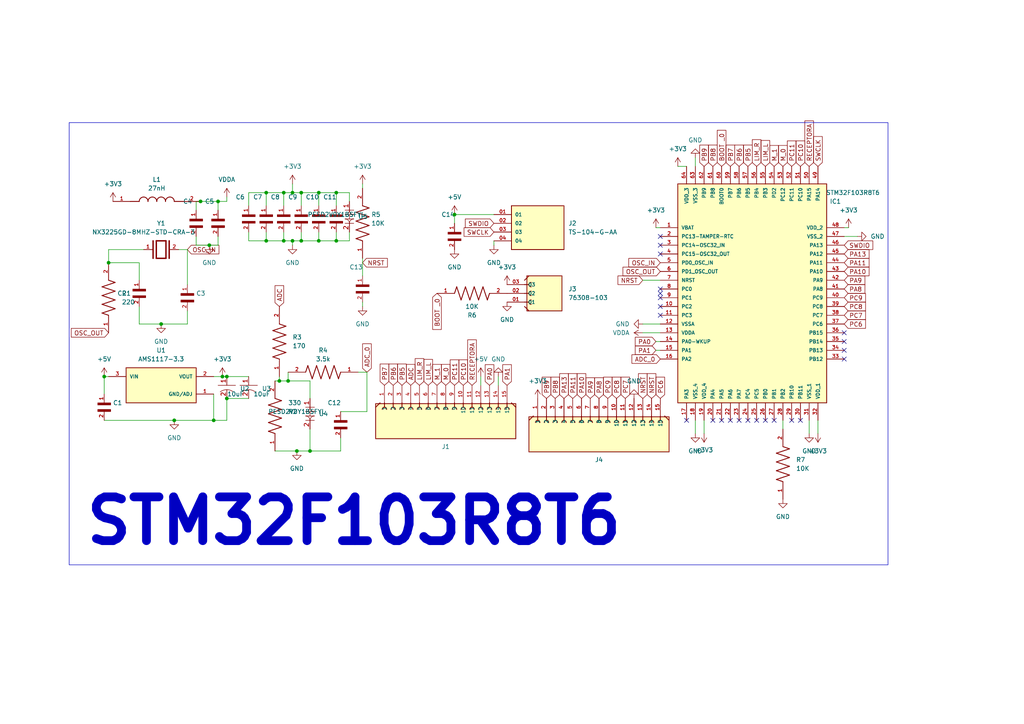
<source format=kicad_sch>
(kicad_sch (version 20230121) (generator eeschema)

  (uuid ce842034-f228-4c5f-8fc7-6a8a9b0c4b16)

  (paper "A4")

  (lib_symbols
    (symbol "76308-103:76308-103" (pin_names (offset 1.016)) (in_bom yes) (on_board yes)
      (property "Reference" "J" (at -5.58 5.08 0)
        (effects (font (size 1.27 1.27)) (justify left bottom))
      )
      (property "Value" "76308-103" (at -5.08 -7.62 0)
        (effects (font (size 1.27 1.27)) (justify left bottom))
      )
      (property "Footprint" "76308-103:AMPHENOL_76308-103" (at 0 0 0)
        (effects (font (size 1.27 1.27)) (justify bottom) hide)
      )
      (property "Datasheet" "" (at 0 0 0)
        (effects (font (size 1.27 1.27)) hide)
      )
      (property "MF" "Amphenol" (at 0 0 0)
        (effects (font (size 1.27 1.27)) (justify bottom) hide)
      )
      (property "Description" "\nDubox® 2,54 mm, conector placa a placa, 3 posiciones, fila única, vertical, paso de 2,54 mm, conector de tarjeta\n" (at 0 0 0)
        (effects (font (size 1.27 1.27)) (justify bottom) hide)
      )
      (property "Package" "None" (at 0 0 0)
        (effects (font (size 1.27 1.27)) (justify bottom) hide)
      )
      (property "Price" "None" (at 0 0 0)
        (effects (font (size 1.27 1.27)) (justify bottom) hide)
      )
      (property "Check_prices" "https://www.snapeda.com/parts/76308-103/Amphenol/view-part/?ref=eda" (at 0 0 0)
        (effects (font (size 1.27 1.27)) (justify bottom) hide)
      )
      (property "STANDARD" "Manufacturer Recommendations" (at 0 0 0)
        (effects (font (size 1.27 1.27)) (justify bottom) hide)
      )
      (property "PARTREV" "M" (at 0 0 0)
        (effects (font (size 1.27 1.27)) (justify bottom) hide)
      )
      (property "SnapEDA_Link" "https://www.snapeda.com/parts/76308-103/Amphenol/view-part/?ref=snap" (at 0 0 0)
        (effects (font (size 1.27 1.27)) (justify bottom) hide)
      )
      (property "MP" "76308-103" (at 0 0 0)
        (effects (font (size 1.27 1.27)) (justify bottom) hide)
      )
      (property "Purchase-URL" "https://www.snapeda.com/api/url_track_click_mouser/?unipart_id=11853920&manufacturer=Amphenol&part_name=76308-103&search_term=76308-103" (at 0 0 0)
        (effects (font (size 1.27 1.27)) (justify bottom) hide)
      )
      (property "Availability" "In Stock" (at 0 0 0)
        (effects (font (size 1.27 1.27)) (justify bottom) hide)
      )
      (property "MANUFACTURER" "Amphenol" (at 0 0 0)
        (effects (font (size 1.27 1.27)) (justify bottom) hide)
      )
      (symbol "76308-103_0_0"
        (rectangle (start -5.7604 -5.08) (end 4.3996 5.08)
          (stroke (width 0.254) (type default))
          (fill (type background))
        )
        (polyline
          (pts
            (xy 3.81 5.08)
            (xy 5.08 3.81)
          )
          (stroke (width 0.254) (type default))
          (fill (type none))
        )
        (polyline
          (pts
            (xy 5.08 -3.81)
            (xy 3.81 -5.08)
          )
          (stroke (width 0.254) (type default))
          (fill (type none))
        )
        (polyline
          (pts
            (xy 5.08 -2.54)
            (xy 3.81 -2.54)
          )
          (stroke (width 0.254) (type default))
          (fill (type none))
        )
        (polyline
          (pts
            (xy 5.08 0)
            (xy 3.81 0)
          )
          (stroke (width 0.254) (type default))
          (fill (type none))
        )
        (polyline
          (pts
            (xy 5.08 2.54)
            (xy 3.81 2.54)
          )
          (stroke (width 0.254) (type default))
          (fill (type none))
        )
        (arc (start 3.175 -3.175) (mid 3.8073 -2.54) (end 3.175 -1.905)
          (stroke (width 0.254) (type default))
          (fill (type none))
        )
        (arc (start 3.175 -0.635) (mid 3.8073 0) (end 3.175 0.635)
          (stroke (width 0.254) (type default))
          (fill (type none))
        )
        (arc (start 3.175 1.905) (mid 3.8073 2.54) (end 3.175 3.175)
          (stroke (width 0.254) (type default))
          (fill (type none))
        )
        (pin passive line (at 10.16 2.54 180) (length 5.08)
          (name "01" (effects (font (size 1.016 1.016))))
          (number "01" (effects (font (size 1.016 1.016))))
        )
        (pin passive line (at 10.16 0 180) (length 5.08)
          (name "02" (effects (font (size 1.016 1.016))))
          (number "02" (effects (font (size 1.016 1.016))))
        )
        (pin passive line (at 10.16 -2.54 180) (length 5.08)
          (name "03" (effects (font (size 1.016 1.016))))
          (number "03" (effects (font (size 1.016 1.016))))
        )
      )
    )
    (symbol "AMS1117-3.3:AMS1117-3.3" (pin_names (offset 1.016)) (in_bom yes) (on_board yes)
      (property "Reference" "U" (at -10.16 5.588 0)
        (effects (font (size 1.27 1.27)) (justify left bottom))
      )
      (property "Value" "AMS1117-3.3" (at -10.16 -8.128 0)
        (effects (font (size 1.27 1.27)) (justify left bottom))
      )
      (property "Footprint" "AMS1117-3.3:SOT229P700X180-4N" (at 0 0 0)
        (effects (font (size 1.27 1.27)) (justify bottom) hide)
      )
      (property "Datasheet" "" (at 0 0 0)
        (effects (font (size 1.27 1.27)) hide)
      )
      (property "MF" "Advanced Monolithic Systems" (at 0 0 0)
        (effects (font (size 1.27 1.27)) (justify bottom) hide)
      )
      (property "MAXIMUM_PACKAGE_HEIGHT" "1.8 mm" (at 0 0 0)
        (effects (font (size 1.27 1.27)) (justify bottom) hide)
      )
      (property "Package" "SOT-223 Seeed Technology" (at 0 0 0)
        (effects (font (size 1.27 1.27)) (justify bottom) hide)
      )
      (property "Price" "None" (at 0 0 0)
        (effects (font (size 1.27 1.27)) (justify bottom) hide)
      )
      (property "Check_prices" "https://www.snapeda.com/parts/AMS1117-3.3/Advanced+Monolithic+Systems/view-part/?ref=eda" (at 0 0 0)
        (effects (font (size 1.27 1.27)) (justify bottom) hide)
      )
      (property "STANDARD" "IPC 7351B" (at 0 0 0)
        (effects (font (size 1.27 1.27)) (justify bottom) hide)
      )
      (property "PARTREV" "N/A" (at 0 0 0)
        (effects (font (size 1.27 1.27)) (justify bottom) hide)
      )
      (property "SnapEDA_Link" "https://www.snapeda.com/parts/AMS1117-3.3/Advanced+Monolithic+Systems/view-part/?ref=snap" (at 0 0 0)
        (effects (font (size 1.27 1.27)) (justify bottom) hide)
      )
      (property "SNAPEDA_PACKAGE_ID" "71280" (at 0 0 0)
        (effects (font (size 1.27 1.27)) (justify bottom) hide)
      )
      (property "MP" "AMS1117-3.3" (at 0 0 0)
        (effects (font (size 1.27 1.27)) (justify bottom) hide)
      )
      (property "Description" "\nSot223/Pkg Regulador de voltaje de caída baja de 1 amperio y 3,3 voltios\n" (at 0 0 0)
        (effects (font (size 1.27 1.27)) (justify bottom) hide)
      )
      (property "MANUFACTURER" "Advanced Monolithic Systems" (at 0 0 0)
        (effects (font (size 1.27 1.27)) (justify bottom) hide)
      )
      (property "Availability" "Not in stock" (at 0 0 0)
        (effects (font (size 1.27 1.27)) (justify bottom) hide)
      )
      (property "SNAPEDA_PN" "AMS1117-3.3" (at 0 0 0)
        (effects (font (size 1.27 1.27)) (justify bottom) hide)
      )
      (symbol "AMS1117-3.3_0_0"
        (rectangle (start -10.16 -5.08) (end 10.16 5.08)
          (stroke (width 0.254) (type default))
          (fill (type background))
        )
        (pin power_in line (at 15.24 -2.54 180) (length 5.08)
          (name "GND/ADJ" (effects (font (size 1.016 1.016))))
          (number "1" (effects (font (size 1.016 1.016))))
        )
        (pin output line (at 15.24 2.54 180) (length 5.08)
          (name "VOUT" (effects (font (size 1.016 1.016))))
          (number "2" (effects (font (size 1.016 1.016))))
        )
        (pin input line (at -15.24 2.54 0) (length 5.08)
          (name "VIN" (effects (font (size 1.016 1.016))))
          (number "3" (effects (font (size 1.016 1.016))))
        )
      )
    )
    (symbol "CL05B104KO5NNNC:CL05B104KO5NNNC" (pin_names (offset 1.016)) (in_bom yes) (on_board yes)
      (property "Reference" "C" (at 0 3.81 0)
        (effects (font (size 1.27 1.27)) (justify left bottom))
      )
      (property "Value" "CL05B104KO5NNNC" (at 0 -5.08 0)
        (effects (font (size 1.27 1.27)) (justify left bottom))
      )
      (property "Footprint" "CL05B104KO5NNNC:CAPC1005X55N" (at 0 0 0)
        (effects (font (size 1.27 1.27)) (justify bottom) hide)
      )
      (property "Datasheet" "" (at 0 0 0)
        (effects (font (size 1.27 1.27)) hide)
      )
      (property "MF" "Samsung" (at 0 0 0)
        (effects (font (size 1.27 1.27)) (justify bottom) hide)
      )
      (property "Description" "\nCondensador cerámico X7R 0402 (1005 métrico) 0,1 µF ±10 % 16 V\n" (at 0 0 0)
        (effects (font (size 1.27 1.27)) (justify bottom) hide)
      )
      (property "Package" "0402 Samsung" (at 0 0 0)
        (effects (font (size 1.27 1.27)) (justify bottom) hide)
      )
      (property "Price" "None" (at 0 0 0)
        (effects (font (size 1.27 1.27)) (justify bottom) hide)
      )
      (property "SnapEDA_Link" "https://www.snapeda.com/parts/CL05B104KO5NNNC/Samsung+Electro-Mechanics/view-part/?ref=snap" (at 0 0 0)
        (effects (font (size 1.27 1.27)) (justify bottom) hide)
      )
      (property "MP" "CL05B104KO5NNNC" (at 0 0 0)
        (effects (font (size 1.27 1.27)) (justify bottom) hide)
      )
      (property "Purchase-URL" "https://www.snapeda.com/api/url_track_click_mouser/?unipart_id=544121&manufacturer=Samsung&part_name=CL05B104KO5NNNC&search_term=cl05b104ko5nnnc" (at 0 0 0)
        (effects (font (size 1.27 1.27)) (justify bottom) hide)
      )
      (property "Availability" "In Stock" (at 0 0 0)
        (effects (font (size 1.27 1.27)) (justify bottom) hide)
      )
      (property "Check_prices" "https://www.snapeda.com/parts/CL05B104KO5NNNC/Samsung+Electro-Mechanics/view-part/?ref=eda" (at 0 0 0)
        (effects (font (size 1.27 1.27)) (justify bottom) hide)
      )
      (symbol "CL05B104KO5NNNC_0_0"
        (rectangle (start 0 -1.905) (end 0.635 1.905)
          (stroke (width 0.1) (type default))
          (fill (type outline))
        )
        (rectangle (start 1.905 -1.905) (end 2.54 1.905)
          (stroke (width 0.1) (type default))
          (fill (type outline))
        )
        (pin passive line (at 5.08 0 180) (length 2.54)
          (name "~" (effects (font (size 1.016 1.016))))
          (number "1" (effects (font (size 1.016 1.016))))
        )
        (pin passive line (at -2.54 0 0) (length 2.54)
          (name "~" (effects (font (size 1.016 1.016))))
          (number "2" (effects (font (size 1.016 1.016))))
        )
      )
    )
    (symbol "CRGCQ0402F10K:CRGCQ0402F10K" (pin_names (offset 1.016)) (in_bom yes) (on_board yes)
      (property "Reference" "R" (at -7.6244 2.5415 0)
        (effects (font (size 1.27 1.27)) (justify left bottom))
      )
      (property "Value" "CRGCQ0402F10K" (at -7.63 -5.0866 0)
        (effects (font (size 1.27 1.27)) (justify left bottom))
      )
      (property "Footprint" "CRGCQ0402F10K:RESC1005X40N" (at 0 0 0)
        (effects (font (size 1.27 1.27)) (justify bottom) hide)
      )
      (property "Datasheet" "" (at 0 0 0)
        (effects (font (size 1.27 1.27)) hide)
      )
      (property "Comment" "3-2176337-7" (at 0 0 0)
        (effects (font (size 1.27 1.27)) (justify bottom) hide)
      )
      (property "DigiKey_Part_Number" "A129639TR-ND" (at 0 0 0)
        (effects (font (size 1.27 1.27)) (justify bottom) hide)
      )
      (property "MF" "TE Connectivity" (at 0 0 0)
        (effects (font (size 1.27 1.27)) (justify bottom) hide)
      )
      (property "Purchase-URL" "https://www.snapeda.com/api/url_track_click_mouser/?unipart_id=3186991&manufacturer=TE Connectivity&part_name=CRGCQ0402F10K&search_term=resistores 10k 0402" (at 0 0 0)
        (effects (font (size 1.27 1.27)) (justify bottom) hide)
      )
      (property "Package" "1005 Yageo" (at 0 0 0)
        (effects (font (size 1.27 1.27)) (justify bottom) hide)
      )
      (property "SnapEDA_Link" "https://www.snapeda.com/parts/CRGCQ0402F10K/TE+Connectivity/view-part/?ref=snap" (at 0 0 0)
        (effects (font (size 1.27 1.27)) (justify bottom) hide)
      )
      (property "MP" "CRGCQ0402F10K" (at 0 0 0)
        (effects (font (size 1.27 1.27)) (justify bottom) hide)
      )
      (property "Description" "\nResistencia Fija CRGCQ 0402 10K 1%\n" (at 0 0 0)
        (effects (font (size 1.27 1.27)) (justify bottom) hide)
      )
      (property "Check_prices" "https://www.snapeda.com/parts/CRGCQ0402F10K/TE+Connectivity/view-part/?ref=eda" (at 0 0 0)
        (effects (font (size 1.27 1.27)) (justify bottom) hide)
      )
      (symbol "CRGCQ0402F10K_0_0"
        (polyline
          (pts
            (xy -5.08 0)
            (xy -4.445 1.905)
          )
          (stroke (width 0.254) (type default))
          (fill (type none))
        )
        (polyline
          (pts
            (xy -4.445 1.905)
            (xy -3.175 -1.905)
          )
          (stroke (width 0.254) (type default))
          (fill (type none))
        )
        (polyline
          (pts
            (xy -3.175 -1.905)
            (xy -1.905 1.905)
          )
          (stroke (width 0.254) (type default))
          (fill (type none))
        )
        (polyline
          (pts
            (xy -1.905 1.905)
            (xy -0.635 -1.905)
          )
          (stroke (width 0.254) (type default))
          (fill (type none))
        )
        (polyline
          (pts
            (xy -0.635 -1.905)
            (xy 0.635 1.905)
          )
          (stroke (width 0.254) (type default))
          (fill (type none))
        )
        (polyline
          (pts
            (xy 0.635 1.905)
            (xy 1.905 -1.905)
          )
          (stroke (width 0.254) (type default))
          (fill (type none))
        )
        (polyline
          (pts
            (xy 1.905 -1.905)
            (xy 3.175 1.905)
          )
          (stroke (width 0.254) (type default))
          (fill (type none))
        )
        (polyline
          (pts
            (xy 3.175 1.905)
            (xy 4.445 -1.905)
          )
          (stroke (width 0.254) (type default))
          (fill (type none))
        )
        (polyline
          (pts
            (xy 4.445 -1.905)
            (xy 5.08 0)
          )
          (stroke (width 0.254) (type default))
          (fill (type none))
        )
        (pin passive line (at -10.16 0 0) (length 5.08)
          (name "~" (effects (font (size 1.016 1.016))))
          (number "1" (effects (font (size 1.016 1.016))))
        )
        (pin passive line (at 10.16 0 180) (length 5.08)
          (name "~" (effects (font (size 1.016 1.016))))
          (number "2" (effects (font (size 1.016 1.016))))
        )
      )
    )
    (symbol "MLG1005S10NHT000:MLG1005S10NHT000" (pin_names (offset 1.016)) (in_bom yes) (on_board yes)
      (property "Reference" "L" (at -10.16 7.62 0)
        (effects (font (size 1.27 1.27)) (justify left bottom))
      )
      (property "Value" "MLG1005S10NHT000" (at -10.16 5.08 0)
        (effects (font (size 1.27 1.27)) (justify left bottom))
      )
      (property "Footprint" "MLG1005S10NHT000:INDC1005X55N" (at 0 0 0)
        (effects (font (size 1.27 1.27)) (justify bottom) hide)
      )
      (property "Datasheet" "" (at 0 0 0)
        (effects (font (size 1.27 1.27)) hide)
      )
      (property "MF" "TDK" (at 0 0 0)
        (effects (font (size 1.27 1.27)) (justify bottom) hide)
      )
      (property "Description" "\nInductor Chip de alta frecuencia Sin blindaje Multicapa 0.01uH 3% 100MHz 8Q-Factor Cerámica 0.5A 0.35Ohm DCR 0402 T/R\n" (at 0 0 0)
        (effects (font (size 1.27 1.27)) (justify bottom) hide)
      )
      (property "Package" "1005-2 TDK" (at 0 0 0)
        (effects (font (size 1.27 1.27)) (justify bottom) hide)
      )
      (property "Price" "None" (at 0 0 0)
        (effects (font (size 1.27 1.27)) (justify bottom) hide)
      )
      (property "SnapEDA_Link" "https://www.snapeda.com/parts/MLG1005S10NHT000/TDK/view-part/?ref=snap" (at 0 0 0)
        (effects (font (size 1.27 1.27)) (justify bottom) hide)
      )
      (property "MP" "MLG1005S10NHT000" (at 0 0 0)
        (effects (font (size 1.27 1.27)) (justify bottom) hide)
      )
      (property "Purchase-URL" "https://www.snapeda.com/api/url_track_click_mouser/?unipart_id=1547044&manufacturer=TDK&part_name=MLG1005S10NHT000&search_term=mlg1005s10nht000" (at 0 0 0)
        (effects (font (size 1.27 1.27)) (justify bottom) hide)
      )
      (property "Availability" "In Stock" (at 0 0 0)
        (effects (font (size 1.27 1.27)) (justify bottom) hide)
      )
      (property "Check_prices" "https://www.snapeda.com/parts/MLG1005S10NHT000/TDK/view-part/?ref=eda" (at 0 0 0)
        (effects (font (size 1.27 1.27)) (justify bottom) hide)
      )
      (symbol "MLG1005S10NHT000_0_0"
        (arc (start -2.54 0) (mid -3.81 1.2645) (end -5.08 0)
          (stroke (width 0.254) (type default))
          (fill (type none))
        )
        (arc (start 0 0) (mid -1.27 1.2645) (end -2.54 0)
          (stroke (width 0.254) (type default))
          (fill (type none))
        )
        (polyline
          (pts
            (xy -5.08 0)
            (xy -7.62 0)
          )
          (stroke (width 0.254) (type default))
          (fill (type none))
        )
        (polyline
          (pts
            (xy 5.08 0)
            (xy 7.62 0)
          )
          (stroke (width 0.254) (type default))
          (fill (type none))
        )
        (arc (start 2.54 0) (mid 1.27 1.2645) (end 0 0)
          (stroke (width 0.254) (type default))
          (fill (type none))
        )
        (arc (start 5.08 0) (mid 3.81 1.2645) (end 2.54 0)
          (stroke (width 0.254) (type default))
          (fill (type none))
        )
        (pin passive line (at -12.7 0 0) (length 5.08)
          (name "~" (effects (font (size 1.016 1.016))))
          (number "1" (effects (font (size 1.016 1.016))))
        )
        (pin passive line (at 12.7 0 180) (length 5.08)
          (name "~" (effects (font (size 1.016 1.016))))
          (number "2" (effects (font (size 1.016 1.016))))
        )
      )
    )
    (symbol "NX3225GD-8MHZ-STD-CRA-3:NX3225GD-8MHZ-STD-CRA-3" (pin_names (offset 1.016)) (in_bom yes) (on_board yes)
      (property "Reference" "Y" (at -5.0878 3.8159 0)
        (effects (font (size 1.27 1.27)) (justify left bottom))
      )
      (property "Value" "NX3225GD-8MHZ-STD-CRA-3" (at -5.0944 -5.0944 0)
        (effects (font (size 1.27 1.27)) (justify left bottom))
      )
      (property "Footprint" "NX3225GD-8MHZ-STD-CRA-3:XTAL_NX3225GD-8MHZ-STD-CRA-3" (at 0 0 0)
        (effects (font (size 1.27 1.27)) (justify bottom) hide)
      )
      (property "Datasheet" "" (at 0 0 0)
        (effects (font (size 1.27 1.27)) hide)
      )
      (property "MF" "NDK America," (at 0 0 0)
        (effects (font (size 1.27 1.27)) (justify bottom) hide)
      )
      (property "Description" "\n8 MHz ±50 ppm Cristal 8 pF 500 ohmios 2-SMD, sin conductor\n" (at 0 0 0)
        (effects (font (size 1.27 1.27)) (justify bottom) hide)
      )
      (property "Package" "SMD-2 NDK" (at 0 0 0)
        (effects (font (size 1.27 1.27)) (justify bottom) hide)
      )
      (property "Price" "None" (at 0 0 0)
        (effects (font (size 1.27 1.27)) (justify bottom) hide)
      )
      (property "Check_prices" "https://www.snapeda.com/parts/NX3225GD-8MHZ-STD-CRA-3/NDK+America%252C+Inc./view-part/?ref=eda" (at 0 0 0)
        (effects (font (size 1.27 1.27)) (justify bottom) hide)
      )
      (property "SnapEDA_Link" "https://www.snapeda.com/parts/NX3225GD-8MHZ-STD-CRA-3/NDK+America%252C+Inc./view-part/?ref=snap" (at 0 0 0)
        (effects (font (size 1.27 1.27)) (justify bottom) hide)
      )
      (property "MP" "NX3225GD-8MHZ-STD-CRA-3" (at 0 0 0)
        (effects (font (size 1.27 1.27)) (justify bottom) hide)
      )
      (property "Availability" "In Stock" (at 0 0 0)
        (effects (font (size 1.27 1.27)) (justify bottom) hide)
      )
      (property "Purchase-URL" "https://pricing.snapeda.com/search/part/NX3225GD-8MHZ-STD-CRA-3/?ref=eda" (at 0 0 0)
        (effects (font (size 1.27 1.27)) (justify bottom) hide)
      )
      (symbol "NX3225GD-8MHZ-STD-CRA-3_0_0"
        (polyline
          (pts
            (xy -2.3368 2.54)
            (xy -2.3368 -2.54)
          )
          (stroke (width 0.4064) (type default))
          (fill (type none))
        )
        (polyline
          (pts
            (xy -1.397 2.54)
            (xy -1.397 -2.54)
          )
          (stroke (width 0.4064) (type default))
          (fill (type none))
        )
        (polyline
          (pts
            (xy -1.397 2.54)
            (xy 1.397 2.54)
          )
          (stroke (width 0.4064) (type default))
          (fill (type none))
        )
        (polyline
          (pts
            (xy 1.397 -2.54)
            (xy -1.397 -2.54)
          )
          (stroke (width 0.4064) (type default))
          (fill (type none))
        )
        (polyline
          (pts
            (xy 1.397 2.54)
            (xy 1.397 -2.54)
          )
          (stroke (width 0.4064) (type default))
          (fill (type none))
        )
        (polyline
          (pts
            (xy 2.3368 2.54)
            (xy 2.3368 -2.54)
          )
          (stroke (width 0.4064) (type default))
          (fill (type none))
        )
        (pin passive line (at -5.08 0 0) (length 2.54)
          (name "~" (effects (font (size 1.016 1.016))))
          (number "1" (effects (font (size 1.016 1.016))))
        )
        (pin passive line (at 5.08 0 180) (length 2.54)
          (name "~" (effects (font (size 1.016 1.016))))
          (number "2" (effects (font (size 1.016 1.016))))
        )
      )
    )
    (symbol "New_Library:Capacitores_" (in_bom yes) (on_board yes)
      (property "Reference" "U" (at -5.08 -2.54 0)
        (effects (font (size 1.27 1.27)))
      )
      (property "Value" "" (at -6.35 -2.54 0)
        (effects (font (size 1.27 1.27)))
      )
      (property "Footprint" "" (at -6.35 -2.54 0)
        (effects (font (size 1.27 1.27)) hide)
      )
      (property "Datasheet" "" (at -6.35 -2.54 0)
        (effects (font (size 1.27 1.27)) hide)
      )
      (symbol "Capacitores__0_1"
        (rectangle (start -2.54 0) (end 2.54 0)
          (stroke (width 0) (type default))
          (fill (type none))
        )
        (arc (start 1.905 -1.9051) (mid 0 -1.2587) (end -1.905 -1.9051)
          (stroke (width 0) (type default))
          (fill (type none))
        )
      )
      (symbol "Capacitores__1_1"
        (pin input line (at 0 2.54 270) (length 2.54)
          (name "" (effects (font (size 1.27 1.27))))
          (number "1" (effects (font (size 1.27 1.27))))
        )
        (pin input line (at 0 -3.81 90) (length 2.54)
          (name "" (effects (font (size 1.27 1.27))))
          (number "2" (effects (font (size 1.27 1.27))))
        )
      )
    )
    (symbol "New_Library:Diodos_de_los_supresores/TVS_del_ESD_DE_3.3V" (in_bom yes) (on_board yes)
      (property "Reference" "U" (at -3.81 -1.27 0)
        (effects (font (size 1.27 1.27)))
      )
      (property "Value" "" (at -3.81 -1.27 0)
        (effects (font (size 1.27 1.27)))
      )
      (property "Footprint" "" (at -3.81 -1.27 0)
        (effects (font (size 1.27 1.27)) hide)
      )
      (property "Datasheet" "" (at -3.81 -1.27 0)
        (effects (font (size 1.27 1.27)) hide)
      )
      (symbol "Diodos_de_los_supresores/TVS_del_ESD_DE_3.3V_0_1"
        (rectangle (start -1.27 -3.81) (end 1.27 -3.81)
          (stroke (width 0) (type default))
          (fill (type none))
        )
        (rectangle (start -1.27 -2.54) (end 1.27 -2.54)
          (stroke (width 0) (type default))
          (fill (type none))
        )
        (arc (start -1.27 -1.27) (mid -0.372 -0.898) (end 0 0)
          (stroke (width 0) (type default))
          (fill (type none))
        )
        (rectangle (start -1.27 -1.27) (end 1.27 -1.27)
          (stroke (width 0) (type default))
          (fill (type none))
        )
        (rectangle (start -1.27 0) (end 1.27 0)
          (stroke (width 0) (type default))
          (fill (type none))
        )
        (arc (start 0 -3.81) (mid -0.372 -2.912) (end -1.27 -2.54)
          (stroke (width 0) (type default))
          (fill (type none))
        )
        (rectangle (start 0 -1.27) (end 0 -2.54)
          (stroke (width 0) (type default))
          (fill (type none))
        )
        (arc (start 0 0) (mid 0.372 -0.898) (end 1.27 -1.27)
          (stroke (width 0) (type default))
          (fill (type none))
        )
        (arc (start 1.27 -2.54) (mid 0.372 -2.912) (end 0 -3.81)
          (stroke (width 0) (type default))
          (fill (type none))
        )
        (rectangle (start 1.27 0) (end 1.27 0)
          (stroke (width 0) (type default))
          (fill (type none))
        )
      )
      (symbol "Diodos_de_los_supresores/TVS_del_ESD_DE_3.3V_1_1"
        (pin input line (at 0 2.54 270) (length 2.54)
          (name "" (effects (font (size 1.27 1.27))))
          (number "1" (effects (font (size 1.27 1.27))))
        )
        (pin input line (at 0 -6.35 90) (length 2.54)
          (name "" (effects (font (size 1.27 1.27))))
          (number "2" (effects (font (size 1.27 1.27))))
        )
      )
    )
    (symbol "STM32F103R8T6:STM32F103R8T6" (pin_names (offset 1.016)) (in_bom yes) (on_board yes)
      (property "Reference" "IC" (at 49.53 17.78 0)
        (effects (font (size 1.27 1.27)) (justify left))
      )
      (property "Value" "STM32F103R8T6" (at 49.53 15.24 0)
        (effects (font (size 1.27 1.27)) (justify left))
      )
      (property "Footprint" "STM32F103R8T6:QFP50P1200X1200X160-64N" (at 0 0 0)
        (effects (font (size 1.27 1.27)) (justify bottom) hide)
      )
      (property "Datasheet" "" (at 0 0 0)
        (effects (font (size 1.27 1.27)) hide)
      )
      (property "Manufacturer_Name" "STMicroelectronics" (at 0 0 0)
        (effects (font (size 1.27 1.27)) (justify bottom) hide)
      )
      (property "MF" "STMicroelectronics" (at 0 0 0)
        (effects (font (size 1.27 1.27)) (justify bottom) hide)
      )
      (property "RS_Price-Stock" "http://uk.rs-online.com/web/p/products/0402324P" (at 0 0 0)
        (effects (font (size 1.27 1.27)) (justify bottom) hide)
      )
      (property "Description" "\nMicrocontrolador ARM® Cortex®-M3 STM32F1 IC 32 bits 72 MHz 64 KB (64 K x 8) FLASH 64-LQFP (10x10)\n" (at 0 0 0)
        (effects (font (size 1.27 1.27)) (justify bottom) hide)
      )
      (property "Allied_Number" "70391003" (at 0 0 0)
        (effects (font (size 1.27 1.27)) (justify bottom) hide)
      )
      (property "RS_Part_Number" "0402324P" (at 0 0 0)
        (effects (font (size 1.27 1.27)) (justify bottom) hide)
      )
      (property "Allied_Price-Stock" "http://www.alliedelec.com/stmicroelectronics-stm32f103r8t6/70391003/" (at 0 0 0)
        (effects (font (size 1.27 1.27)) (justify bottom) hide)
      )
      (property "Price" "None" (at 0 0 0)
        (effects (font (size 1.27 1.27)) (justify bottom) hide)
      )
      (property "Mouser_Part_Number" "511-STM32F103R8T6" (at 0 0 0)
        (effects (font (size 1.27 1.27)) (justify bottom) hide)
      )
      (property "Check_prices" "https://www.snapeda.com/parts/STM32F103R8T6/STMicroelectronics/view-part/?ref=eda" (at 0 0 0)
        (effects (font (size 1.27 1.27)) (justify bottom) hide)
      )
      (property "Height" "1.6mm" (at 0 0 0)
        (effects (font (size 1.27 1.27)) (justify bottom) hide)
      )
      (property "SnapEDA_Link" "https://www.snapeda.com/parts/STM32F103R8T6/STMicroelectronics/view-part/?ref=snap" (at 0 0 0)
        (effects (font (size 1.27 1.27)) (justify bottom) hide)
      )
      (property "MP" "STM32F103R8T6" (at 0 0 0)
        (effects (font (size 1.27 1.27)) (justify bottom) hide)
      )
      (property "Package" "LQFP-64 STMicroelectronics" (at 0 0 0)
        (effects (font (size 1.27 1.27)) (justify bottom) hide)
      )
      (property "Purchase-URL" "https://www.snapeda.com/api/url_track_click_mouser/?unipart_id=559223&manufacturer=STMicroelectronics&part_name=STM32F103R8T6&search_term=stm32f103r8t6" (at 0 0 0)
        (effects (font (size 1.27 1.27)) (justify bottom) hide)
      )
      (property "Mouser_Price-Stock" "https://www.mouser.com/Search/Refine.aspx?Keyword=511-STM32F103R8T6" (at 0 0 0)
        (effects (font (size 1.27 1.27)) (justify bottom) hide)
      )
      (property "Availability" "In Stock" (at 0 0 0)
        (effects (font (size 1.27 1.27)) (justify bottom) hide)
      )
      (property "Manufacturer_Part_Number" "STM32F103R8T6" (at 0 0 0)
        (effects (font (size 1.27 1.27)) (justify bottom) hide)
      )
      (symbol "STM32F103R8T6_0_0"
        (rectangle (start 5.08 -50.8) (end 48.26 12.7)
          (stroke (width 0.254) (type default))
          (fill (type background))
        )
        (pin bidirectional line (at 0 0 0) (length 5.08)
          (name "VBAT" (effects (font (size 1.016 1.016))))
          (number "1" (effects (font (size 1.016 1.016))))
        )
        (pin bidirectional line (at 0 -22.86 0) (length 5.08)
          (name "PC2" (effects (font (size 1.016 1.016))))
          (number "10" (effects (font (size 1.016 1.016))))
        )
        (pin bidirectional line (at 0 -25.4 0) (length 5.08)
          (name "PC3" (effects (font (size 1.016 1.016))))
          (number "11" (effects (font (size 1.016 1.016))))
        )
        (pin power_in line (at 0 -27.94 0) (length 5.08)
          (name "VSSA" (effects (font (size 1.016 1.016))))
          (number "12" (effects (font (size 1.016 1.016))))
        )
        (pin power_in line (at 0 -30.48 0) (length 5.08)
          (name "VDDA" (effects (font (size 1.016 1.016))))
          (number "13" (effects (font (size 1.016 1.016))))
        )
        (pin bidirectional line (at 0 -33.02 0) (length 5.08)
          (name "PA0-WKUP" (effects (font (size 1.016 1.016))))
          (number "14" (effects (font (size 1.016 1.016))))
        )
        (pin bidirectional line (at 0 -35.56 0) (length 5.08)
          (name "PA1" (effects (font (size 1.016 1.016))))
          (number "15" (effects (font (size 1.016 1.016))))
        )
        (pin bidirectional line (at 0 -38.1 0) (length 5.08)
          (name "PA2" (effects (font (size 1.016 1.016))))
          (number "16" (effects (font (size 1.016 1.016))))
        )
        (pin bidirectional line (at 7.62 -55.88 90) (length 5.08)
          (name "PA3" (effects (font (size 1.016 1.016))))
          (number "17" (effects (font (size 1.016 1.016))))
        )
        (pin power_in line (at 10.16 -55.88 90) (length 5.08)
          (name "VSS_4" (effects (font (size 1.016 1.016))))
          (number "18" (effects (font (size 1.016 1.016))))
        )
        (pin power_in line (at 12.7 -55.88 90) (length 5.08)
          (name "VDD_4" (effects (font (size 1.016 1.016))))
          (number "19" (effects (font (size 1.016 1.016))))
        )
        (pin bidirectional line (at 0 -2.54 0) (length 5.08)
          (name "PC13-TAMPER-RTC" (effects (font (size 1.016 1.016))))
          (number "2" (effects (font (size 1.016 1.016))))
        )
        (pin bidirectional line (at 15.24 -55.88 90) (length 5.08)
          (name "PA4" (effects (font (size 1.016 1.016))))
          (number "20" (effects (font (size 1.016 1.016))))
        )
        (pin bidirectional line (at 17.78 -55.88 90) (length 5.08)
          (name "PA5" (effects (font (size 1.016 1.016))))
          (number "21" (effects (font (size 1.016 1.016))))
        )
        (pin bidirectional line (at 20.32 -55.88 90) (length 5.08)
          (name "PA6" (effects (font (size 1.016 1.016))))
          (number "22" (effects (font (size 1.016 1.016))))
        )
        (pin bidirectional line (at 22.86 -55.88 90) (length 5.08)
          (name "PA7" (effects (font (size 1.016 1.016))))
          (number "23" (effects (font (size 1.016 1.016))))
        )
        (pin bidirectional line (at 25.4 -55.88 90) (length 5.08)
          (name "PC4" (effects (font (size 1.016 1.016))))
          (number "24" (effects (font (size 1.016 1.016))))
        )
        (pin bidirectional line (at 27.94 -55.88 90) (length 5.08)
          (name "PC5" (effects (font (size 1.016 1.016))))
          (number "25" (effects (font (size 1.016 1.016))))
        )
        (pin bidirectional line (at 30.48 -55.88 90) (length 5.08)
          (name "PB0" (effects (font (size 1.016 1.016))))
          (number "26" (effects (font (size 1.016 1.016))))
        )
        (pin bidirectional line (at 33.02 -55.88 90) (length 5.08)
          (name "PB1" (effects (font (size 1.016 1.016))))
          (number "27" (effects (font (size 1.016 1.016))))
        )
        (pin bidirectional line (at 35.56 -55.88 90) (length 5.08)
          (name "PB2" (effects (font (size 1.016 1.016))))
          (number "28" (effects (font (size 1.016 1.016))))
        )
        (pin bidirectional line (at 38.1 -55.88 90) (length 5.08)
          (name "PB10" (effects (font (size 1.016 1.016))))
          (number "29" (effects (font (size 1.016 1.016))))
        )
        (pin input line (at 0 -5.08 0) (length 5.08)
          (name "PC14-OSC32_IN" (effects (font (size 1.016 1.016))))
          (number "3" (effects (font (size 1.016 1.016))))
        )
        (pin bidirectional line (at 40.64 -55.88 90) (length 5.08)
          (name "PB11" (effects (font (size 1.016 1.016))))
          (number "30" (effects (font (size 1.016 1.016))))
        )
        (pin power_in line (at 43.18 -55.88 90) (length 5.08)
          (name "VSS_1" (effects (font (size 1.016 1.016))))
          (number "31" (effects (font (size 1.016 1.016))))
        )
        (pin power_in line (at 45.72 -55.88 90) (length 5.08)
          (name "VDD_1" (effects (font (size 1.016 1.016))))
          (number "32" (effects (font (size 1.016 1.016))))
        )
        (pin bidirectional line (at 53.34 -38.1 180) (length 5.08)
          (name "PB12" (effects (font (size 1.016 1.016))))
          (number "33" (effects (font (size 1.016 1.016))))
        )
        (pin bidirectional line (at 53.34 -35.56 180) (length 5.08)
          (name "PB13" (effects (font (size 1.016 1.016))))
          (number "34" (effects (font (size 1.016 1.016))))
        )
        (pin bidirectional line (at 53.34 -33.02 180) (length 5.08)
          (name "PB14" (effects (font (size 1.016 1.016))))
          (number "35" (effects (font (size 1.016 1.016))))
        )
        (pin bidirectional line (at 53.34 -30.48 180) (length 5.08)
          (name "PB15" (effects (font (size 1.016 1.016))))
          (number "36" (effects (font (size 1.016 1.016))))
        )
        (pin bidirectional line (at 53.34 -27.94 180) (length 5.08)
          (name "PC6" (effects (font (size 1.016 1.016))))
          (number "37" (effects (font (size 1.016 1.016))))
        )
        (pin bidirectional line (at 53.34 -25.4 180) (length 5.08)
          (name "PC7" (effects (font (size 1.016 1.016))))
          (number "38" (effects (font (size 1.016 1.016))))
        )
        (pin bidirectional line (at 53.34 -22.86 180) (length 5.08)
          (name "PC8" (effects (font (size 1.016 1.016))))
          (number "39" (effects (font (size 1.016 1.016))))
        )
        (pin output line (at 0 -7.62 0) (length 5.08)
          (name "PC15-OSC32_OUT" (effects (font (size 1.016 1.016))))
          (number "4" (effects (font (size 1.016 1.016))))
        )
        (pin bidirectional line (at 53.34 -20.32 180) (length 5.08)
          (name "PC9" (effects (font (size 1.016 1.016))))
          (number "40" (effects (font (size 1.016 1.016))))
        )
        (pin bidirectional line (at 53.34 -17.78 180) (length 5.08)
          (name "PA8" (effects (font (size 1.016 1.016))))
          (number "41" (effects (font (size 1.016 1.016))))
        )
        (pin bidirectional line (at 53.34 -15.24 180) (length 5.08)
          (name "PA9" (effects (font (size 1.016 1.016))))
          (number "42" (effects (font (size 1.016 1.016))))
        )
        (pin bidirectional line (at 53.34 -12.7 180) (length 5.08)
          (name "PA10" (effects (font (size 1.016 1.016))))
          (number "43" (effects (font (size 1.016 1.016))))
        )
        (pin bidirectional line (at 53.34 -10.16 180) (length 5.08)
          (name "PA11" (effects (font (size 1.016 1.016))))
          (number "44" (effects (font (size 1.016 1.016))))
        )
        (pin bidirectional line (at 53.34 -7.62 180) (length 5.08)
          (name "PA12" (effects (font (size 1.016 1.016))))
          (number "45" (effects (font (size 1.016 1.016))))
        )
        (pin bidirectional line (at 53.34 -5.08 180) (length 5.08)
          (name "PA13" (effects (font (size 1.016 1.016))))
          (number "46" (effects (font (size 1.016 1.016))))
        )
        (pin power_in line (at 53.34 -2.54 180) (length 5.08)
          (name "VSS_2" (effects (font (size 1.016 1.016))))
          (number "47" (effects (font (size 1.016 1.016))))
        )
        (pin power_in line (at 53.34 0 180) (length 5.08)
          (name "VDD_2" (effects (font (size 1.016 1.016))))
          (number "48" (effects (font (size 1.016 1.016))))
        )
        (pin bidirectional line (at 45.72 17.78 270) (length 5.08)
          (name "PA14" (effects (font (size 1.016 1.016))))
          (number "49" (effects (font (size 1.016 1.016))))
        )
        (pin input line (at 0 -10.16 0) (length 5.08)
          (name "PD0_OSC_IN" (effects (font (size 1.016 1.016))))
          (number "5" (effects (font (size 1.016 1.016))))
        )
        (pin bidirectional line (at 43.18 17.78 270) (length 5.08)
          (name "PA15" (effects (font (size 1.016 1.016))))
          (number "50" (effects (font (size 1.016 1.016))))
        )
        (pin bidirectional line (at 40.64 17.78 270) (length 5.08)
          (name "PC10" (effects (font (size 1.016 1.016))))
          (number "51" (effects (font (size 1.016 1.016))))
        )
        (pin bidirectional line (at 38.1 17.78 270) (length 5.08)
          (name "PC11" (effects (font (size 1.016 1.016))))
          (number "52" (effects (font (size 1.016 1.016))))
        )
        (pin bidirectional line (at 35.56 17.78 270) (length 5.08)
          (name "PC12" (effects (font (size 1.016 1.016))))
          (number "53" (effects (font (size 1.016 1.016))))
        )
        (pin bidirectional line (at 33.02 17.78 270) (length 5.08)
          (name "PD2" (effects (font (size 1.016 1.016))))
          (number "54" (effects (font (size 1.016 1.016))))
        )
        (pin bidirectional line (at 30.48 17.78 270) (length 5.08)
          (name "PB3" (effects (font (size 1.016 1.016))))
          (number "55" (effects (font (size 1.016 1.016))))
        )
        (pin bidirectional line (at 27.94 17.78 270) (length 5.08)
          (name "PB4" (effects (font (size 1.016 1.016))))
          (number "56" (effects (font (size 1.016 1.016))))
        )
        (pin bidirectional line (at 25.4 17.78 270) (length 5.08)
          (name "PB5" (effects (font (size 1.016 1.016))))
          (number "57" (effects (font (size 1.016 1.016))))
        )
        (pin bidirectional line (at 22.86 17.78 270) (length 5.08)
          (name "PB6" (effects (font (size 1.016 1.016))))
          (number "58" (effects (font (size 1.016 1.016))))
        )
        (pin bidirectional line (at 20.32 17.78 270) (length 5.08)
          (name "PB7" (effects (font (size 1.016 1.016))))
          (number "59" (effects (font (size 1.016 1.016))))
        )
        (pin output line (at 0 -12.7 0) (length 5.08)
          (name "PD1_OSC_OUT" (effects (font (size 1.016 1.016))))
          (number "6" (effects (font (size 1.016 1.016))))
        )
        (pin bidirectional line (at 17.78 17.78 270) (length 5.08)
          (name "BOOT0" (effects (font (size 1.016 1.016))))
          (number "60" (effects (font (size 1.016 1.016))))
        )
        (pin bidirectional line (at 15.24 17.78 270) (length 5.08)
          (name "PB8" (effects (font (size 1.016 1.016))))
          (number "61" (effects (font (size 1.016 1.016))))
        )
        (pin bidirectional line (at 12.7 17.78 270) (length 5.08)
          (name "PB9" (effects (font (size 1.016 1.016))))
          (number "62" (effects (font (size 1.016 1.016))))
        )
        (pin power_in line (at 10.16 17.78 270) (length 5.08)
          (name "VSS_3" (effects (font (size 1.016 1.016))))
          (number "63" (effects (font (size 1.016 1.016))))
        )
        (pin power_in line (at 7.62 17.78 270) (length 5.08)
          (name "VDD_3" (effects (font (size 1.016 1.016))))
          (number "64" (effects (font (size 1.016 1.016))))
        )
        (pin input line (at 0 -15.24 0) (length 5.08)
          (name "NRST" (effects (font (size 1.016 1.016))))
          (number "7" (effects (font (size 1.016 1.016))))
        )
        (pin bidirectional line (at 0 -17.78 0) (length 5.08)
          (name "PC0" (effects (font (size 1.016 1.016))))
          (number "8" (effects (font (size 1.016 1.016))))
        )
        (pin bidirectional line (at 0 -20.32 0) (length 5.08)
          (name "PC1" (effects (font (size 1.016 1.016))))
          (number "9" (effects (font (size 1.016 1.016))))
        )
      )
    )
    (symbol "TS-104-G-AA:TS-104-G-AA" (pin_names (offset 1.016)) (in_bom yes) (on_board yes)
      (property "Reference" "J" (at -8.12 7.62 0)
        (effects (font (size 1.27 1.27)) (justify left bottom))
      )
      (property "Value" "TS-104-G-AA" (at -7.62 -7.62 0)
        (effects (font (size 1.27 1.27)) (justify left bottom))
      )
      (property "Footprint" "TS-104-G-AA:SAMTEC_TS-104-G-AA" (at 0 0 0)
        (effects (font (size 1.27 1.27)) (justify bottom) hide)
      )
      (property "Datasheet" "" (at 0 0 0)
        (effects (font (size 1.27 1.27)) hide)
      )
      (property "MF" "Samtec Inc." (at 0 0 0)
        (effects (font (size 1.27 1.27)) (justify bottom) hide)
      )
      (property "Description" "\nConector sin cubierta HDR 4 POS 2,54 mm Soldadura ST Orificio pasante a granel\n" (at 0 0 0)
        (effects (font (size 1.27 1.27)) (justify bottom) hide)
      )
      (property "Package" "None" (at 0 0 0)
        (effects (font (size 1.27 1.27)) (justify bottom) hide)
      )
      (property "Price" "None" (at 0 0 0)
        (effects (font (size 1.27 1.27)) (justify bottom) hide)
      )
      (property "Check_prices" "https://www.snapeda.com/parts/TS-104-G-AA/Samtec+Inc./view-part/?ref=eda" (at 0 0 0)
        (effects (font (size 1.27 1.27)) (justify bottom) hide)
      )
      (property "STANDARD" "Manufacturer Recommendations" (at 0 0 0)
        (effects (font (size 1.27 1.27)) (justify bottom) hide)
      )
      (property "PARTREV" "R" (at 0 0 0)
        (effects (font (size 1.27 1.27)) (justify bottom) hide)
      )
      (property "SnapEDA_Link" "https://www.snapeda.com/parts/TS-104-G-AA/Samtec+Inc./view-part/?ref=snap" (at 0 0 0)
        (effects (font (size 1.27 1.27)) (justify bottom) hide)
      )
      (property "MP" "TS-104-G-AA" (at 0 0 0)
        (effects (font (size 1.27 1.27)) (justify bottom) hide)
      )
      (property "Purchase-URL" "https://www.snapeda.com/api/url_track_click_mouser/?unipart_id=3265223&manufacturer=Samtec Inc.&part_name=TS-104-G-AA&search_term=ts-104-g-aa" (at 0 0 0)
        (effects (font (size 1.27 1.27)) (justify bottom) hide)
      )
      (property "Availability" "In Stock" (at 0 0 0)
        (effects (font (size 1.27 1.27)) (justify bottom) hide)
      )
      (property "MANUFACTURER" "Samtec Inc." (at 0 0 0)
        (effects (font (size 1.27 1.27)) (justify bottom) hide)
      )
      (symbol "TS-104-G-AA_0_0"
        (rectangle (start -7.62 -5.08) (end 7.62 7.62)
          (stroke (width 0.254) (type default))
          (fill (type background))
        )
        (pin passive line (at -12.7 5.08 0) (length 5.08)
          (name "01" (effects (font (size 1.016 1.016))))
          (number "01" (effects (font (size 1.016 1.016))))
        )
        (pin passive line (at -12.7 2.54 0) (length 5.08)
          (name "02" (effects (font (size 1.016 1.016))))
          (number "02" (effects (font (size 1.016 1.016))))
        )
        (pin passive line (at -12.7 0 0) (length 5.08)
          (name "03" (effects (font (size 1.016 1.016))))
          (number "03" (effects (font (size 1.016 1.016))))
        )
        (pin passive line (at -12.7 -2.54 0) (length 5.08)
          (name "04" (effects (font (size 1.016 1.016))))
          (number "04" (effects (font (size 1.016 1.016))))
        )
      )
    )
    (symbol "V06-1X15-SV-GF-1:V06-1X15-SV-GF-1" (pin_names (offset 1.016)) (in_bom yes) (on_board yes)
      (property "Reference" "J" (at -5.58 20.32 0)
        (effects (font (size 1.27 1.27)) (justify left bottom))
      )
      (property "Value" "V06-1X15-SV-GF-1" (at -5.08 -22.86 0)
        (effects (font (size 1.27 1.27)) (justify left bottom))
      )
      (property "Footprint" "V06-1X15-SV-GF-1:VALCON_V06-1X15-SV-GF-1" (at 0 0 0)
        (effects (font (size 1.27 1.27)) (justify bottom) hide)
      )
      (property "Datasheet" "" (at 0 0 0)
        (effects (font (size 1.27 1.27)) hide)
      )
      (property "MF" "Valcon" (at 0 0 0)
        (effects (font (size 1.27 1.27)) (justify bottom) hide)
      )
      (property "Description" "\nConector hembra para montaje en PCB de una hilera con paso de 2,54 mm Valcon serie V06\n" (at 0 0 0)
        (effects (font (size 1.27 1.27)) (justify bottom) hide)
      )
      (property "Package" "None" (at 0 0 0)
        (effects (font (size 1.27 1.27)) (justify bottom) hide)
      )
      (property "Price" "None" (at 0 0 0)
        (effects (font (size 1.27 1.27)) (justify bottom) hide)
      )
      (property "Check_prices" "https://www.snapeda.com/parts/V06-1x15-SV-GF-1/Valcon/view-part/?ref=eda" (at 0 0 0)
        (effects (font (size 1.27 1.27)) (justify bottom) hide)
      )
      (property "SnapEDA_Link" "https://www.snapeda.com/parts/V06-1x15-SV-GF-1/Valcon/view-part/?ref=snap" (at 0 0 0)
        (effects (font (size 1.27 1.27)) (justify bottom) hide)
      )
      (property "MP" "V06-1x15-SV-GF-1" (at 0 0 0)
        (effects (font (size 1.27 1.27)) (justify bottom) hide)
      )
      (property "Availability" "In Stock" (at 0 0 0)
        (effects (font (size 1.27 1.27)) (justify bottom) hide)
      )
      (property "MANUFACTURER" "VALCON" (at 0 0 0)
        (effects (font (size 1.27 1.27)) (justify bottom) hide)
      )
      (symbol "V06-1X15-SV-GF-1_0_0"
        (rectangle (start -5.3307 -20.32) (end 4.8293 20.32)
          (stroke (width 0.254) (type default))
          (fill (type background))
        )
        (polyline
          (pts
            (xy 3.81 20.32)
            (xy 5.08 19.05)
          )
          (stroke (width 0.254) (type default))
          (fill (type none))
        )
        (polyline
          (pts
            (xy 5.08 -19.05)
            (xy 3.81 -20.32)
          )
          (stroke (width 0.254) (type default))
          (fill (type none))
        )
        (polyline
          (pts
            (xy 5.08 -17.78)
            (xy 3.81 -17.78)
          )
          (stroke (width 0.254) (type default))
          (fill (type none))
        )
        (polyline
          (pts
            (xy 5.08 -15.24)
            (xy 3.81 -15.24)
          )
          (stroke (width 0.254) (type default))
          (fill (type none))
        )
        (polyline
          (pts
            (xy 5.08 -12.7)
            (xy 3.81 -12.7)
          )
          (stroke (width 0.254) (type default))
          (fill (type none))
        )
        (polyline
          (pts
            (xy 5.08 -10.16)
            (xy 3.81 -10.16)
          )
          (stroke (width 0.254) (type default))
          (fill (type none))
        )
        (polyline
          (pts
            (xy 5.08 -7.62)
            (xy 3.81 -7.62)
          )
          (stroke (width 0.254) (type default))
          (fill (type none))
        )
        (polyline
          (pts
            (xy 5.08 -5.08)
            (xy 3.81 -5.08)
          )
          (stroke (width 0.254) (type default))
          (fill (type none))
        )
        (polyline
          (pts
            (xy 5.08 -2.54)
            (xy 3.81 -2.54)
          )
          (stroke (width 0.254) (type default))
          (fill (type none))
        )
        (polyline
          (pts
            (xy 5.08 0)
            (xy 3.81 0)
          )
          (stroke (width 0.254) (type default))
          (fill (type none))
        )
        (polyline
          (pts
            (xy 5.08 2.54)
            (xy 3.81 2.54)
          )
          (stroke (width 0.254) (type default))
          (fill (type none))
        )
        (polyline
          (pts
            (xy 5.08 5.08)
            (xy 3.81 5.08)
          )
          (stroke (width 0.254) (type default))
          (fill (type none))
        )
        (polyline
          (pts
            (xy 5.08 7.62)
            (xy 3.81 7.62)
          )
          (stroke (width 0.254) (type default))
          (fill (type none))
        )
        (polyline
          (pts
            (xy 5.08 10.16)
            (xy 3.81 10.16)
          )
          (stroke (width 0.254) (type default))
          (fill (type none))
        )
        (polyline
          (pts
            (xy 5.08 12.7)
            (xy 3.81 12.7)
          )
          (stroke (width 0.254) (type default))
          (fill (type none))
        )
        (polyline
          (pts
            (xy 5.08 15.24)
            (xy 3.81 15.24)
          )
          (stroke (width 0.254) (type default))
          (fill (type none))
        )
        (polyline
          (pts
            (xy 5.08 17.78)
            (xy 3.81 17.78)
          )
          (stroke (width 0.254) (type default))
          (fill (type none))
        )
        (arc (start 3.175 -18.415) (mid 3.8073 -17.78) (end 3.175 -17.145)
          (stroke (width 0.254) (type default))
          (fill (type none))
        )
        (arc (start 3.175 -15.875) (mid 3.8073 -15.24) (end 3.175 -14.605)
          (stroke (width 0.254) (type default))
          (fill (type none))
        )
        (arc (start 3.175 -13.335) (mid 3.8073 -12.7) (end 3.175 -12.065)
          (stroke (width 0.254) (type default))
          (fill (type none))
        )
        (arc (start 3.175 -10.795) (mid 3.8073 -10.16) (end 3.175 -9.525)
          (stroke (width 0.254) (type default))
          (fill (type none))
        )
        (arc (start 3.175 -8.255) (mid 3.8073 -7.62) (end 3.175 -6.985)
          (stroke (width 0.254) (type default))
          (fill (type none))
        )
        (arc (start 3.175 -5.715) (mid 3.8073 -5.08) (end 3.175 -4.445)
          (stroke (width 0.254) (type default))
          (fill (type none))
        )
        (arc (start 3.175 -3.175) (mid 3.8073 -2.54) (end 3.175 -1.905)
          (stroke (width 0.254) (type default))
          (fill (type none))
        )
        (arc (start 3.175 -0.635) (mid 3.8073 0) (end 3.175 0.635)
          (stroke (width 0.254) (type default))
          (fill (type none))
        )
        (arc (start 3.175 1.905) (mid 3.8073 2.54) (end 3.175 3.175)
          (stroke (width 0.254) (type default))
          (fill (type none))
        )
        (arc (start 3.175 4.445) (mid 3.8073 5.08) (end 3.175 5.715)
          (stroke (width 0.254) (type default))
          (fill (type none))
        )
        (arc (start 3.175 6.985) (mid 3.8073 7.62) (end 3.175 8.255)
          (stroke (width 0.254) (type default))
          (fill (type none))
        )
        (arc (start 3.175 9.525) (mid 3.8073 10.16) (end 3.175 10.795)
          (stroke (width 0.254) (type default))
          (fill (type none))
        )
        (arc (start 3.175 12.065) (mid 3.8073 12.7) (end 3.175 13.335)
          (stroke (width 0.254) (type default))
          (fill (type none))
        )
        (arc (start 3.175 14.605) (mid 3.8073 15.24) (end 3.175 15.875)
          (stroke (width 0.254) (type default))
          (fill (type none))
        )
        (arc (start 3.175 17.145) (mid 3.8073 17.78) (end 3.175 18.415)
          (stroke (width 0.254) (type default))
          (fill (type none))
        )
        (pin passive line (at 10.16 17.78 180) (length 5.08)
          (name "1" (effects (font (size 1.016 1.016))))
          (number "1" (effects (font (size 1.016 1.016))))
        )
        (pin passive line (at 10.16 -5.08 180) (length 5.08)
          (name "10" (effects (font (size 1.016 1.016))))
          (number "10" (effects (font (size 1.016 1.016))))
        )
        (pin passive line (at 10.16 -7.62 180) (length 5.08)
          (name "11" (effects (font (size 1.016 1.016))))
          (number "11" (effects (font (size 1.016 1.016))))
        )
        (pin passive line (at 10.16 -10.16 180) (length 5.08)
          (name "12" (effects (font (size 1.016 1.016))))
          (number "12" (effects (font (size 1.016 1.016))))
        )
        (pin passive line (at 10.16 -12.7 180) (length 5.08)
          (name "13" (effects (font (size 1.016 1.016))))
          (number "13" (effects (font (size 1.016 1.016))))
        )
        (pin passive line (at 10.16 -15.24 180) (length 5.08)
          (name "14" (effects (font (size 1.016 1.016))))
          (number "14" (effects (font (size 1.016 1.016))))
        )
        (pin passive line (at 10.16 -17.78 180) (length 5.08)
          (name "15" (effects (font (size 1.016 1.016))))
          (number "15" (effects (font (size 1.016 1.016))))
        )
        (pin passive line (at 10.16 15.24 180) (length 5.08)
          (name "2" (effects (font (size 1.016 1.016))))
          (number "2" (effects (font (size 1.016 1.016))))
        )
        (pin passive line (at 10.16 12.7 180) (length 5.08)
          (name "3" (effects (font (size 1.016 1.016))))
          (number "3" (effects (font (size 1.016 1.016))))
        )
        (pin passive line (at 10.16 10.16 180) (length 5.08)
          (name "4" (effects (font (size 1.016 1.016))))
          (number "4" (effects (font (size 1.016 1.016))))
        )
        (pin passive line (at 10.16 7.62 180) (length 5.08)
          (name "5" (effects (font (size 1.016 1.016))))
          (number "5" (effects (font (size 1.016 1.016))))
        )
        (pin passive line (at 10.16 5.08 180) (length 5.08)
          (name "6" (effects (font (size 1.016 1.016))))
          (number "6" (effects (font (size 1.016 1.016))))
        )
        (pin passive line (at 10.16 2.54 180) (length 5.08)
          (name "7" (effects (font (size 1.016 1.016))))
          (number "7" (effects (font (size 1.016 1.016))))
        )
        (pin passive line (at 10.16 0 180) (length 5.08)
          (name "8" (effects (font (size 1.016 1.016))))
          (number "8" (effects (font (size 1.016 1.016))))
        )
        (pin passive line (at 10.16 -2.54 180) (length 5.08)
          (name "9" (effects (font (size 1.016 1.016))))
          (number "9" (effects (font (size 1.016 1.016))))
        )
      )
    )
    (symbol "power:+3V3" (power) (pin_names (offset 0)) (in_bom yes) (on_board yes)
      (property "Reference" "#PWR" (at 0 -3.81 0)
        (effects (font (size 1.27 1.27)) hide)
      )
      (property "Value" "+3V3" (at 0 3.556 0)
        (effects (font (size 1.27 1.27)))
      )
      (property "Footprint" "" (at 0 0 0)
        (effects (font (size 1.27 1.27)) hide)
      )
      (property "Datasheet" "" (at 0 0 0)
        (effects (font (size 1.27 1.27)) hide)
      )
      (property "ki_keywords" "global power" (at 0 0 0)
        (effects (font (size 1.27 1.27)) hide)
      )
      (property "ki_description" "Power symbol creates a global label with name \"+3V3\"" (at 0 0 0)
        (effects (font (size 1.27 1.27)) hide)
      )
      (symbol "+3V3_0_1"
        (polyline
          (pts
            (xy -0.762 1.27)
            (xy 0 2.54)
          )
          (stroke (width 0) (type default))
          (fill (type none))
        )
        (polyline
          (pts
            (xy 0 0)
            (xy 0 2.54)
          )
          (stroke (width 0) (type default))
          (fill (type none))
        )
        (polyline
          (pts
            (xy 0 2.54)
            (xy 0.762 1.27)
          )
          (stroke (width 0) (type default))
          (fill (type none))
        )
      )
      (symbol "+3V3_1_1"
        (pin power_in line (at 0 0 90) (length 0) hide
          (name "+3V3" (effects (font (size 1.27 1.27))))
          (number "1" (effects (font (size 1.27 1.27))))
        )
      )
    )
    (symbol "power:+5V" (power) (pin_names (offset 0)) (in_bom yes) (on_board yes)
      (property "Reference" "#PWR" (at 0 -3.81 0)
        (effects (font (size 1.27 1.27)) hide)
      )
      (property "Value" "+5V" (at 0 3.556 0)
        (effects (font (size 1.27 1.27)))
      )
      (property "Footprint" "" (at 0 0 0)
        (effects (font (size 1.27 1.27)) hide)
      )
      (property "Datasheet" "" (at 0 0 0)
        (effects (font (size 1.27 1.27)) hide)
      )
      (property "ki_keywords" "global power" (at 0 0 0)
        (effects (font (size 1.27 1.27)) hide)
      )
      (property "ki_description" "Power symbol creates a global label with name \"+5V\"" (at 0 0 0)
        (effects (font (size 1.27 1.27)) hide)
      )
      (symbol "+5V_0_1"
        (polyline
          (pts
            (xy -0.762 1.27)
            (xy 0 2.54)
          )
          (stroke (width 0) (type default))
          (fill (type none))
        )
        (polyline
          (pts
            (xy 0 0)
            (xy 0 2.54)
          )
          (stroke (width 0) (type default))
          (fill (type none))
        )
        (polyline
          (pts
            (xy 0 2.54)
            (xy 0.762 1.27)
          )
          (stroke (width 0) (type default))
          (fill (type none))
        )
      )
      (symbol "+5V_1_1"
        (pin power_in line (at 0 0 90) (length 0) hide
          (name "+5V" (effects (font (size 1.27 1.27))))
          (number "1" (effects (font (size 1.27 1.27))))
        )
      )
    )
    (symbol "power:GND" (power) (pin_names (offset 0)) (in_bom yes) (on_board yes)
      (property "Reference" "#PWR" (at 0 -6.35 0)
        (effects (font (size 1.27 1.27)) hide)
      )
      (property "Value" "GND" (at 0 -3.81 0)
        (effects (font (size 1.27 1.27)))
      )
      (property "Footprint" "" (at 0 0 0)
        (effects (font (size 1.27 1.27)) hide)
      )
      (property "Datasheet" "" (at 0 0 0)
        (effects (font (size 1.27 1.27)) hide)
      )
      (property "ki_keywords" "global power" (at 0 0 0)
        (effects (font (size 1.27 1.27)) hide)
      )
      (property "ki_description" "Power symbol creates a global label with name \"GND\" , ground" (at 0 0 0)
        (effects (font (size 1.27 1.27)) hide)
      )
      (symbol "GND_0_1"
        (polyline
          (pts
            (xy 0 0)
            (xy 0 -1.27)
            (xy 1.27 -1.27)
            (xy 0 -2.54)
            (xy -1.27 -1.27)
            (xy 0 -1.27)
          )
          (stroke (width 0) (type default))
          (fill (type none))
        )
      )
      (symbol "GND_1_1"
        (pin power_in line (at 0 0 270) (length 0) hide
          (name "GND" (effects (font (size 1.27 1.27))))
          (number "1" (effects (font (size 1.27 1.27))))
        )
      )
    )
    (symbol "power:VDDA" (power) (pin_names (offset 0)) (in_bom yes) (on_board yes)
      (property "Reference" "#PWR" (at 0 -3.81 0)
        (effects (font (size 1.27 1.27)) hide)
      )
      (property "Value" "VDDA" (at 0 3.81 0)
        (effects (font (size 1.27 1.27)))
      )
      (property "Footprint" "" (at 0 0 0)
        (effects (font (size 1.27 1.27)) hide)
      )
      (property "Datasheet" "" (at 0 0 0)
        (effects (font (size 1.27 1.27)) hide)
      )
      (property "ki_keywords" "global power" (at 0 0 0)
        (effects (font (size 1.27 1.27)) hide)
      )
      (property "ki_description" "Power symbol creates a global label with name \"VDDA\"" (at 0 0 0)
        (effects (font (size 1.27 1.27)) hide)
      )
      (symbol "VDDA_0_1"
        (polyline
          (pts
            (xy -0.762 1.27)
            (xy 0 2.54)
          )
          (stroke (width 0) (type default))
          (fill (type none))
        )
        (polyline
          (pts
            (xy 0 0)
            (xy 0 2.54)
          )
          (stroke (width 0) (type default))
          (fill (type none))
        )
        (polyline
          (pts
            (xy 0 2.54)
            (xy 0.762 1.27)
          )
          (stroke (width 0) (type default))
          (fill (type none))
        )
      )
      (symbol "VDDA_1_1"
        (pin power_in line (at 0 0 90) (length 0) hide
          (name "VDDA" (effects (font (size 1.27 1.27))))
          (number "1" (effects (font (size 1.27 1.27))))
        )
      )
    )
  )

  (junction (at 65.786 115.57) (diameter 0) (color 0 0 0 0)
    (uuid 011315e3-bd9a-4ee0-9115-217dbd7834e7)
  )
  (junction (at 97.536 55.88) (diameter 0) (color 0 0 0 0)
    (uuid 0719d101-40e0-4073-9a21-b531a40cc79d)
  )
  (junction (at 58.166 58.42) (diameter 0) (color 0 0 0 0)
    (uuid 107b63a1-899e-41d7-994b-c66331e1b84c)
  )
  (junction (at 31.496 76.2) (diameter 0) (color 0 0 0 0)
    (uuid 1b4ccf33-3422-4e54-8c77-d56d76085517)
  )
  (junction (at 77.216 69.85) (diameter 0) (color 0 0 0 0)
    (uuid 212e5f3a-daf8-4d3b-9ce4-8e5b7c22da52)
  )
  (junction (at 64.516 109.22) (diameter 0) (color 0 0 0 0)
    (uuid 27eb59f9-aace-466f-aa0d-fe34f789548a)
  )
  (junction (at 60.706 71.12) (diameter 0) (color 0 0 0 0)
    (uuid 3c32aada-9f39-418b-966b-66f1210a36d9)
  )
  (junction (at 86.106 130.81) (diameter 0) (color 0 0 0 0)
    (uuid 45965377-aec3-4f94-9555-1658d0cb5843)
  )
  (junction (at 84.836 55.88) (diameter 0) (color 0 0 0 0)
    (uuid 586e3a61-5666-4e9b-9927-b7cf1512440e)
  )
  (junction (at 97.536 69.85) (diameter 0) (color 0 0 0 0)
    (uuid 6b3294fa-ef96-4231-8aad-14286948a5e3)
  )
  (junction (at 131.826 62.23) (diameter 0) (color 0 0 0 0)
    (uuid 7062da52-71d3-4fed-a567-1c58801d322b)
  )
  (junction (at 81.026 110.49) (diameter 0) (color 0 0 0 0)
    (uuid 823c2ec8-0891-4722-99f0-5dc2d95608f0)
  )
  (junction (at 61.976 121.92) (diameter 0) (color 0 0 0 0)
    (uuid 832f693f-3709-4999-85ef-7efdfbdd0735)
  )
  (junction (at 83.566 110.49) (diameter 0) (color 0 0 0 0)
    (uuid 85084e25-3b65-43ee-ac7a-0e03b25325c7)
  )
  (junction (at 82.296 69.85) (diameter 0) (color 0 0 0 0)
    (uuid 864c5ea5-7eea-4bb4-9c27-e3eb7318312c)
  )
  (junction (at 63.246 58.42) (diameter 0) (color 0 0 0 0)
    (uuid 96284426-8d82-4b59-a492-f08620ac32e2)
  )
  (junction (at 87.376 55.88) (diameter 0) (color 0 0 0 0)
    (uuid 9a7def14-70c4-40e4-bec0-53a51839ee6f)
  )
  (junction (at 82.296 55.88) (diameter 0) (color 0 0 0 0)
    (uuid a31f0552-63f0-4ced-9b61-5a87f1023515)
  )
  (junction (at 65.786 109.22) (diameter 0) (color 0 0 0 0)
    (uuid a70f7e0b-29e3-43fc-91e3-fbc7c9dd1dc3)
  )
  (junction (at 92.456 55.88) (diameter 0) (color 0 0 0 0)
    (uuid b6fc8d54-d71e-4bd1-9333-216f98eb2756)
  )
  (junction (at 77.216 55.88) (diameter 0) (color 0 0 0 0)
    (uuid c7bdb706-5a26-475e-b504-b912a075b100)
  )
  (junction (at 87.376 69.85) (diameter 0) (color 0 0 0 0)
    (uuid ce26166c-dac0-4ed9-9647-47779fce6e4b)
  )
  (junction (at 84.836 69.85) (diameter 0) (color 0 0 0 0)
    (uuid d2bbda77-5e1f-4e0f-a544-963dcc644ddb)
  )
  (junction (at 89.916 130.81) (diameter 0) (color 0 0 0 0)
    (uuid dc06d632-642a-48fe-a932-2c43564a40d6)
  )
  (junction (at 92.456 69.85) (diameter 0) (color 0 0 0 0)
    (uuid ebb22081-7638-41c2-a5c7-85dd4c121644)
  )
  (junction (at 30.226 109.22) (diameter 0) (color 0 0 0 0)
    (uuid f46b8015-5fcd-4482-ab25-870bfcf4c892)
  )
  (junction (at 50.546 121.92) (diameter 0) (color 0 0 0 0)
    (uuid f4d62541-f81e-4e53-8eea-1e867b73a964)
  )
  (junction (at 46.736 93.98) (diameter 0) (color 0 0 0 0)
    (uuid f74df7a3-c8fd-4e92-b76d-a9299d1c516e)
  )

  (no_connect (at 244.856 96.52) (uuid 1de15b46-ec14-42f0-8b08-ea3ed41e02ef))
  (no_connect (at 219.456 121.92) (uuid 2305ae9a-e321-4629-b302-e106a28fa0ce))
  (no_connect (at 229.616 121.92) (uuid 278db2cf-272d-4dfa-92ee-bc08c75d40ad))
  (no_connect (at 244.856 101.6) (uuid 66632e45-0f3a-4e07-a721-7efac88d9882))
  (no_connect (at 191.516 68.58) (uuid 67680d49-d9ce-4548-8f65-dd2a7515c266))
  (no_connect (at 206.756 121.92) (uuid 726d665d-3a95-4c88-96bf-7d54cc48ac1d))
  (no_connect (at 221.996 121.92) (uuid 7e8e5ad7-c869-40e2-9b59-74aaba007c47))
  (no_connect (at 191.516 88.9) (uuid 979c35ed-5282-4a57-b7a7-08f58bbf7645))
  (no_connect (at 191.516 91.44) (uuid 9c1cebf0-f784-4414-a424-4295793b396c))
  (no_connect (at 209.296 121.92) (uuid a31d76fc-32fc-47d7-9502-c6e148d990a2))
  (no_connect (at 191.516 83.82) (uuid a5aeaaa1-3a8a-4196-93dd-30763e4e2470))
  (no_connect (at 244.856 104.14) (uuid a5ecbb56-5080-49e6-904f-b2673096bd15))
  (no_connect (at 211.836 121.92) (uuid a99a91b4-b945-4fb5-8451-66056c8e7851))
  (no_connect (at 191.516 73.66) (uuid aeabc00f-79b1-450f-aedb-1fab4dad3d50))
  (no_connect (at 224.536 121.92) (uuid b3658535-ab03-4d8e-aa11-2b93b73b0953))
  (no_connect (at 244.856 99.06) (uuid c0d5e802-9246-476d-9624-efb8be0eac5a))
  (no_connect (at 214.376 121.92) (uuid d2fc1dc7-c4a6-494b-a6dc-db6bbaecfe32))
  (no_connect (at 191.516 86.36) (uuid dee633c9-0ba8-4b64-bfc3-4a75cf6eaabe))
  (no_connect (at 216.916 121.92) (uuid e4992745-6c62-4592-a535-cd5ae1870d0f))
  (no_connect (at 199.136 121.92) (uuid e67af771-f2d9-4274-b683-48d7d948b2f0))
  (no_connect (at 191.516 85.09) (uuid f8c99708-5399-4d88-906c-807a5deca032))
  (no_connect (at 232.156 121.92) (uuid ff1d2c5b-6df4-4b55-90ba-06ddf99b1b2e))
  (no_connect (at 191.516 71.12) (uuid ff8b51da-4b0c-4f79-be29-58d3e706318c))

  (wire (pts (xy 82.296 55.88) (xy 82.296 59.69))
    (stroke (width 0) (type default))
    (uuid 009d5f16-e554-4e05-bb27-8443a3ce265e)
  )
  (wire (pts (xy 40.386 93.98) (xy 46.736 93.98))
    (stroke (width 0) (type default))
    (uuid 0c302fce-042c-4b91-8176-3c5c147f8948)
  )
  (wire (pts (xy 84.836 69.85) (xy 84.836 71.12))
    (stroke (width 0) (type default))
    (uuid 0cfd1082-47fd-4294-a1cc-3c664956aa7f)
  )
  (wire (pts (xy 86.106 130.81) (xy 89.916 130.81))
    (stroke (width 0) (type default))
    (uuid 10b4ca04-4fec-4f98-9c61-a4ee02b0bb81)
  )
  (wire (pts (xy 72.136 69.85) (xy 77.216 69.85))
    (stroke (width 0) (type default))
    (uuid 14998233-8997-4736-824d-1299caea0625)
  )
  (wire (pts (xy 77.216 55.88) (xy 77.216 59.69))
    (stroke (width 0) (type default))
    (uuid 14eddd07-b44d-4e38-84b6-3a9208556cb0)
  )
  (wire (pts (xy 98.806 127) (xy 98.806 130.81))
    (stroke (width 0) (type default))
    (uuid 1553f5c2-d7a8-4001-9ded-b2448cc7b864)
  )
  (wire (pts (xy 65.786 115.57) (xy 65.786 121.92))
    (stroke (width 0) (type default))
    (uuid 15ab0eb2-b803-4347-abcf-6f47d0fd5b9a)
  )
  (wire (pts (xy 89.916 130.81) (xy 89.916 124.46))
    (stroke (width 0) (type default))
    (uuid 172075a4-8902-4aef-b728-37903a610d1f)
  )
  (wire (pts (xy 204.216 121.92) (xy 204.216 125.73))
    (stroke (width 0) (type default))
    (uuid 17a0ce20-1be2-4a5a-8cbc-67b60d901b8b)
  )
  (wire (pts (xy 87.376 69.85) (xy 87.376 67.31))
    (stroke (width 0) (type default))
    (uuid 1aa6175d-70ed-4961-beed-8b78ad3476ee)
  )
  (wire (pts (xy 131.826 64.77) (xy 131.826 62.23))
    (stroke (width 0) (type default))
    (uuid 1ed0616c-015a-40f1-85bd-f69b0e33a86d)
  )
  (wire (pts (xy 139.446 109.22) (xy 139.446 111.76))
    (stroke (width 0) (type default))
    (uuid 1ed3a5ba-6ffe-4aca-bf27-fc329d838a2c)
  )
  (wire (pts (xy 186.436 96.52) (xy 191.516 96.52))
    (stroke (width 0) (type default))
    (uuid 1f0cba29-3b6e-4d2e-802c-0fa9c487e703)
  )
  (wire (pts (xy 190.246 66.04) (xy 191.516 66.04))
    (stroke (width 0) (type default))
    (uuid 1f2f0254-aa9c-4d1b-bf21-0d6f81dd6e65)
  )
  (wire (pts (xy 84.836 53.34) (xy 84.836 55.88))
    (stroke (width 0) (type default))
    (uuid 1fd21225-8da6-4e71-adee-a93632fce32d)
  )
  (wire (pts (xy 54.356 90.17) (xy 54.356 93.98))
    (stroke (width 0) (type default))
    (uuid 23af306d-cf2b-4f6a-b5a6-b69458a1a495)
  )
  (wire (pts (xy 237.236 121.92) (xy 237.236 125.73))
    (stroke (width 0) (type default))
    (uuid 27271e01-b2a7-449f-a410-8e3b8ae91420)
  )
  (wire (pts (xy 92.456 55.88) (xy 97.536 55.88))
    (stroke (width 0) (type default))
    (uuid 27840086-583d-4423-b4b6-87b1c46878a0)
  )
  (wire (pts (xy 77.216 67.31) (xy 77.216 69.85))
    (stroke (width 0) (type default))
    (uuid 291e5dcb-fd46-4322-b048-e8257b6fffd1)
  )
  (wire (pts (xy 89.916 130.81) (xy 98.806 130.81))
    (stroke (width 0) (type default))
    (uuid 2ee9f25e-7aca-47a2-a68d-d5e6ae2d7667)
  )
  (wire (pts (xy 131.826 62.23) (xy 143.256 62.23))
    (stroke (width 0) (type default))
    (uuid 32745651-aae7-495a-8615-6f67aac9c79e)
  )
  (wire (pts (xy 244.856 68.58) (xy 248.666 68.58))
    (stroke (width 0) (type default))
    (uuid 329d39f1-c7a1-4607-adc7-e115e696f017)
  )
  (wire (pts (xy 97.536 67.31) (xy 97.536 69.85))
    (stroke (width 0) (type default))
    (uuid 33be6ff9-bd82-45e5-b6f7-c89a3c00b706)
  )
  (wire (pts (xy 101.346 55.88) (xy 97.536 55.88))
    (stroke (width 0) (type default))
    (uuid 387402f7-7fd1-4183-af7c-aec0767f4dc0)
  )
  (wire (pts (xy 31.496 72.39) (xy 31.496 76.2))
    (stroke (width 0) (type default))
    (uuid 3896f399-e03e-4388-ac4a-d5dbecd350a0)
  )
  (wire (pts (xy 31.496 72.39) (xy 41.656 72.39))
    (stroke (width 0) (type default))
    (uuid 38ef75ab-1571-4fdd-814b-d42eaadb3368)
  )
  (wire (pts (xy 101.346 58.42) (xy 101.346 55.88))
    (stroke (width 0) (type default))
    (uuid 3da462ea-8ab4-4c82-ace1-59e709b7e283)
  )
  (wire (pts (xy 63.246 58.42) (xy 58.166 58.42))
    (stroke (width 0) (type default))
    (uuid 3dd2cc1f-a45c-4db7-b918-3896716984dc)
  )
  (wire (pts (xy 201.676 121.92) (xy 201.676 125.73))
    (stroke (width 0) (type default))
    (uuid 42f5a003-716f-4032-a1a7-42513849ba7f)
  )
  (wire (pts (xy 61.976 109.22) (xy 64.516 109.22))
    (stroke (width 0) (type default))
    (uuid 4584c383-e78c-4add-8d6e-96f7c6b64347)
  )
  (wire (pts (xy 92.456 55.88) (xy 92.456 59.69))
    (stroke (width 0) (type default))
    (uuid 46096b50-82fe-482f-a897-bb9de499df92)
  )
  (wire (pts (xy 79.756 110.49) (xy 81.026 110.49))
    (stroke (width 0) (type default))
    (uuid 4618722e-0fba-46e0-b1d6-60126a40564b)
  )
  (wire (pts (xy 65.786 57.15) (xy 65.786 58.42))
    (stroke (width 0) (type default))
    (uuid 4896fa86-f8e5-4e2e-971e-3a3d83921268)
  )
  (wire (pts (xy 87.376 55.88) (xy 92.456 55.88))
    (stroke (width 0) (type default))
    (uuid 49b1c002-032b-4d6d-b264-35d5928dbdce)
  )
  (wire (pts (xy 40.386 88.9) (xy 40.386 93.98))
    (stroke (width 0) (type default))
    (uuid 4f838d14-2b70-4b31-8dc0-b233fb9058aa)
  )
  (wire (pts (xy 82.296 55.88) (xy 84.836 55.88))
    (stroke (width 0) (type default))
    (uuid 5093befb-fdec-484f-982c-a11c374fc2d9)
  )
  (wire (pts (xy 54.356 93.98) (xy 46.736 93.98))
    (stroke (width 0) (type default))
    (uuid 53d6af54-909f-4d93-9982-6fe437f4628c)
  )
  (wire (pts (xy 60.706 71.12) (xy 63.246 71.12))
    (stroke (width 0) (type default))
    (uuid 5969f70c-e1be-4baf-b4f2-aff3f28b4114)
  )
  (wire (pts (xy 234.696 121.92) (xy 234.696 125.73))
    (stroke (width 0) (type default))
    (uuid 5a8e2e13-9ba5-491c-a43f-dd38cf3abd54)
  )
  (wire (pts (xy 30.226 109.22) (xy 30.226 114.3))
    (stroke (width 0) (type default))
    (uuid 5bae8a5a-8e43-4c44-9540-bf4906a09c0a)
  )
  (wire (pts (xy 87.376 55.88) (xy 87.376 59.69))
    (stroke (width 0) (type default))
    (uuid 5bc31a54-7794-46b7-bc6d-490a79f91ea5)
  )
  (wire (pts (xy 89.916 110.49) (xy 83.566 110.49))
    (stroke (width 0) (type default))
    (uuid 5befc8ea-d4cd-4c5e-9c2c-e2b29e937ce1)
  )
  (wire (pts (xy 72.136 67.31) (xy 72.136 69.85))
    (stroke (width 0) (type default))
    (uuid 5bf33ad7-0c38-4cc6-8c1d-d750522084c6)
  )
  (wire (pts (xy 61.976 114.3) (xy 61.976 121.92))
    (stroke (width 0) (type default))
    (uuid 5c7b04d4-b1b3-4972-a91c-16fbdcd22283)
  )
  (wire (pts (xy 65.786 109.22) (xy 72.136 109.22))
    (stroke (width 0) (type default))
    (uuid 5e4f07de-cb99-44e1-bf47-bc091bcdfea8)
  )
  (wire (pts (xy 92.456 67.31) (xy 92.456 69.85))
    (stroke (width 0) (type default))
    (uuid 61e9aaf2-86b0-401d-85b1-9a9da4d9b08f)
  )
  (wire (pts (xy 190.246 101.6) (xy 191.516 101.6))
    (stroke (width 0) (type default))
    (uuid 6c429294-d5fc-4dc7-a071-464719423933)
  )
  (wire (pts (xy 106.426 119.38) (xy 106.426 107.95))
    (stroke (width 0) (type default))
    (uuid 6cf24f0a-fdb2-48e7-91ae-99a0f599087d)
  )
  (wire (pts (xy 63.246 71.12) (xy 63.246 68.58))
    (stroke (width 0) (type default))
    (uuid 6e117b48-3c6a-4c70-90c3-ad703aec6a63)
  )
  (wire (pts (xy 31.496 109.22) (xy 30.226 109.22))
    (stroke (width 0) (type default))
    (uuid 6efb3d61-2926-4784-8685-779e6fcc816e)
  )
  (wire (pts (xy 61.976 121.92) (xy 65.786 121.92))
    (stroke (width 0) (type default))
    (uuid 6fa9f531-3fc1-43f0-8787-831f94ef545d)
  )
  (wire (pts (xy 54.356 82.55) (xy 54.356 72.39))
    (stroke (width 0) (type default))
    (uuid 711e3611-5b2a-42b0-99c6-63e05a58e657)
  )
  (wire (pts (xy 87.376 69.85) (xy 92.456 69.85))
    (stroke (width 0) (type default))
    (uuid 7480a898-56e2-4205-ab5a-9efc03764b55)
  )
  (wire (pts (xy 186.436 81.28) (xy 191.516 81.28))
    (stroke (width 0) (type default))
    (uuid 7be0c76a-b26d-432f-8492-fc12d78f43df)
  )
  (wire (pts (xy 196.596 48.26) (xy 199.136 48.26))
    (stroke (width 0) (type default))
    (uuid 80a64776-121a-4269-a4e3-15b79ed77db8)
  )
  (wire (pts (xy 84.836 55.88) (xy 87.376 55.88))
    (stroke (width 0) (type default))
    (uuid 9035f498-b581-4f3d-91e9-54e39ede6399)
  )
  (wire (pts (xy 201.676 45.72) (xy 201.676 48.26))
    (stroke (width 0) (type default))
    (uuid 90480d8d-93cc-474f-9a5a-dfe73a01f5e9)
  )
  (wire (pts (xy 40.386 81.28) (xy 40.386 76.2))
    (stroke (width 0) (type default))
    (uuid 914d3a83-085f-46ec-a60a-8da71cc95412)
  )
  (wire (pts (xy 92.456 69.85) (xy 97.536 69.85))
    (stroke (width 0) (type default))
    (uuid 932a5b66-21f1-45c4-9b25-3c6859fae7e3)
  )
  (wire (pts (xy 105.156 53.34) (xy 105.156 54.61))
    (stroke (width 0) (type default))
    (uuid 956c8781-663f-46e7-9668-f5e1d5459426)
  )
  (wire (pts (xy 54.356 72.39) (xy 51.816 72.39))
    (stroke (width 0) (type default))
    (uuid 9694b6c7-1eb0-4719-833e-b0357711bbd4)
  )
  (wire (pts (xy 97.536 59.69) (xy 97.536 55.88))
    (stroke (width 0) (type default))
    (uuid 97df8520-90f3-4c4d-93cf-066dc8eab7d2)
  )
  (wire (pts (xy 143.256 71.12) (xy 143.256 69.85))
    (stroke (width 0) (type default))
    (uuid 9c8624e7-0b6a-4591-8c07-7960a81489b1)
  )
  (wire (pts (xy 98.806 119.38) (xy 106.426 119.38))
    (stroke (width 0) (type default))
    (uuid a24e9b29-59ed-4460-b03f-a914d49e7829)
  )
  (wire (pts (xy 106.426 107.95) (xy 103.886 107.95))
    (stroke (width 0) (type default))
    (uuid af649975-8d53-42bf-9f86-03a3246b2a40)
  )
  (wire (pts (xy 56.896 68.58) (xy 56.896 71.12))
    (stroke (width 0) (type default))
    (uuid b15fc049-fcf1-4020-9c5a-07d5b6369e5e)
  )
  (wire (pts (xy 79.756 130.81) (xy 86.106 130.81))
    (stroke (width 0) (type default))
    (uuid b3321849-4841-4583-8f26-bb347c319efa)
  )
  (wire (pts (xy 56.896 71.12) (xy 60.706 71.12))
    (stroke (width 0) (type default))
    (uuid b409ad2a-c43e-4b1d-b19f-c9f0565bb029)
  )
  (wire (pts (xy 50.546 121.92) (xy 61.976 121.92))
    (stroke (width 0) (type default))
    (uuid b431637f-ad8e-4fb0-9169-c8c49d31ff36)
  )
  (wire (pts (xy 63.246 60.96) (xy 63.246 58.42))
    (stroke (width 0) (type default))
    (uuid b5eb1ad6-792f-41c4-9857-ba7bde4c9cae)
  )
  (wire (pts (xy 77.216 69.85) (xy 82.296 69.85))
    (stroke (width 0) (type default))
    (uuid b6157dc1-24d5-49e4-b33e-e2628d0d1778)
  )
  (wire (pts (xy 64.516 109.22) (xy 65.786 109.22))
    (stroke (width 0) (type default))
    (uuid b8982d3f-1227-4791-a0cd-e65d0e1325f0)
  )
  (wire (pts (xy 246.126 66.04) (xy 244.856 66.04))
    (stroke (width 0) (type default))
    (uuid bdf63758-3cdb-40a0-b8c5-8624193b68bf)
  )
  (wire (pts (xy 81.026 109.22) (xy 81.026 110.49))
    (stroke (width 0) (type default))
    (uuid c247ee21-d6f4-4b97-9c8f-49422a1ea6ba)
  )
  (wire (pts (xy 190.246 99.06) (xy 191.516 99.06))
    (stroke (width 0) (type default))
    (uuid c26cd449-6b57-403a-bb35-629004aa4ef1)
  )
  (wire (pts (xy 89.916 110.49) (xy 89.916 115.57))
    (stroke (width 0) (type default))
    (uuid c9906fee-9261-4126-9d69-bfa4f1958199)
  )
  (wire (pts (xy 65.786 58.42) (xy 63.246 58.42))
    (stroke (width 0) (type default))
    (uuid cb8ed4a9-bdcc-432c-91b5-b48a22b3e678)
  )
  (wire (pts (xy 227.076 121.92) (xy 227.076 124.46))
    (stroke (width 0) (type default))
    (uuid cd2a4e31-5554-4c29-b95d-02b9bfac2c97)
  )
  (wire (pts (xy 82.296 69.85) (xy 84.836 69.85))
    (stroke (width 0) (type default))
    (uuid cf55c6e6-0c14-4f92-8031-e0eb46c853e6)
  )
  (wire (pts (xy 144.526 109.22) (xy 144.526 111.76))
    (stroke (width 0) (type default))
    (uuid d0c417ab-3cb6-45c0-a71b-25ac5cd946fb)
  )
  (wire (pts (xy 30.226 121.92) (xy 50.546 121.92))
    (stroke (width 0) (type default))
    (uuid dbc3fe3f-3fef-4409-bf21-3933be7c5b02)
  )
  (wire (pts (xy 81.026 110.49) (xy 83.566 110.49))
    (stroke (width 0) (type default))
    (uuid e0d94d76-62eb-42c7-a0bb-81850e9e3446)
  )
  (wire (pts (xy 186.436 93.98) (xy 191.516 93.98))
    (stroke (width 0) (type default))
    (uuid e58aaf73-2b40-4cb0-afd5-e2e800020d3e)
  )
  (wire (pts (xy 101.346 67.31) (xy 101.346 69.85))
    (stroke (width 0) (type default))
    (uuid e7862b33-43b4-4281-9ef9-1b524852ee9e)
  )
  (wire (pts (xy 72.136 59.69) (xy 72.136 55.88))
    (stroke (width 0) (type default))
    (uuid ea29db34-0cba-423e-8ba5-973cfb477b53)
  )
  (wire (pts (xy 40.386 76.2) (xy 31.496 76.2))
    (stroke (width 0) (type default))
    (uuid ebc6e753-0097-46c8-a833-f18c2a1ff39d)
  )
  (wire (pts (xy 77.216 55.88) (xy 82.296 55.88))
    (stroke (width 0) (type default))
    (uuid ee0f5183-9146-4006-89fa-6a5288af7b03)
  )
  (wire (pts (xy 83.566 107.95) (xy 83.566 110.49))
    (stroke (width 0) (type default))
    (uuid f2020e2b-017d-478d-b06f-875a1c1cd647)
  )
  (wire (pts (xy 105.156 88.9) (xy 105.156 87.63))
    (stroke (width 0) (type default))
    (uuid f29fcfc7-7b93-4a7f-b057-eafd983a8044)
  )
  (wire (pts (xy 105.156 74.93) (xy 105.156 80.01))
    (stroke (width 0) (type default))
    (uuid f3940e40-9e54-4287-9f76-8888a5f70673)
  )
  (wire (pts (xy 65.786 115.57) (xy 72.136 115.57))
    (stroke (width 0) (type default))
    (uuid f8722e58-a3b7-4c1a-9d6d-dd50f20c7ee0)
  )
  (wire (pts (xy 56.896 58.42) (xy 56.896 60.96))
    (stroke (width 0) (type default))
    (uuid f9502a85-9780-4db3-b128-66e014123f3c)
  )
  (wire (pts (xy 101.346 69.85) (xy 97.536 69.85))
    (stroke (width 0) (type default))
    (uuid fbf2c28b-bc74-409d-b146-b6cf24c25041)
  )
  (wire (pts (xy 56.896 58.42) (xy 58.166 58.42))
    (stroke (width 0) (type default))
    (uuid fd4a0f47-f11c-470d-a4ac-81c8792f35b1)
  )
  (wire (pts (xy 72.136 55.88) (xy 77.216 55.88))
    (stroke (width 0) (type default))
    (uuid fdb0f4ed-e4c9-4315-824a-2835793e475b)
  )
  (wire (pts (xy 84.836 69.85) (xy 87.376 69.85))
    (stroke (width 0) (type default))
    (uuid ff5670d1-6155-42ea-bc18-6636eb342121)
  )
  (wire (pts (xy 82.296 67.31) (xy 82.296 69.85))
    (stroke (width 0) (type default))
    (uuid ff5cf35f-34bd-46cf-9e8c-e2153a54202f)
  )

  (rectangle (start 20.066 35.56) (end 257.556 163.83)
    (stroke (width 0) (type default))
    (fill (type none))
    (uuid 24baca74-5d9f-4642-85d4-d7379bfe78ff)
  )

  (text "STM32F103R8T6" (at 23.876 158.75 0)
    (effects (font (size 12.7 12.7) (thickness 2.54) bold) (justify left bottom))
    (uuid 4cfaaa22-1ee7-47a4-9510-462ed9d0c1cb)
  )

  (global_label "PA8" (shape input) (at 244.856 83.82 0) (fields_autoplaced)
    (effects (font (size 1.27 1.27)) (justify left))
    (uuid 00920562-3991-4192-b754-b53baa192056)
    (property "Intersheetrefs" "${INTERSHEET_REFS}" (at 251.4093 83.82 0)
      (effects (font (size 1.27 1.27)) (justify left) hide)
    )
  )
  (global_label "NRST" (shape input) (at 188.976 115.57 90) (fields_autoplaced)
    (effects (font (size 1.27 1.27)) (justify left))
    (uuid 0334492c-d5b8-4d7d-99b2-cf564d1f5263)
    (property "Intersheetrefs" "${INTERSHEET_REFS}" (at 188.976 107.8072 90)
      (effects (font (size 1.27 1.27)) (justify left) hide)
    )
  )
  (global_label "SWCLK" (shape input) (at 143.256 67.31 180) (fields_autoplaced)
    (effects (font (size 1.27 1.27)) (justify right))
    (uuid 0a36d818-2494-4211-b09a-9a1a3f5dd46f)
    (property "Intersheetrefs" "${INTERSHEET_REFS}" (at 134.0418 67.31 0)
      (effects (font (size 1.27 1.27)) (justify right) hide)
    )
  )
  (global_label "PB8" (shape input) (at 161.036 115.57 90) (fields_autoplaced)
    (effects (font (size 1.27 1.27)) (justify left))
    (uuid 0bd3bfe5-dae4-4e1e-8364-08e32896ffe9)
    (property "Intersheetrefs" "${INTERSHEET_REFS}" (at 161.036 108.8353 90)
      (effects (font (size 1.27 1.27)) (justify left) hide)
    )
  )
  (global_label "PA10" (shape input) (at 168.656 115.57 90) (fields_autoplaced)
    (effects (font (size 1.27 1.27)) (justify left))
    (uuid 1158245e-0d2b-4f8c-8119-41195d569a98)
    (property "Intersheetrefs" "${INTERSHEET_REFS}" (at 168.656 107.8072 90)
      (effects (font (size 1.27 1.27)) (justify left) hide)
    )
  )
  (global_label "LIM_R" (shape input) (at 121.666 111.76 90) (fields_autoplaced)
    (effects (font (size 1.27 1.27)) (justify left))
    (uuid 1446b829-37f3-4a39-a5fc-399b43a44637)
    (property "Intersheetrefs" "${INTERSHEET_REFS}" (at 121.666 103.4529 90)
      (effects (font (size 1.27 1.27)) (justify left) hide)
    )
  )
  (global_label "PA0" (shape input) (at 141.986 111.76 90) (fields_autoplaced)
    (effects (font (size 1.27 1.27)) (justify left))
    (uuid 1f66434b-ea83-4c78-9028-dc7b54331b92)
    (property "Intersheetrefs" "${INTERSHEET_REFS}" (at 141.986 105.2067 90)
      (effects (font (size 1.27 1.27)) (justify left) hide)
    )
  )
  (global_label "M_1" (shape input) (at 224.536 48.26 90) (fields_autoplaced)
    (effects (font (size 1.27 1.27)) (justify left))
    (uuid 206b9bca-2d78-478f-ad18-e8c82046ee61)
    (property "Intersheetrefs" "${INTERSHEET_REFS}" (at 224.536 41.6463 90)
      (effects (font (size 1.27 1.27)) (justify left) hide)
    )
  )
  (global_label "PC7" (shape input) (at 244.856 91.44 0) (fields_autoplaced)
    (effects (font (size 1.27 1.27)) (justify left))
    (uuid 20f82003-acfb-41eb-afa3-97e3a9dffa4a)
    (property "Intersheetrefs" "${INTERSHEET_REFS}" (at 251.5907 91.44 0)
      (effects (font (size 1.27 1.27)) (justify left) hide)
    )
  )
  (global_label "PA8" (shape input) (at 173.736 115.57 90) (fields_autoplaced)
    (effects (font (size 1.27 1.27)) (justify left))
    (uuid 2120b3a3-f18e-475a-99f3-b649a514538a)
    (property "Intersheetrefs" "${INTERSHEET_REFS}" (at 173.736 109.0167 90)
      (effects (font (size 1.27 1.27)) (justify left) hide)
    )
  )
  (global_label "BOOT _0" (shape input) (at 126.746 85.09 270) (fields_autoplaced)
    (effects (font (size 1.27 1.27)) (justify right))
    (uuid 244b8996-0436-4121-8ef1-f0786e40f344)
    (property "Intersheetrefs" "${INTERSHEET_REFS}" (at 126.746 96.1185 90)
      (effects (font (size 1.27 1.27)) (justify right) hide)
    )
  )
  (global_label "M_0" (shape input) (at 227.076 48.26 90) (fields_autoplaced)
    (effects (font (size 1.27 1.27)) (justify left))
    (uuid 2777b5e4-7e72-48e2-baa1-2f7f3716d16b)
    (property "Intersheetrefs" "${INTERSHEET_REFS}" (at 227.076 41.6463 90)
      (effects (font (size 1.27 1.27)) (justify left) hide)
    )
  )
  (global_label "OSC_OUT" (shape input) (at 191.516 78.74 180) (fields_autoplaced)
    (effects (font (size 1.27 1.27)) (justify right))
    (uuid 2de840d7-41e5-42ab-9e7f-e1ebdc726df2)
    (property "Intersheetrefs" "${INTERSHEET_REFS}" (at 180.1246 78.74 0)
      (effects (font (size 1.27 1.27)) (justify right) hide)
    )
  )
  (global_label "SWDIO" (shape input) (at 143.256 64.77 180) (fields_autoplaced)
    (effects (font (size 1.27 1.27)) (justify right))
    (uuid 3224b86a-ca65-4841-ac90-1afefd83c732)
    (property "Intersheetrefs" "${INTERSHEET_REFS}" (at 134.4046 64.77 0)
      (effects (font (size 1.27 1.27)) (justify right) hide)
    )
  )
  (global_label "PB7" (shape input) (at 111.506 111.76 90) (fields_autoplaced)
    (effects (font (size 1.27 1.27)) (justify left))
    (uuid 3365f4cc-3dd8-4102-b745-2541ed080396)
    (property "Intersheetrefs" "${INTERSHEET_REFS}" (at 111.506 105.0253 90)
      (effects (font (size 1.27 1.27)) (justify left) hide)
    )
  )
  (global_label "PA11" (shape input) (at 166.116 115.57 90) (fields_autoplaced)
    (effects (font (size 1.27 1.27)) (justify left))
    (uuid 3b040a37-6e99-415b-9cf8-ca7b80d853f4)
    (property "Intersheetrefs" "${INTERSHEET_REFS}" (at 166.116 107.8072 90)
      (effects (font (size 1.27 1.27)) (justify left) hide)
    )
  )
  (global_label "PA13" (shape input) (at 163.576 115.57 90) (fields_autoplaced)
    (effects (font (size 1.27 1.27)) (justify left))
    (uuid 3e8cbedf-0165-4840-90b8-537ce03f41e7)
    (property "Intersheetrefs" "${INTERSHEET_REFS}" (at 163.576 107.8072 90)
      (effects (font (size 1.27 1.27)) (justify left) hide)
    )
  )
  (global_label "LIM_L" (shape input) (at 124.206 111.76 90) (fields_autoplaced)
    (effects (font (size 1.27 1.27)) (justify left))
    (uuid 43df53bf-74c6-4e02-9e34-0892b42a04c9)
    (property "Intersheetrefs" "${INTERSHEET_REFS}" (at 124.206 103.6948 90)
      (effects (font (size 1.27 1.27)) (justify left) hide)
    )
  )
  (global_label "PC6" (shape input) (at 191.516 115.57 90) (fields_autoplaced)
    (effects (font (size 1.27 1.27)) (justify left))
    (uuid 44c67083-f1ce-47d3-83f6-c0a82d0263fb)
    (property "Intersheetrefs" "${INTERSHEET_REFS}" (at 191.516 108.8353 90)
      (effects (font (size 1.27 1.27)) (justify left) hide)
    )
  )
  (global_label "PA13" (shape input) (at 244.856 73.66 0) (fields_autoplaced)
    (effects (font (size 1.27 1.27)) (justify left))
    (uuid 46267bb7-b2dc-420f-adf1-a18011ca4fec)
    (property "Intersheetrefs" "${INTERSHEET_REFS}" (at 252.6188 73.66 0)
      (effects (font (size 1.27 1.27)) (justify left) hide)
    )
  )
  (global_label "PC7" (shape input) (at 181.356 115.57 90) (fields_autoplaced)
    (effects (font (size 1.27 1.27)) (justify left))
    (uuid 47eee19a-bd80-4a04-a3e2-4c06d6641e20)
    (property "Intersheetrefs" "${INTERSHEET_REFS}" (at 181.356 108.8353 90)
      (effects (font (size 1.27 1.27)) (justify left) hide)
    )
  )
  (global_label "OSC_OUT" (shape input) (at 31.496 96.52 180) (fields_autoplaced)
    (effects (font (size 1.27 1.27)) (justify right))
    (uuid 4952978d-6907-4981-b708-b52f67800d0b)
    (property "Intersheetrefs" "${INTERSHEET_REFS}" (at 20.1046 96.52 0)
      (effects (font (size 1.27 1.27)) (justify right) hide)
    )
  )
  (global_label "PB9" (shape input) (at 158.496 115.57 90) (fields_autoplaced)
    (effects (font (size 1.27 1.27)) (justify left))
    (uuid 4ff4f455-ff71-4db0-9b0c-8995843be9a8)
    (property "Intersheetrefs" "${INTERSHEET_REFS}" (at 158.496 108.8353 90)
      (effects (font (size 1.27 1.27)) (justify left) hide)
    )
  )
  (global_label "SWCLK" (shape input) (at 237.236 48.26 90) (fields_autoplaced)
    (effects (font (size 1.27 1.27)) (justify left))
    (uuid 5362b443-42b0-4fdb-8f8a-dcc4df0c1d47)
    (property "Intersheetrefs" "${INTERSHEET_REFS}" (at 237.236 39.0458 90)
      (effects (font (size 1.27 1.27)) (justify left) hide)
    )
  )
  (global_label "PC10" (shape input) (at 134.366 111.76 90) (fields_autoplaced)
    (effects (font (size 1.27 1.27)) (justify left))
    (uuid 613e4a2e-17ce-452a-b0ff-af7833edc03b)
    (property "Intersheetrefs" "${INTERSHEET_REFS}" (at 134.366 103.8158 90)
      (effects (font (size 1.27 1.27)) (justify left) hide)
    )
  )
  (global_label "OSC_IN" (shape input) (at 54.356 72.39 0) (fields_autoplaced)
    (effects (font (size 1.27 1.27)) (justify left))
    (uuid 6242e858-d262-435e-91f5-00244fcd85ad)
    (property "Intersheetrefs" "${INTERSHEET_REFS}" (at 64.0541 72.39 0)
      (effects (font (size 1.27 1.27)) (justify left) hide)
    )
  )
  (global_label "NRST" (shape input) (at 186.436 115.57 90) (fields_autoplaced)
    (effects (font (size 1.27 1.27)) (justify left))
    (uuid 62a3f90f-9e12-4455-a386-0abb2d3a71d3)
    (property "Intersheetrefs" "${INTERSHEET_REFS}" (at 186.436 107.8072 90)
      (effects (font (size 1.27 1.27)) (justify left) hide)
    )
  )
  (global_label "NRST" (shape input) (at 105.156 76.2 0) (fields_autoplaced)
    (effects (font (size 1.27 1.27)) (justify left))
    (uuid 63306062-9da6-4c50-9205-607acd248678)
    (property "Intersheetrefs" "${INTERSHEET_REFS}" (at 112.9188 76.2 0)
      (effects (font (size 1.27 1.27)) (justify left) hide)
    )
  )
  (global_label "PC10" (shape input) (at 232.156 48.26 90) (fields_autoplaced)
    (effects (font (size 1.27 1.27)) (justify left))
    (uuid 6624485e-f180-496a-846f-a1e53aa16822)
    (property "Intersheetrefs" "${INTERSHEET_REFS}" (at 232.156 40.3158 90)
      (effects (font (size 1.27 1.27)) (justify left) hide)
    )
  )
  (global_label "PC11" (shape input) (at 229.616 48.26 90) (fields_autoplaced)
    (effects (font (size 1.27 1.27)) (justify left))
    (uuid 688ab1d2-5f76-4575-be47-1a1f20893f83)
    (property "Intersheetrefs" "${INTERSHEET_REFS}" (at 229.616 40.3158 90)
      (effects (font (size 1.27 1.27)) (justify left) hide)
    )
  )
  (global_label "PA1" (shape input) (at 147.066 111.76 90) (fields_autoplaced)
    (effects (font (size 1.27 1.27)) (justify left))
    (uuid 7466ad76-c7ae-40cc-b886-93fa9d546213)
    (property "Intersheetrefs" "${INTERSHEET_REFS}" (at 147.066 105.2067 90)
      (effects (font (size 1.27 1.27)) (justify left) hide)
    )
  )
  (global_label "PC9" (shape input) (at 244.856 86.36 0) (fields_autoplaced)
    (effects (font (size 1.27 1.27)) (justify left))
    (uuid 75c8dd83-4f50-4e7d-81f8-db2a9db985db)
    (property "Intersheetrefs" "${INTERSHEET_REFS}" (at 251.5907 86.36 0)
      (effects (font (size 1.27 1.27)) (justify left) hide)
    )
  )
  (global_label "ADC_0" (shape input) (at 191.516 104.14 180) (fields_autoplaced)
    (effects (font (size 1.27 1.27)) (justify right))
    (uuid 76e93959-2fb8-4a85-9e3e-7a7cd5a8f7f7)
    (property "Intersheetrefs" "${INTERSHEET_REFS}" (at 182.7251 104.14 0)
      (effects (font (size 1.27 1.27)) (justify right) hide)
    )
  )
  (global_label "PB5" (shape input) (at 216.916 48.26 90) (fields_autoplaced)
    (effects (font (size 1.27 1.27)) (justify left))
    (uuid 7a421fa2-7fee-45ed-a9a9-26c0a4c71f88)
    (property "Intersheetrefs" "${INTERSHEET_REFS}" (at 216.916 41.5253 90)
      (effects (font (size 1.27 1.27)) (justify left) hide)
    )
  )
  (global_label "BOOT _0" (shape input) (at 209.296 48.26 90) (fields_autoplaced)
    (effects (font (size 1.27 1.27)) (justify left))
    (uuid 7b9804c4-d2e0-45db-a433-297324f04777)
    (property "Intersheetrefs" "${INTERSHEET_REFS}" (at 209.296 37.2315 90)
      (effects (font (size 1.27 1.27)) (justify left) hide)
    )
  )
  (global_label "OSC_IN" (shape input) (at 191.516 76.2 180) (fields_autoplaced)
    (effects (font (size 1.27 1.27)) (justify right))
    (uuid 821f527c-a976-4842-8b83-98d94d50d69f)
    (property "Intersheetrefs" "${INTERSHEET_REFS}" (at 181.8179 76.2 0)
      (effects (font (size 1.27 1.27)) (justify right) hide)
    )
  )
  (global_label "RECEPTORA" (shape input) (at 136.906 111.76 90) (fields_autoplaced)
    (effects (font (size 1.27 1.27)) (justify left))
    (uuid 87db626e-eb3c-4d94-bffe-1edfb20eafaf)
    (property "Intersheetrefs" "${INTERSHEET_REFS}" (at 136.906 98.0101 90)
      (effects (font (size 1.27 1.27)) (justify left) hide)
    )
  )
  (global_label "PA10" (shape input) (at 244.856 78.74 0) (fields_autoplaced)
    (effects (font (size 1.27 1.27)) (justify left))
    (uuid 977ed26a-cd12-4f8b-b37f-28b02f2004f3)
    (property "Intersheetrefs" "${INTERSHEET_REFS}" (at 252.6188 78.74 0)
      (effects (font (size 1.27 1.27)) (justify left) hide)
    )
  )
  (global_label "PB9" (shape input) (at 204.216 48.26 90) (fields_autoplaced)
    (effects (font (size 1.27 1.27)) (justify left))
    (uuid 9b18ec4e-6c18-4894-9f5d-9dbbf6c06fc5)
    (property "Intersheetrefs" "${INTERSHEET_REFS}" (at 204.216 41.5253 90)
      (effects (font (size 1.27 1.27)) (justify left) hide)
    )
  )
  (global_label "RECEPTORA" (shape input) (at 234.696 48.26 90) (fields_autoplaced)
    (effects (font (size 1.27 1.27)) (justify left))
    (uuid a0dcfd2d-098e-4e7e-8a7a-d2c4631de75b)
    (property "Intersheetrefs" "${INTERSHEET_REFS}" (at 234.696 34.5101 90)
      (effects (font (size 1.27 1.27)) (justify left) hide)
    )
  )
  (global_label "LIM_R" (shape input) (at 219.456 48.26 90) (fields_autoplaced)
    (effects (font (size 1.27 1.27)) (justify left))
    (uuid a293ba64-8061-4093-a62e-64ac8e4c2597)
    (property "Intersheetrefs" "${INTERSHEET_REFS}" (at 219.456 39.9529 90)
      (effects (font (size 1.27 1.27)) (justify left) hide)
    )
  )
  (global_label "PC9" (shape input) (at 176.276 115.57 90) (fields_autoplaced)
    (effects (font (size 1.27 1.27)) (justify left))
    (uuid a539bbed-c117-46f7-9743-31a1a962ffa1)
    (property "Intersheetrefs" "${INTERSHEET_REFS}" (at 176.276 108.8353 90)
      (effects (font (size 1.27 1.27)) (justify left) hide)
    )
  )
  (global_label "PA11" (shape input) (at 244.856 76.2 0) (fields_autoplaced)
    (effects (font (size 1.27 1.27)) (justify left))
    (uuid ab189f6d-a6ce-46a4-ba3a-ab7f052a2068)
    (property "Intersheetrefs" "${INTERSHEET_REFS}" (at 252.6188 76.2 0)
      (effects (font (size 1.27 1.27)) (justify left) hide)
    )
  )
  (global_label "PB8" (shape input) (at 206.756 48.26 90) (fields_autoplaced)
    (effects (font (size 1.27 1.27)) (justify left))
    (uuid ab78a45b-f252-4d5d-a14a-59616f1fc972)
    (property "Intersheetrefs" "${INTERSHEET_REFS}" (at 206.756 41.5253 90)
      (effects (font (size 1.27 1.27)) (justify left) hide)
    )
  )
  (global_label "PB7" (shape input) (at 211.836 48.26 90) (fields_autoplaced)
    (effects (font (size 1.27 1.27)) (justify left))
    (uuid adab5f0e-0089-4ab0-aee7-36531d4e26d4)
    (property "Intersheetrefs" "${INTERSHEET_REFS}" (at 211.836 41.5253 90)
      (effects (font (size 1.27 1.27)) (justify left) hide)
    )
  )
  (global_label "M_1" (shape input) (at 126.746 111.76 90) (fields_autoplaced)
    (effects (font (size 1.27 1.27)) (justify left))
    (uuid ae64753b-892b-4a6a-a958-73ada6a89f61)
    (property "Intersheetrefs" "${INTERSHEET_REFS}" (at 126.746 105.1463 90)
      (effects (font (size 1.27 1.27)) (justify left) hide)
    )
  )
  (global_label "PC11" (shape input) (at 131.826 111.76 90) (fields_autoplaced)
    (effects (font (size 1.27 1.27)) (justify left))
    (uuid ae7e9391-54a6-43c6-bdc5-7c004368ef48)
    (property "Intersheetrefs" "${INTERSHEET_REFS}" (at 131.826 103.8158 90)
      (effects (font (size 1.27 1.27)) (justify left) hide)
    )
  )
  (global_label "ADC_0" (shape input) (at 106.426 107.95 90) (fields_autoplaced)
    (effects (font (size 1.27 1.27)) (justify left))
    (uuid b0aa0ebb-be62-4cf4-8966-3e9f0a5c595f)
    (property "Intersheetrefs" "${INTERSHEET_REFS}" (at 106.426 99.1591 90)
      (effects (font (size 1.27 1.27)) (justify left) hide)
    )
  )
  (global_label "PA9" (shape input) (at 171.196 115.57 90) (fields_autoplaced)
    (effects (font (size 1.27 1.27)) (justify left))
    (uuid b3b5a6e2-606f-4448-9799-b63a20f1837e)
    (property "Intersheetrefs" "${INTERSHEET_REFS}" (at 171.196 109.0167 90)
      (effects (font (size 1.27 1.27)) (justify left) hide)
    )
  )
  (global_label "ADC" (shape input) (at 119.126 111.76 90) (fields_autoplaced)
    (effects (font (size 1.27 1.27)) (justify left))
    (uuid b4b566ff-69e7-4151-94c7-3d4a6f40407c)
    (property "Intersheetrefs" "${INTERSHEET_REFS}" (at 119.126 105.1462 90)
      (effects (font (size 1.27 1.27)) (justify left) hide)
    )
  )
  (global_label "PC8" (shape input) (at 178.816 115.57 90) (fields_autoplaced)
    (effects (font (size 1.27 1.27)) (justify left))
    (uuid b7bc8a5d-68b7-4942-a5d4-6b5d9207a677)
    (property "Intersheetrefs" "${INTERSHEET_REFS}" (at 178.816 108.8353 90)
      (effects (font (size 1.27 1.27)) (justify left) hide)
    )
  )
  (global_label "PB6" (shape input) (at 214.376 48.26 90) (fields_autoplaced)
    (effects (font (size 1.27 1.27)) (justify left))
    (uuid bdf97560-40b8-41aa-98ce-3ac3fa5e30bd)
    (property "Intersheetrefs" "${INTERSHEET_REFS}" (at 214.376 41.5253 90)
      (effects (font (size 1.27 1.27)) (justify left) hide)
    )
  )
  (global_label "PA9" (shape input) (at 244.856 81.28 0) (fields_autoplaced)
    (effects (font (size 1.27 1.27)) (justify left))
    (uuid c227ddc7-84e7-45c7-a467-dcee55cee1f3)
    (property "Intersheetrefs" "${INTERSHEET_REFS}" (at 251.4093 81.28 0)
      (effects (font (size 1.27 1.27)) (justify left) hide)
    )
  )
  (global_label "PB5" (shape input) (at 116.586 111.76 90) (fields_autoplaced)
    (effects (font (size 1.27 1.27)) (justify left))
    (uuid c2ba024c-7d0e-4355-adb5-f54fd7921d6d)
    (property "Intersheetrefs" "${INTERSHEET_REFS}" (at 116.586 105.0253 90)
      (effects (font (size 1.27 1.27)) (justify left) hide)
    )
  )
  (global_label "NRST" (shape input) (at 186.436 81.28 180) (fields_autoplaced)
    (effects (font (size 1.27 1.27)) (justify right))
    (uuid c35c2405-ca45-4a45-9482-e2a24d95c083)
    (property "Intersheetrefs" "${INTERSHEET_REFS}" (at 178.6732 81.28 0)
      (effects (font (size 1.27 1.27)) (justify right) hide)
    )
  )
  (global_label "LIM_L" (shape input) (at 221.996 48.26 90) (fields_autoplaced)
    (effects (font (size 1.27 1.27)) (justify left))
    (uuid c68fcb6f-58d3-46d1-ae99-18ef00f8f252)
    (property "Intersheetrefs" "${INTERSHEET_REFS}" (at 221.996 40.1948 90)
      (effects (font (size 1.27 1.27)) (justify left) hide)
    )
  )
  (global_label "PA0" (shape input) (at 190.246 99.06 180) (fields_autoplaced)
    (effects (font (size 1.27 1.27)) (justify right))
    (uuid c9a7eb69-2751-4926-b859-d00f146febb1)
    (property "Intersheetrefs" "${INTERSHEET_REFS}" (at 183.6927 99.06 0)
      (effects (font (size 1.27 1.27)) (justify right) hide)
    )
  )
  (global_label "ADC" (shape input) (at 81.026 88.9 90) (fields_autoplaced)
    (effects (font (size 1.27 1.27)) (justify left))
    (uuid cb2a08fa-e282-4fcb-83d5-4c60a0879e61)
    (property "Intersheetrefs" "${INTERSHEET_REFS}" (at 81.026 82.2862 90)
      (effects (font (size 1.27 1.27)) (justify left) hide)
    )
  )
  (global_label "PC6" (shape input) (at 244.856 93.98 0) (fields_autoplaced)
    (effects (font (size 1.27 1.27)) (justify left))
    (uuid cd13432c-f546-4256-8e72-c339a2f6aa0c)
    (property "Intersheetrefs" "${INTERSHEET_REFS}" (at 251.5907 93.98 0)
      (effects (font (size 1.27 1.27)) (justify left) hide)
    )
  )
  (global_label "SWDIO" (shape input) (at 244.856 71.12 0) (fields_autoplaced)
    (effects (font (size 1.27 1.27)) (justify left))
    (uuid d05e6d04-f4bb-4298-aa67-5a048004a4dc)
    (property "Intersheetrefs" "${INTERSHEET_REFS}" (at 253.7074 71.12 0)
      (effects (font (size 1.27 1.27)) (justify left) hide)
    )
  )
  (global_label "M_0" (shape input) (at 129.286 111.76 90) (fields_autoplaced)
    (effects (font (size 1.27 1.27)) (justify left))
    (uuid db8ad936-716a-4aae-b6ee-4425bf4fc41c)
    (property "Intersheetrefs" "${INTERSHEET_REFS}" (at 129.286 105.1463 90)
      (effects (font (size 1.27 1.27)) (justify left) hide)
    )
  )
  (global_label "PA1" (shape input) (at 190.246 101.6 180) (fields_autoplaced)
    (effects (font (size 1.27 1.27)) (justify right))
    (uuid dbf183b9-f9a0-4571-b9b2-4bce461ae71b)
    (property "Intersheetrefs" "${INTERSHEET_REFS}" (at 183.6927 101.6 0)
      (effects (font (size 1.27 1.27)) (justify right) hide)
    )
  )
  (global_label "PC8" (shape input) (at 244.856 88.9 0) (fields_autoplaced)
    (effects (font (size 1.27 1.27)) (justify left))
    (uuid e9e9ffb5-5104-4d14-a0b0-e2c4c5168e51)
    (property "Intersheetrefs" "${INTERSHEET_REFS}" (at 251.5907 88.9 0)
      (effects (font (size 1.27 1.27)) (justify left) hide)
    )
  )
  (global_label "PB6" (shape input) (at 114.046 111.76 90) (fields_autoplaced)
    (effects (font (size 1.27 1.27)) (justify left))
    (uuid fd1d6c24-67ec-47de-baeb-320a019bd891)
    (property "Intersheetrefs" "${INTERSHEET_REFS}" (at 114.046 105.0253 90)
      (effects (font (size 1.27 1.27)) (justify left) hide)
    )
  )

  (symbol (lib_id "CRGCQ0402F10K:CRGCQ0402F10K") (at 105.156 64.77 90) (unit 1)
    (in_bom yes) (on_board yes) (dnp no)
    (uuid 08538341-da71-45bb-adf6-61eed98e4571)
    (property "Reference" "R2" (at 107.696 62.23 90)
      (effects (font (size 1.27 1.27)) (justify right))
    )
    (property "Value" "10K" (at 107.696 64.77 90)
      (effects (font (size 1.27 1.27)) (justify right))
    )
    (property "Footprint" "CRGCQ0402F10K:RESC1005X40N" (at 105.156 64.77 0)
      (effects (font (size 1.27 1.27)) (justify bottom) hide)
    )
    (property "Datasheet" "" (at 105.156 64.77 0)
      (effects (font (size 1.27 1.27)) hide)
    )
    (property "LCSC" "C25744" (at 105.156 64.77 90)
      (effects (font (size 1.27 1.27)) hide)
    )
    (pin "1" (uuid 4abb107b-0d00-4e06-b899-66e1e27e3b2a))
    (pin "2" (uuid 5aa48ed2-6e51-4bd1-95c9-ac9a4986b0ac))
    (instances
      (project "proyecto_micro_v1"
        (path "/65bd57d0-ec90-4224-a273-717b4446b583"
          (reference "R2") (unit 1)
        )
      )
      (project "hhh"
        (path "/ce842034-f228-4c5f-8fc7-6a8a9b0c4b16"
          (reference "R5") (unit 1)
        )
      )
    )
  )

  (symbol (lib_id "New_Library:Diodos_de_los_supresores/TVS_del_ESD_DE_3.3V") (at 89.916 118.11 0) (unit 1)
    (in_bom yes) (on_board yes) (dnp no) (fields_autoplaced)
    (uuid 1021dc97-90f9-4b34-ba11-eaa128768600)
    (property "Reference" "U4" (at 92.456 120.015 0)
      (effects (font (size 1.27 1.27)) (justify left))
    )
    (property "Value" "PESD2V0Y1BSFYL" (at 86.106 119.38 0)
      (effects (font (size 1.27 1.27)))
    )
    (property "Footprint" "PESD2V0Y1BSFYL:DIO_PESD5V0R1BSFYL" (at 86.106 119.38 0)
      (effects (font (size 1.27 1.27)) hide)
    )
    (property "Datasheet" "" (at 86.106 119.38 0)
      (effects (font (size 1.27 1.27)) hide)
    )
    (property "LCSC" "" (at 89.916 118.11 0)
      (effects (font (size 1.27 1.27)) hide)
    )
    (pin "2" (uuid 3257a699-35c6-4f1f-99b0-624b620d455e))
    (pin "1" (uuid fbf38d94-21c8-48e9-8116-fda64a0d90b6))
    (instances
      (project "proyecto_micro_v1"
        (path "/65bd57d0-ec90-4224-a273-717b4446b583"
          (reference "U4") (unit 1)
        )
      )
      (project "hhh"
        (path "/ce842034-f228-4c5f-8fc7-6a8a9b0c4b16"
          (reference "U4") (unit 1)
        )
      )
    )
  )

  (symbol (lib_id "CL05B104KO5NNNC:CL05B104KO5NNNC") (at 97.536 64.77 90) (unit 1)
    (in_bom yes) (on_board yes) (dnp no)
    (uuid 111c6501-2c26-44bf-a2ce-c266390e6581)
    (property "Reference" "C6" (at 93.726 57.15 90)
      (effects (font (size 1.27 1.27)) (justify right))
    )
    (property "Value" "4.7uF" (at 101.346 64.77 90)
      (effects (font (size 1.27 1.27)) (justify right) hide)
    )
    (property "Footprint" "CL05B104KO5NNNC:CAPC1005X55N" (at 97.536 64.77 0)
      (effects (font (size 1.27 1.27)) (justify bottom) hide)
    )
    (property "Datasheet" "" (at 97.536 64.77 0)
      (effects (font (size 1.27 1.27)) hide)
    )
    (property "LCSC" "C1525" (at 97.536 64.77 90)
      (effects (font (size 1.27 1.27)) hide)
    )
    (pin "2" (uuid aa60cc36-375d-4c43-abca-df369ff01245))
    (pin "1" (uuid b6009b10-b8bf-4549-b240-9c444f274182))
    (instances
      (project "proyecto_micro_v1"
        (path "/65bd57d0-ec90-4224-a273-717b4446b583"
          (reference "C6") (unit 1)
        )
      )
      (project "hhh"
        (path "/ce842034-f228-4c5f-8fc7-6a8a9b0c4b16"
          (reference "C11") (unit 1)
        )
      )
    )
  )

  (symbol (lib_id "New_Library:Capacitores_") (at 72.136 111.76 0) (unit 1)
    (in_bom yes) (on_board yes) (dnp no)
    (uuid 1510a499-2644-4dcc-9e1a-196001ec106e)
    (property "Reference" "U2" (at 75.946 112.7125 0)
      (effects (font (size 1.27 1.27)) (justify left))
    )
    (property "Value" "10uF" (at 75.946 114.3 0)
      (effects (font (size 1.27 1.27)))
    )
    (property "Footprint" "Capacitor_SMD:CP_Elec_4x5.4" (at 65.786 114.3 0)
      (effects (font (size 1.27 1.27)) hide)
    )
    (property "Datasheet" "" (at 65.786 114.3 0)
      (effects (font (size 1.27 1.27)) hide)
    )
    (property "LCSC" "C3343" (at 72.136 111.76 0)
      (effects (font (size 1.27 1.27)) hide)
    )
    (pin "2" (uuid 934f886b-9caa-4c43-873a-c81f1ec71f74))
    (pin "1" (uuid 33e0e5e9-111d-4d66-800f-c89cf9569fc9))
    (instances
      (project "proyecto_micro_v1"
        (path "/65bd57d0-ec90-4224-a273-717b4446b583"
          (reference "U2") (unit 1)
        )
      )
      (project "hhh"
        (path "/ce842034-f228-4c5f-8fc7-6a8a9b0c4b16"
          (reference "U3") (unit 1)
        )
      )
    )
  )

  (symbol (lib_id "CL05B104KO5NNNC:CL05B104KO5NNNC") (at 72.136 64.77 90) (unit 1)
    (in_bom yes) (on_board yes) (dnp no)
    (uuid 1c27689b-ae31-40ff-9ebb-a6592528183f)
    (property "Reference" "C1" (at 68.326 57.15 90)
      (effects (font (size 1.27 1.27)) (justify right))
    )
    (property "Value" "100nF" (at 63.246 71.12 90)
      (effects (font (size 1.27 1.27)) (justify right) hide)
    )
    (property "Footprint" "CL05B104KO5NNNC:CAPC1005X55N" (at 72.136 64.77 0)
      (effects (font (size 1.27 1.27)) (justify bottom) hide)
    )
    (property "Datasheet" "" (at 72.136 64.77 0)
      (effects (font (size 1.27 1.27)) hide)
    )
    (property "LCSC" "C1525" (at 72.136 64.77 90)
      (effects (font (size 1.27 1.27)) hide)
    )
    (pin "2" (uuid 81865001-7f6b-4909-a3c4-dd3d06c71c30))
    (pin "1" (uuid 55d4bb25-4314-49a2-b917-bca74f304584))
    (instances
      (project "proyecto_micro_v1"
        (path "/65bd57d0-ec90-4224-a273-717b4446b583"
          (reference "C1") (unit 1)
        )
      )
      (project "hhh"
        (path "/ce842034-f228-4c5f-8fc7-6a8a9b0c4b16"
          (reference "C6") (unit 1)
        )
      )
    )
  )

  (symbol (lib_id "CRGCQ0402F10K:CRGCQ0402F10K") (at 79.756 120.65 90) (unit 1)
    (in_bom yes) (on_board yes) (dnp no)
    (uuid 1d1e7574-3403-49e7-8dbf-357c17448cd0)
    (property "Reference" "R4" (at 83.566 119.38 90)
      (effects (font (size 1.27 1.27)) (justify right))
    )
    (property "Value" "330" (at 83.566 116.84 90)
      (effects (font (size 1.27 1.27)) (justify right))
    )
    (property "Footprint" "CRGCQ0402F10K:RESC1005X40N" (at 79.756 120.65 0)
      (effects (font (size 1.27 1.27)) (justify bottom) hide)
    )
    (property "Datasheet" "" (at 79.756 120.65 0)
      (effects (font (size 1.27 1.27)) hide)
    )
    (property "LCSC" "C25744" (at 79.756 120.65 90)
      (effects (font (size 1.27 1.27)) hide)
    )
    (pin "1" (uuid dd2b0f0e-17d2-492f-8ad4-e1bada64701f))
    (pin "2" (uuid e9245c86-6e4d-468b-95df-1c2ac9d06a8f))
    (instances
      (project "proyecto_micro_v1"
        (path "/65bd57d0-ec90-4224-a273-717b4446b583"
          (reference "R4") (unit 1)
        )
      )
      (project "hhh"
        (path "/ce842034-f228-4c5f-8fc7-6a8a9b0c4b16"
          (reference "R2") (unit 1)
        )
      )
    )
  )

  (symbol (lib_id "power:+5V") (at 131.826 62.23 0) (unit 1)
    (in_bom yes) (on_board yes) (dnp no) (fields_autoplaced)
    (uuid 295a49e8-b73e-4d75-84c4-cced731913a4)
    (property "Reference" "#PWR021" (at 131.826 66.04 0)
      (effects (font (size 1.27 1.27)) hide)
    )
    (property "Value" "+5V" (at 131.826 57.15 0)
      (effects (font (size 1.27 1.27)))
    )
    (property "Footprint" "" (at 131.826 62.23 0)
      (effects (font (size 1.27 1.27)) hide)
    )
    (property "Datasheet" "" (at 131.826 62.23 0)
      (effects (font (size 1.27 1.27)) hide)
    )
    (pin "1" (uuid 7a3831d3-2a92-48fc-a0fb-6f6a65dba326))
    (instances
      (project "proyecto_micro_v1"
        (path "/65bd57d0-ec90-4224-a273-717b4446b583"
          (reference "#PWR021") (unit 1)
        )
      )
      (project "hhh"
        (path "/ce842034-f228-4c5f-8fc7-6a8a9b0c4b16"
          (reference "#PWR013") (unit 1)
        )
      )
    )
  )

  (symbol (lib_id "power:GND") (at 60.706 71.12 0) (unit 1)
    (in_bom yes) (on_board yes) (dnp no) (fields_autoplaced)
    (uuid 2d178599-de66-4340-b9af-bf42adcca4d0)
    (property "Reference" "#PWR015" (at 60.706 77.47 0)
      (effects (font (size 1.27 1.27)) hide)
    )
    (property "Value" "GND" (at 60.706 76.2 0)
      (effects (font (size 1.27 1.27)))
    )
    (property "Footprint" "" (at 60.706 71.12 0)
      (effects (font (size 1.27 1.27)) hide)
    )
    (property "Datasheet" "" (at 60.706 71.12 0)
      (effects (font (size 1.27 1.27)) hide)
    )
    (pin "1" (uuid ccd49b65-ae46-481b-a404-44790ffa3993))
    (instances
      (project "proyecto_micro_v1"
        (path "/65bd57d0-ec90-4224-a273-717b4446b583"
          (reference "#PWR015") (unit 1)
        )
      )
      (project "hhh"
        (path "/ce842034-f228-4c5f-8fc7-6a8a9b0c4b16"
          (reference "#PWR05") (unit 1)
        )
      )
    )
  )

  (symbol (lib_id "power:VDDA") (at 65.786 57.15 0) (unit 1)
    (in_bom yes) (on_board yes) (dnp no) (fields_autoplaced)
    (uuid 2eb9d8b7-23b0-418e-98a4-3932cd62ca36)
    (property "Reference" "#PWR013" (at 65.786 60.96 0)
      (effects (font (size 1.27 1.27)) hide)
    )
    (property "Value" "VDDA" (at 65.786 52.07 0)
      (effects (font (size 1.27 1.27)))
    )
    (property "Footprint" "" (at 65.786 57.15 0)
      (effects (font (size 1.27 1.27)) hide)
    )
    (property "Datasheet" "" (at 65.786 57.15 0)
      (effects (font (size 1.27 1.27)) hide)
    )
    (pin "1" (uuid 8c2a3686-65b6-4e6c-8ca7-2369a16d5af2))
    (instances
      (project "proyecto_micro_v1"
        (path "/65bd57d0-ec90-4224-a273-717b4446b583"
          (reference "#PWR013") (unit 1)
        )
      )
      (project "hhh"
        (path "/ce842034-f228-4c5f-8fc7-6a8a9b0c4b16"
          (reference "#PWR07") (unit 1)
        )
      )
    )
  )

  (symbol (lib_id "TS-104-G-AA:TS-104-G-AA") (at 155.956 67.31 0) (unit 1)
    (in_bom yes) (on_board yes) (dnp no) (fields_autoplaced)
    (uuid 31557da6-1245-4211-a8ba-6e38aa43d7fa)
    (property "Reference" "J2" (at 164.846 64.77 0)
      (effects (font (size 1.27 1.27)) (justify left))
    )
    (property "Value" "TS-104-G-AA" (at 164.846 67.31 0)
      (effects (font (size 1.27 1.27)) (justify left))
    )
    (property "Footprint" "TS-104-G-AA:SAMTEC_TS-104-G-AA" (at 155.956 67.31 0)
      (effects (font (size 1.27 1.27)) (justify bottom) hide)
    )
    (property "Datasheet" "" (at 155.956 67.31 0)
      (effects (font (size 1.27 1.27)) hide)
    )
    (property "MF" "Samtec Inc." (at 155.956 67.31 0)
      (effects (font (size 1.27 1.27)) (justify bottom) hide)
    )
    (property "Description" "\nConector sin cubierta HDR 4 POS 2,54 mm Soldadura ST Orificio pasante a granel\n" (at 155.956 67.31 0)
      (effects (font (size 1.27 1.27)) (justify bottom) hide)
    )
    (property "Package" "None" (at 155.956 67.31 0)
      (effects (font (size 1.27 1.27)) (justify bottom) hide)
    )
    (property "Price" "None" (at 155.956 67.31 0)
      (effects (font (size 1.27 1.27)) (justify bottom) hide)
    )
    (property "Check_prices" "https://www.snapeda.com/parts/TS-104-G-AA/Samtec+Inc./view-part/?ref=eda" (at 155.956 67.31 0)
      (effects (font (size 1.27 1.27)) (justify bottom) hide)
    )
    (property "STANDARD" "Manufacturer Recommendations" (at 155.956 67.31 0)
      (effects (font (size 1.27 1.27)) (justify bottom) hide)
    )
    (property "PARTREV" "R" (at 155.956 67.31 0)
      (effects (font (size 1.27 1.27)) (justify bottom) hide)
    )
    (property "SnapEDA_Link" "https://www.snapeda.com/parts/TS-104-G-AA/Samtec+Inc./view-part/?ref=snap" (at 155.956 67.31 0)
      (effects (font (size 1.27 1.27)) (justify bottom) hide)
    )
    (property "MP" "TS-104-G-AA" (at 155.956 67.31 0)
      (effects (font (size 1.27 1.27)) (justify bottom) hide)
    )
    (property "Purchase-URL" "https://www.snapeda.com/api/url_track_click_mouser/?unipart_id=3265223&manufacturer=Samtec Inc.&part_name=TS-104-G-AA&search_term=ts-104-g-aa" (at 155.956 67.31 0)
      (effects (font (size 1.27 1.27)) (justify bottom) hide)
    )
    (property "Availability" "In Stock" (at 155.956 67.31 0)
      (effects (font (size 1.27 1.27)) (justify bottom) hide)
    )
    (property "MANUFACTURER" "Samtec Inc." (at 155.956 67.31 0)
      (effects (font (size 1.27 1.27)) (justify bottom) hide)
    )
    (pin "03" (uuid e2340337-957a-45d5-bda9-7ce28b8a71cc))
    (pin "04" (uuid 01475b12-17c1-4a1e-9ebe-315a7c5e5b82))
    (pin "02" (uuid b3d0d0eb-93ab-468e-9085-24cff1c300b9))
    (pin "01" (uuid 26119231-964d-423b-bca0-e6abe6cd2940))
    (instances
      (project "proyecto_micro_v1"
        (path "/65bd57d0-ec90-4224-a273-717b4446b583"
          (reference "J2") (unit 1)
        )
      )
      (project "hhh"
        (path "/ce842034-f228-4c5f-8fc7-6a8a9b0c4b16"
          (reference "J2") (unit 1)
        )
      )
    )
  )

  (symbol (lib_id "power:GND") (at 86.106 130.81 0) (unit 1)
    (in_bom yes) (on_board yes) (dnp no) (fields_autoplaced)
    (uuid 33cc1b77-82d4-43db-84a5-3fd77344681f)
    (property "Reference" "#PWR033" (at 86.106 137.16 0)
      (effects (font (size 1.27 1.27)) hide)
    )
    (property "Value" "GND" (at 86.106 135.89 0)
      (effects (font (size 1.27 1.27)))
    )
    (property "Footprint" "" (at 86.106 130.81 0)
      (effects (font (size 1.27 1.27)) hide)
    )
    (property "Datasheet" "" (at 86.106 130.81 0)
      (effects (font (size 1.27 1.27)) hide)
    )
    (pin "1" (uuid d791cd7d-eccf-4edb-985e-932ed25b28a1))
    (instances
      (project "proyecto_micro_v1"
        (path "/65bd57d0-ec90-4224-a273-717b4446b583"
          (reference "#PWR033") (unit 1)
        )
      )
      (project "hhh"
        (path "/ce842034-f228-4c5f-8fc7-6a8a9b0c4b16"
          (reference "#PWR010") (unit 1)
        )
      )
    )
  )

  (symbol (lib_id "power:VDDA") (at 186.436 96.52 90) (unit 1)
    (in_bom yes) (on_board yes) (dnp no) (fields_autoplaced)
    (uuid 378bc8e8-7920-4b7f-b907-87b62bc6e080)
    (property "Reference" "#PWR016" (at 190.246 96.52 0)
      (effects (font (size 1.27 1.27)) hide)
    )
    (property "Value" "VDDA" (at 182.626 96.52 90)
      (effects (font (size 1.27 1.27)) (justify left))
    )
    (property "Footprint" "" (at 186.436 96.52 0)
      (effects (font (size 1.27 1.27)) hide)
    )
    (property "Datasheet" "" (at 186.436 96.52 0)
      (effects (font (size 1.27 1.27)) hide)
    )
    (pin "1" (uuid 716aa480-7a44-4cb5-9c61-0686209e6248))
    (instances
      (project "proyecto_micro_v1"
        (path "/65bd57d0-ec90-4224-a273-717b4446b583"
          (reference "#PWR016") (unit 1)
        )
      )
      (project "hhh"
        (path "/ce842034-f228-4c5f-8fc7-6a8a9b0c4b16"
          (reference "#PWR023") (unit 1)
        )
      )
    )
  )

  (symbol (lib_id "power:GND") (at 227.076 144.78 0) (unit 1)
    (in_bom yes) (on_board yes) (dnp no) (fields_autoplaced)
    (uuid 3db79211-4da8-490a-8518-238def62d9c8)
    (property "Reference" "#PWR022" (at 227.076 151.13 0)
      (effects (font (size 1.27 1.27)) hide)
    )
    (property "Value" "GND" (at 227.076 149.86 0)
      (effects (font (size 1.27 1.27)))
    )
    (property "Footprint" "" (at 227.076 144.78 0)
      (effects (font (size 1.27 1.27)) hide)
    )
    (property "Datasheet" "" (at 227.076 144.78 0)
      (effects (font (size 1.27 1.27)) hide)
    )
    (pin "1" (uuid 95def007-50b8-4e5f-be23-7d5ca1edbc84))
    (instances
      (project "proyecto_micro_v1"
        (path "/65bd57d0-ec90-4224-a273-717b4446b583"
          (reference "#PWR022") (unit 1)
        )
      )
      (project "hhh"
        (path "/ce842034-f228-4c5f-8fc7-6a8a9b0c4b16"
          (reference "#PWR029") (unit 1)
        )
      )
    )
  )

  (symbol (lib_id "CRGCQ0402F10K:CRGCQ0402F10K") (at 81.026 99.06 90) (unit 1)
    (in_bom yes) (on_board yes) (dnp no) (fields_autoplaced)
    (uuid 3dc3fce4-6f07-4b31-aab6-b401a503a380)
    (property "Reference" "R5" (at 84.836 97.79 90)
      (effects (font (size 1.27 1.27)) (justify right))
    )
    (property "Value" "170" (at 84.836 100.33 90)
      (effects (font (size 1.27 1.27)) (justify right))
    )
    (property "Footprint" "CRGCQ0402F10K:RESC1005X40N" (at 81.026 99.06 0)
      (effects (font (size 1.27 1.27)) (justify bottom) hide)
    )
    (property "Datasheet" "" (at 81.026 99.06 0)
      (effects (font (size 1.27 1.27)) hide)
    )
    (property "LCSC" "C52923" (at 81.026 99.06 90)
      (effects (font (size 1.27 1.27)) hide)
    )
    (pin "1" (uuid c04d4115-1177-4131-9da5-3d587aceea17))
    (pin "2" (uuid 1263481d-b81e-4216-b6b0-2c65e3a4d227))
    (instances
      (project "proyecto_micro_v1"
        (path "/65bd57d0-ec90-4224-a273-717b4446b583"
          (reference "R5") (unit 1)
        )
      )
      (project "hhh"
        (path "/ce842034-f228-4c5f-8fc7-6a8a9b0c4b16"
          (reference "R3") (unit 1)
        )
      )
    )
  )

  (symbol (lib_id "power:GND") (at 50.546 121.92 0) (unit 1)
    (in_bom yes) (on_board yes) (dnp no) (fields_autoplaced)
    (uuid 3fe19299-0338-4b6b-9394-97b21d25e196)
    (property "Reference" "#PWR026" (at 50.546 128.27 0)
      (effects (font (size 1.27 1.27)) hide)
    )
    (property "Value" "GND" (at 50.546 127 0)
      (effects (font (size 1.27 1.27)))
    )
    (property "Footprint" "" (at 50.546 121.92 0)
      (effects (font (size 1.27 1.27)) hide)
    )
    (property "Datasheet" "" (at 50.546 121.92 0)
      (effects (font (size 1.27 1.27)) hide)
    )
    (pin "1" (uuid af8cce13-3dc6-45f6-a1fa-47395efc70a8))
    (instances
      (project "proyecto_micro_v1"
        (path "/65bd57d0-ec90-4224-a273-717b4446b583"
          (reference "#PWR026") (unit 1)
        )
      )
      (project "hhh"
        (path "/ce842034-f228-4c5f-8fc7-6a8a9b0c4b16"
          (reference "#PWR04") (unit 1)
        )
      )
    )
  )

  (symbol (lib_id "CL05B104KO5NNNC:CL05B104KO5NNNC") (at 82.296 64.77 90) (unit 1)
    (in_bom yes) (on_board yes) (dnp no)
    (uuid 4b2d396a-a295-4225-b3a3-f5da7de39e41)
    (property "Reference" "C3" (at 78.486 57.15 90)
      (effects (font (size 1.27 1.27)) (justify right))
    )
    (property "Value" "100nF" (at 86.106 64.77 90)
      (effects (font (size 1.27 1.27)) (justify right) hide)
    )
    (property "Footprint" "CL05B104KO5NNNC:CAPC1005X55N" (at 82.296 64.77 0)
      (effects (font (size 1.27 1.27)) (justify bottom) hide)
    )
    (property "Datasheet" "" (at 82.296 64.77 0)
      (effects (font (size 1.27 1.27)) hide)
    )
    (property "LCSC" "C1525" (at 82.296 64.77 90)
      (effects (font (size 1.27 1.27)) hide)
    )
    (pin "2" (uuid aa8de94c-e671-4bfd-9703-3627f4f55120))
    (pin "1" (uuid 40594dfb-9f2e-44b1-a23c-550b6dcce8ff))
    (instances
      (project "proyecto_micro_v1"
        (path "/65bd57d0-ec90-4224-a273-717b4446b583"
          (reference "C3") (unit 1)
        )
      )
      (project "hhh"
        (path "/ce842034-f228-4c5f-8fc7-6a8a9b0c4b16"
          (reference "C8") (unit 1)
        )
      )
    )
  )

  (symbol (lib_id "CL05B104KO5NNNC:CL05B104KO5NNNC") (at 131.826 69.85 90) (unit 1)
    (in_bom yes) (on_board yes) (dnp no)
    (uuid 4e90ae50-f5ea-4117-aa97-8cd200706af1)
    (property "Reference" "C10" (at 128.016 62.23 90)
      (effects (font (size 1.27 1.27)) (justify right))
    )
    (property "Value" "100nF" (at 122.936 76.2 90)
      (effects (font (size 1.27 1.27)) (justify right) hide)
    )
    (property "Footprint" "CL05B104KO5NNNC:CAPC1005X55N" (at 131.826 69.85 0)
      (effects (font (size 1.27 1.27)) (justify bottom) hide)
    )
    (property "Datasheet" "" (at 131.826 69.85 0)
      (effects (font (size 1.27 1.27)) hide)
    )
    (property "LCSC" "C1525" (at 131.826 69.85 90)
      (effects (font (size 1.27 1.27)) hide)
    )
    (pin "2" (uuid f74cdb23-733d-4fc0-b5fa-d1ad6a1007c7))
    (pin "1" (uuid 53caf5cf-7f14-4fe3-97e2-b36902d3bc7c))
    (instances
      (project "proyecto_micro_v1"
        (path "/65bd57d0-ec90-4224-a273-717b4446b583"
          (reference "C10") (unit 1)
        )
      )
      (project "hhh"
        (path "/ce842034-f228-4c5f-8fc7-6a8a9b0c4b16"
          (reference "C14") (unit 1)
        )
      )
    )
  )

  (symbol (lib_id "power:GND") (at 84.836 71.12 0) (unit 1)
    (in_bom yes) (on_board yes) (dnp no) (fields_autoplaced)
    (uuid 4f559891-06c1-448f-aff0-2479215fe8ce)
    (property "Reference" "#PWR02" (at 84.836 77.47 0)
      (effects (font (size 1.27 1.27)) hide)
    )
    (property "Value" "GND" (at 84.836 76.2 0)
      (effects (font (size 1.27 1.27)))
    )
    (property "Footprint" "" (at 84.836 71.12 0)
      (effects (font (size 1.27 1.27)) hide)
    )
    (property "Datasheet" "" (at 84.836 71.12 0)
      (effects (font (size 1.27 1.27)) hide)
    )
    (pin "1" (uuid 8761970a-134b-4141-9546-90fb8a2d0078))
    (instances
      (project "proyecto_micro_v1"
        (path "/65bd57d0-ec90-4224-a273-717b4446b583"
          (reference "#PWR02") (unit 1)
        )
      )
      (project "hhh"
        (path "/ce842034-f228-4c5f-8fc7-6a8a9b0c4b16"
          (reference "#PWR09") (unit 1)
        )
      )
    )
  )

  (symbol (lib_id "NX3225GD-8MHZ-STD-CRA-3:NX3225GD-8MHZ-STD-CRA-3") (at 46.736 72.39 0) (unit 1)
    (in_bom yes) (on_board yes) (dnp no)
    (uuid 508dac0e-d373-4977-beaa-52b53505c412)
    (property "Reference" "Y1" (at 46.736 64.77 0)
      (effects (font (size 1.27 1.27)))
    )
    (property "Value" "NX3225GD-8MHZ-STD-CRA-3" (at 41.656 67.31 0)
      (effects (font (size 1.27 1.27)))
    )
    (property "Footprint" "NX3225GD-8MHZ-STD-CRA-3:XTAL_NX3225GD-8MHZ-STD-CRA-3" (at 46.736 72.39 0)
      (effects (font (size 1.27 1.27)) (justify bottom) hide)
    )
    (property "Datasheet" "" (at 46.736 72.39 0)
      (effects (font (size 1.27 1.27)) hide)
    )
    (property "MF" "NDK America," (at 46.736 72.39 0)
      (effects (font (size 1.27 1.27)) (justify bottom) hide)
    )
    (property "Description" "\n8 MHz ±50 ppm Cristal 8 pF 500 ohmios 2-SMD, sin conductor\n" (at 46.736 72.39 0)
      (effects (font (size 1.27 1.27)) (justify bottom) hide)
    )
    (property "Package" "SMD-2 NDK" (at 46.736 72.39 0)
      (effects (font (size 1.27 1.27)) (justify bottom) hide)
    )
    (property "Price" "None" (at 46.736 72.39 0)
      (effects (font (size 1.27 1.27)) (justify bottom) hide)
    )
    (property "Check_prices" "https://www.snapeda.com/parts/NX3225GD-8MHZ-STD-CRA-3/NDK+America%252C+Inc./view-part/?ref=eda" (at 46.736 72.39 0)
      (effects (font (size 1.27 1.27)) (justify bottom) hide)
    )
    (property "SnapEDA_Link" "https://www.snapeda.com/parts/NX3225GD-8MHZ-STD-CRA-3/NDK+America%252C+Inc./view-part/?ref=snap" (at 46.736 72.39 0)
      (effects (font (size 1.27 1.27)) (justify bottom) hide)
    )
    (property "MP" "NX3225GD-8MHZ-STD-CRA-3" (at 46.736 72.39 0)
      (effects (font (size 1.27 1.27)) (justify bottom) hide)
    )
    (property "Availability" "In Stock" (at 46.736 72.39 0)
      (effects (font (size 1.27 1.27)) (justify bottom) hide)
    )
    (property "Purchase-URL" "https://pricing.snapeda.com/search/part/NX3225GD-8MHZ-STD-CRA-3/?ref=eda" (at 46.736 72.39 0)
      (effects (font (size 1.27 1.27)) (justify bottom) hide)
    )
    (pin "1" (uuid 58bd007c-39f7-42f3-ba02-f289ddd2ee44))
    (pin "2" (uuid d368dfc0-1ea5-4f31-8587-cb877b1aad38))
    (instances
      (project "proyecto_micro_v1"
        (path "/65bd57d0-ec90-4224-a273-717b4446b583"
          (reference "Y1") (unit 1)
        )
      )
      (project "hhh"
        (path "/ce842034-f228-4c5f-8fc7-6a8a9b0c4b16"
          (reference "Y1") (unit 1)
        )
      )
    )
  )

  (symbol (lib_id "power:GND") (at 248.666 68.58 90) (unit 1)
    (in_bom yes) (on_board yes) (dnp no) (fields_autoplaced)
    (uuid 5409e43c-1474-4978-9885-a293c4ae632c)
    (property "Reference" "#PWR010" (at 255.016 68.58 0)
      (effects (font (size 1.27 1.27)) hide)
    )
    (property "Value" "GND" (at 252.476 68.58 90)
      (effects (font (size 1.27 1.27)) (justify right))
    )
    (property "Footprint" "" (at 248.666 68.58 0)
      (effects (font (size 1.27 1.27)) hide)
    )
    (property "Datasheet" "" (at 248.666 68.58 0)
      (effects (font (size 1.27 1.27)) hide)
    )
    (pin "1" (uuid 930d651e-c10f-423a-8aaa-80e027e8021c))
    (instances
      (project "proyecto_micro_v1"
        (path "/65bd57d0-ec90-4224-a273-717b4446b583"
          (reference "#PWR010") (unit 1)
        )
      )
      (project "hhh"
        (path "/ce842034-f228-4c5f-8fc7-6a8a9b0c4b16"
          (reference "#PWR033") (unit 1)
        )
      )
    )
  )

  (symbol (lib_id "power:+3V3") (at 32.766 58.42 0) (unit 1)
    (in_bom yes) (on_board yes) (dnp no) (fields_autoplaced)
    (uuid 56c4104e-87dd-4d73-9e0a-97ab98127ba2)
    (property "Reference" "#PWR024" (at 32.766 62.23 0)
      (effects (font (size 1.27 1.27)) hide)
    )
    (property "Value" "+3V3" (at 32.766 53.34 0)
      (effects (font (size 1.27 1.27)))
    )
    (property "Footprint" "" (at 32.766 58.42 0)
      (effects (font (size 1.27 1.27)) hide)
    )
    (property "Datasheet" "" (at 32.766 58.42 0)
      (effects (font (size 1.27 1.27)) hide)
    )
    (pin "1" (uuid cc227cfc-48a2-4e70-917f-d0ce437b87e7))
    (instances
      (project "proyecto_micro_v1"
        (path "/65bd57d0-ec90-4224-a273-717b4446b583"
          (reference "#PWR024") (unit 1)
        )
      )
      (project "hhh"
        (path "/ce842034-f228-4c5f-8fc7-6a8a9b0c4b16"
          (reference "#PWR02") (unit 1)
        )
      )
    )
  )

  (symbol (lib_id "power:GND") (at 201.676 45.72 180) (unit 1)
    (in_bom yes) (on_board yes) (dnp no) (fields_autoplaced)
    (uuid 5b0e46c6-f7ee-433f-bb55-50a028ccd4d3)
    (property "Reference" "#PWR012" (at 201.676 39.37 0)
      (effects (font (size 1.27 1.27)) hide)
    )
    (property "Value" "GND" (at 201.676 40.64 0)
      (effects (font (size 1.27 1.27)))
    )
    (property "Footprint" "" (at 201.676 45.72 0)
      (effects (font (size 1.27 1.27)) hide)
    )
    (property "Datasheet" "" (at 201.676 45.72 0)
      (effects (font (size 1.27 1.27)) hide)
    )
    (pin "1" (uuid 89a283f5-6f4a-4722-8206-6274d57a3e53))
    (instances
      (project "proyecto_micro_v1"
        (path "/65bd57d0-ec90-4224-a273-717b4446b583"
          (reference "#PWR012") (unit 1)
        )
      )
      (project "hhh"
        (path "/ce842034-f228-4c5f-8fc7-6a8a9b0c4b16"
          (reference "#PWR026") (unit 1)
        )
      )
    )
  )

  (symbol (lib_id "New_Library:Diodos_de_los_supresores/TVS_del_ESD_DE_3.3V") (at 101.346 60.96 0) (unit 1)
    (in_bom yes) (on_board yes) (dnp no) (fields_autoplaced)
    (uuid 5f68a016-3c74-4649-8d1d-411cfab47b29)
    (property "Reference" "U5" (at 103.886 62.865 0)
      (effects (font (size 1.27 1.27)) (justify left))
    )
    (property "Value" "PESD2V0Y1BSFYL" (at 97.536 62.23 0)
      (effects (font (size 1.27 1.27)))
    )
    (property "Footprint" "PESD2V0Y1BSFYL:DIO_PESD5V0R1BSFYL" (at 97.536 62.23 0)
      (effects (font (size 1.27 1.27)) hide)
    )
    (property "Datasheet" "" (at 97.536 62.23 0)
      (effects (font (size 1.27 1.27)) hide)
    )
    (property "LCSC" "" (at 101.346 60.96 0)
      (effects (font (size 1.27 1.27)) hide)
    )
    (pin "2" (uuid 870e1904-bf4e-40ed-a25f-eb0f3933c99a))
    (pin "1" (uuid 0b4191a1-0766-4089-b8cd-607c048f1a5c))
    (instances
      (project "proyecto_micro_v1"
        (path "/65bd57d0-ec90-4224-a273-717b4446b583"
          (reference "U5") (unit 1)
        )
      )
      (project "hhh"
        (path "/ce842034-f228-4c5f-8fc7-6a8a9b0c4b16"
          (reference "U5") (unit 1)
        )
      )
    )
  )

  (symbol (lib_id "power:+3V3") (at 196.596 48.26 0) (unit 1)
    (in_bom yes) (on_board yes) (dnp no) (fields_autoplaced)
    (uuid 5faa6b53-def2-42a7-bacb-9b8f5df42706)
    (property "Reference" "#PWR03" (at 196.596 52.07 0)
      (effects (font (size 1.27 1.27)) hide)
    )
    (property "Value" "+3V3" (at 196.596 43.18 0)
      (effects (font (size 1.27 1.27)))
    )
    (property "Footprint" "" (at 196.596 48.26 0)
      (effects (font (size 1.27 1.27)) hide)
    )
    (property "Datasheet" "" (at 196.596 48.26 0)
      (effects (font (size 1.27 1.27)) hide)
    )
    (pin "1" (uuid 47ad01dc-2ac7-4e33-b63b-468dc0ecd27a))
    (instances
      (project "proyecto_micro_v1"
        (path "/65bd57d0-ec90-4224-a273-717b4446b583"
          (reference "#PWR03") (unit 1)
        )
      )
      (project "hhh"
        (path "/ce842034-f228-4c5f-8fc7-6a8a9b0c4b16"
          (reference "#PWR025") (unit 1)
        )
      )
    )
  )

  (symbol (lib_id "V06-1X15-SV-GF-1:V06-1X15-SV-GF-1") (at 129.286 121.92 90) (unit 1)
    (in_bom yes) (on_board yes) (dnp no) (fields_autoplaced)
    (uuid 62dc8517-a9c4-414b-8af9-7629d47b126f)
    (property "Reference" "J4" (at 129.286 129.54 90)
      (effects (font (size 1.27 1.27)))
    )
    (property "Value" "  " (at 129.286 132.08 90)
      (effects (font (size 1.27 1.27)))
    )
    (property "Footprint" "V06-1X15-SV-GF-1:VALCON_V06-1X15-SV-GF-1" (at 129.286 121.92 0)
      (effects (font (size 1.27 1.27)) (justify bottom) hide)
    )
    (property "Datasheet" "" (at 129.286 121.92 0)
      (effects (font (size 1.27 1.27)) hide)
    )
    (property "MF" "Valcon" (at 129.286 121.92 0)
      (effects (font (size 1.27 1.27)) (justify bottom) hide)
    )
    (property "Description" "\nConector hembra para montaje en PCB de una hilera con paso de 2,54 mm Valcon serie V06\n" (at 129.286 121.92 0)
      (effects (font (size 1.27 1.27)) (justify bottom) hide)
    )
    (property "Package" "None" (at 129.286 121.92 0)
      (effects (font (size 1.27 1.27)) (justify bottom) hide)
    )
    (property "Price" "None" (at 129.286 121.92 0)
      (effects (font (size 1.27 1.27)) (justify bottom) hide)
    )
    (property "Check_prices" "https://www.snapeda.com/parts/V06-1x15-SV-GF-1/Valcon/view-part/?ref=eda" (at 129.286 121.92 0)
      (effects (font (size 1.27 1.27)) (justify bottom) hide)
    )
    (property "SnapEDA_Link" "https://www.snapeda.com/parts/V06-1x15-SV-GF-1/Valcon/view-part/?ref=snap" (at 129.286 121.92 0)
      (effects (font (size 1.27 1.27)) (justify bottom) hide)
    )
    (property "MP" "V06-1x15-SV-GF-1" (at 129.286 121.92 0)
      (effects (font (size 1.27 1.27)) (justify bottom) hide)
    )
    (property "Availability" "In Stock" (at 129.286 121.92 0)
      (effects (font (size 1.27 1.27)) (justify bottom) hide)
    )
    (property "MANUFACTURER" "VALCON" (at 129.286 121.92 0)
      (effects (font (size 1.27 1.27)) (justify bottom) hide)
    )
    (pin "10" (uuid 502961ed-3e0e-4f8d-b2f3-2073de3023c1))
    (pin "15" (uuid 582a937e-f2d8-444b-af23-417b7e42c608))
    (pin "12" (uuid 1d664d8d-7646-43b6-b294-a9d664426966))
    (pin "13" (uuid a536d464-8153-4ef0-b560-abf2a1645fb4))
    (pin "3" (uuid 5dba9a63-8524-4cd1-a0a7-b8ef42774e12))
    (pin "2" (uuid 594e2e36-e57f-4fa0-b3b9-978ea2cabd01))
    (pin "1" (uuid 7071f034-eaaf-4de6-9983-a9a82d47148a))
    (pin "14" (uuid bb29e7cf-5dc1-4a53-b66c-7f0df826f6e3))
    (pin "5" (uuid b1aff36f-695d-43c3-b15e-02f993bd9b9a))
    (pin "6" (uuid e6299b7e-afac-4ccc-8ef9-7e000e163de7))
    (pin "8" (uuid f41795f4-08d5-4d9b-9596-cdefc2cfd4d9))
    (pin "4" (uuid c3fd35bd-523b-4ff7-a34c-db9f55e289e9))
    (pin "7" (uuid 3f898e13-072d-408a-b174-cf3a9898492b))
    (pin "11" (uuid 10508926-0646-4bc1-8014-249c30a0a4b4))
    (pin "9" (uuid cf000952-2a39-4af9-94f1-888de4942fc2))
    (instances
      (project "proyecto_micro_v1"
        (path "/65bd57d0-ec90-4224-a273-717b4446b583"
          (reference "J4") (unit 1)
        )
      )
      (project "hhh"
        (path "/ce842034-f228-4c5f-8fc7-6a8a9b0c4b16"
          (reference "J1") (unit 1)
        )
      )
    )
  )

  (symbol (lib_id "power:+3V3") (at 147.066 82.55 0) (unit 1)
    (in_bom yes) (on_board yes) (dnp no) (fields_autoplaced)
    (uuid 6332cd3b-8841-4e71-8ebb-4586c207db0b)
    (property "Reference" "#PWR014" (at 147.066 86.36 0)
      (effects (font (size 1.27 1.27)) hide)
    )
    (property "Value" "+3V3" (at 147.066 77.47 0)
      (effects (font (size 1.27 1.27)))
    )
    (property "Footprint" "" (at 147.066 82.55 0)
      (effects (font (size 1.27 1.27)) hide)
    )
    (property "Datasheet" "" (at 147.066 82.55 0)
      (effects (font (size 1.27 1.27)) hide)
    )
    (pin "1" (uuid 58d1d62b-aeed-4aae-89ea-e6643e92cfe3))
    (instances
      (project "proyecto_micro_v1"
        (path "/65bd57d0-ec90-4224-a273-717b4446b583"
          (reference "#PWR014") (unit 1)
        )
      )
      (project "hhh"
        (path "/ce842034-f228-4c5f-8fc7-6a8a9b0c4b16"
          (reference "#PWR018") (unit 1)
        )
      )
    )
  )

  (symbol (lib_id "power:+3V3") (at 84.836 53.34 0) (unit 1)
    (in_bom yes) (on_board yes) (dnp no) (fields_autoplaced)
    (uuid 65622e1f-7098-4117-9ded-e85cd09b23c9)
    (property "Reference" "#PWR01" (at 84.836 57.15 0)
      (effects (font (size 1.27 1.27)) hide)
    )
    (property "Value" "+3V3" (at 84.836 48.26 0)
      (effects (font (size 1.27 1.27)))
    )
    (property "Footprint" "" (at 84.836 53.34 0)
      (effects (font (size 1.27 1.27)) hide)
    )
    (property "Datasheet" "" (at 84.836 53.34 0)
      (effects (font (size 1.27 1.27)) hide)
    )
    (pin "1" (uuid 74c9cf5a-ebdc-422f-9dde-51e2466e5b1a))
    (instances
      (project "proyecto_micro_v1"
        (path "/65bd57d0-ec90-4224-a273-717b4446b583"
          (reference "#PWR01") (unit 1)
        )
      )
      (project "hhh"
        (path "/ce842034-f228-4c5f-8fc7-6a8a9b0c4b16"
          (reference "#PWR08") (unit 1)
        )
      )
    )
  )

  (symbol (lib_id "power:GND") (at 143.256 71.12 0) (unit 1)
    (in_bom yes) (on_board yes) (dnp no) (fields_autoplaced)
    (uuid 661d018a-c2c9-483c-a633-b6987831d230)
    (property "Reference" "#PWR019" (at 143.256 77.47 0)
      (effects (font (size 1.27 1.27)) hide)
    )
    (property "Value" "GND" (at 143.256 76.2 0)
      (effects (font (size 1.27 1.27)))
    )
    (property "Footprint" "" (at 143.256 71.12 0)
      (effects (font (size 1.27 1.27)) hide)
    )
    (property "Datasheet" "" (at 143.256 71.12 0)
      (effects (font (size 1.27 1.27)) hide)
    )
    (pin "1" (uuid 7fecd629-fca4-4d65-a915-9deca46b6924))
    (instances
      (project "proyecto_micro_v1"
        (path "/65bd57d0-ec90-4224-a273-717b4446b583"
          (reference "#PWR019") (unit 1)
        )
      )
      (project "hhh"
        (path "/ce842034-f228-4c5f-8fc7-6a8a9b0c4b16"
          (reference "#PWR016") (unit 1)
        )
      )
    )
  )

  (symbol (lib_id "power:+3V3") (at 64.516 109.22 0) (unit 1)
    (in_bom yes) (on_board yes) (dnp no) (fields_autoplaced)
    (uuid 6e170cd8-1dea-4c9b-9e21-5c1b892be3db)
    (property "Reference" "#PWR028" (at 64.516 113.03 0)
      (effects (font (size 1.27 1.27)) hide)
    )
    (property "Value" "+3V3" (at 64.516 104.14 0)
      (effects (font (size 1.27 1.27)))
    )
    (property "Footprint" "" (at 64.516 109.22 0)
      (effects (font (size 1.27 1.27)) hide)
    )
    (property "Datasheet" "" (at 64.516 109.22 0)
      (effects (font (size 1.27 1.27)) hide)
    )
    (pin "1" (uuid 9fb46850-6351-41f0-b99a-e352ba63649e))
    (instances
      (project "proyecto_micro_v1"
        (path "/65bd57d0-ec90-4224-a273-717b4446b583"
          (reference "#PWR028") (unit 1)
        )
      )
      (project "hhh"
        (path "/ce842034-f228-4c5f-8fc7-6a8a9b0c4b16"
          (reference "#PWR06") (unit 1)
        )
      )
    )
  )

  (symbol (lib_id "CRGCQ0402F10K:CRGCQ0402F10K") (at 136.906 85.09 0) (unit 1)
    (in_bom yes) (on_board yes) (dnp no) (fields_autoplaced)
    (uuid 6ef7a1b2-d6cc-4774-8393-71cfb11a614c)
    (property "Reference" "R3" (at 136.906 91.44 0)
      (effects (font (size 1.27 1.27)))
    )
    (property "Value" "10K" (at 136.906 88.9 0)
      (effects (font (size 1.27 1.27)))
    )
    (property "Footprint" "CRGCQ0402F10K:RESC1005X40N" (at 136.906 85.09 0)
      (effects (font (size 1.27 1.27)) (justify bottom) hide)
    )
    (property "Datasheet" "" (at 136.906 85.09 0)
      (effects (font (size 1.27 1.27)) hide)
    )
    (property "LCSC" "C25744" (at 136.906 85.09 0)
      (effects (font (size 1.27 1.27)) hide)
    )
    (pin "1" (uuid c3262826-a94f-40c4-9f7d-5368b6567ef5))
    (pin "2" (uuid 8de04f31-06c6-40ba-ace0-f1abc6ab73d5))
    (instances
      (project "proyecto_micro_v1"
        (path "/65bd57d0-ec90-4224-a273-717b4446b583"
          (reference "R3") (unit 1)
        )
      )
      (project "hhh"
        (path "/ce842034-f228-4c5f-8fc7-6a8a9b0c4b16"
          (reference "R6") (unit 1)
        )
      )
    )
  )

  (symbol (lib_id "CL05B104KO5NNNC:CL05B104KO5NNNC") (at 105.156 85.09 90) (unit 1)
    (in_bom yes) (on_board yes) (dnp no)
    (uuid 71075a54-dce0-4eed-9e42-8be8c8c42d75)
    (property "Reference" "C9" (at 101.346 77.47 90)
      (effects (font (size 1.27 1.27)) (justify right))
    )
    (property "Value" "100nF" (at 96.266 91.44 90)
      (effects (font (size 1.27 1.27)) (justify right) hide)
    )
    (property "Footprint" "CL05B104KO5NNNC:CAPC1005X55N" (at 105.156 85.09 0)
      (effects (font (size 1.27 1.27)) (justify bottom) hide)
    )
    (property "Datasheet" "" (at 105.156 85.09 0)
      (effects (font (size 1.27 1.27)) hide)
    )
    (property "LCSC" "C1525" (at 105.156 85.09 90)
      (effects (font (size 1.27 1.27)) hide)
    )
    (pin "2" (uuid 233a10fc-5183-471f-84c1-c7648c35cdbb))
    (pin "1" (uuid 6dae2ef8-7e77-484e-b595-747d84b4ee4c))
    (instances
      (project "proyecto_micro_v1"
        (path "/65bd57d0-ec90-4224-a273-717b4446b583"
          (reference "C9") (unit 1)
        )
      )
      (project "hhh"
        (path "/ce842034-f228-4c5f-8fc7-6a8a9b0c4b16"
          (reference "C13") (unit 1)
        )
      )
    )
  )

  (symbol (lib_id "New_Library:Capacitores_") (at 65.786 111.76 0) (unit 1)
    (in_bom yes) (on_board yes) (dnp no)
    (uuid 72ff775a-b065-40ab-a616-8a72784982e8)
    (property "Reference" "U3" (at 69.596 112.7125 0)
      (effects (font (size 1.27 1.27)) (justify left))
    )
    (property "Value" "10uF" (at 68.326 114.3 0)
      (effects (font (size 1.27 1.27)))
    )
    (property "Footprint" "Capacitor_SMD:CP_Elec_4x5.4" (at 59.436 114.3 0)
      (effects (font (size 1.27 1.27)) hide)
    )
    (property "Datasheet" "" (at 59.436 114.3 0)
      (effects (font (size 1.27 1.27)) hide)
    )
    (property "LCSC" "C3343" (at 65.786 111.76 0)
      (effects (font (size 1.27 1.27)) hide)
    )
    (pin "2" (uuid 8594f252-9cf8-4581-9951-af6e30a8f6cb))
    (pin "1" (uuid 5db84be7-8aea-4516-ad4b-7837d6d9e8b0))
    (instances
      (project "proyecto_micro_v1"
        (path "/65bd57d0-ec90-4224-a273-717b4446b583"
          (reference "U3") (unit 1)
        )
      )
      (project "hhh"
        (path "/ce842034-f228-4c5f-8fc7-6a8a9b0c4b16"
          (reference "U2") (unit 1)
        )
      )
    )
  )

  (symbol (lib_id "CL05B104KO5NNNC:CL05B104KO5NNNC") (at 30.226 119.38 90) (unit 1)
    (in_bom yes) (on_board yes) (dnp no)
    (uuid 740aab4a-f5eb-4fdf-acb2-f00101c6fea4)
    (property "Reference" "C13" (at 32.766 116.84 90)
      (effects (font (size 1.27 1.27)) (justify right))
    )
    (property "Value" "10uF" (at 21.336 125.73 90)
      (effects (font (size 1.27 1.27)) (justify right) hide)
    )
    (property "Footprint" "CL05B104KO5NNNC:CAPC1005X55N" (at 30.226 119.38 0)
      (effects (font (size 1.27 1.27)) (justify bottom) hide)
    )
    (property "Datasheet" "" (at 30.226 119.38 0)
      (effects (font (size 1.27 1.27)) hide)
    )
    (property "LCSC" "C1525" (at 30.226 119.38 90)
      (effects (font (size 1.27 1.27)) hide)
    )
    (pin "2" (uuid 41d6f93f-a8ad-4f96-bf62-97ec4715e8fa))
    (pin "1" (uuid 507e5bcf-fe49-457c-a85d-d12fd3a0e16f))
    (instances
      (project "proyecto_micro_v1"
        (path "/65bd57d0-ec90-4224-a273-717b4446b583"
          (reference "C13") (unit 1)
        )
      )
      (project "hhh"
        (path "/ce842034-f228-4c5f-8fc7-6a8a9b0c4b16"
          (reference "C1") (unit 1)
        )
      )
    )
  )

  (symbol (lib_id "power:+5V") (at 30.226 109.22 0) (unit 1)
    (in_bom yes) (on_board yes) (dnp no) (fields_autoplaced)
    (uuid 74d208ff-82ce-424c-9c41-c52a973dec00)
    (property "Reference" "#PWR027" (at 30.226 113.03 0)
      (effects (font (size 1.27 1.27)) hide)
    )
    (property "Value" "+5V" (at 30.226 104.14 0)
      (effects (font (size 1.27 1.27)))
    )
    (property "Footprint" "" (at 30.226 109.22 0)
      (effects (font (size 1.27 1.27)) hide)
    )
    (property "Datasheet" "" (at 30.226 109.22 0)
      (effects (font (size 1.27 1.27)) hide)
    )
    (pin "1" (uuid 5b8700c6-a6cb-4b82-b394-2ee75b0b8c6f))
    (instances
      (project "proyecto_micro_v1"
        (path "/65bd57d0-ec90-4224-a273-717b4446b583"
          (reference "#PWR027") (unit 1)
        )
      )
      (project "hhh"
        (path "/ce842034-f228-4c5f-8fc7-6a8a9b0c4b16"
          (reference "#PWR01") (unit 1)
        )
      )
    )
  )

  (symbol (lib_id "CL05B104KO5NNNC:CL05B104KO5NNNC") (at 40.386 86.36 90) (unit 1)
    (in_bom yes) (on_board yes) (dnp no)
    (uuid 7b4876e8-2c7c-4326-a95a-ed49af89f1fb)
    (property "Reference" "C11" (at 34.036 85.09 90)
      (effects (font (size 1.27 1.27)) (justify right))
    )
    (property "Value" "100nF" (at 31.496 92.71 90)
      (effects (font (size 1.27 1.27)) (justify right) hide)
    )
    (property "Footprint" "CL05B104KO5NNNC:CAPC1005X55N" (at 40.386 86.36 0)
      (effects (font (size 1.27 1.27)) (justify bottom) hide)
    )
    (property "Datasheet" "" (at 40.386 86.36 0)
      (effects (font (size 1.27 1.27)) hide)
    )
    (property "LCSC" "C1525" (at 40.386 86.36 90)
      (effects (font (size 1.27 1.27)) hide)
    )
    (pin "2" (uuid 94186e43-7c8c-4ef6-b3c9-a0fccfd99a90))
    (pin "1" (uuid c0c1fe66-26b8-4a28-8da1-473874da2695))
    (instances
      (project "proyecto_micro_v1"
        (path "/65bd57d0-ec90-4224-a273-717b4446b583"
          (reference "C11") (unit 1)
        )
      )
      (project "hhh"
        (path "/ce842034-f228-4c5f-8fc7-6a8a9b0c4b16"
          (reference "C2") (unit 1)
        )
      )
    )
  )

  (symbol (lib_id "CRGCQ0402F10K:CRGCQ0402F10K") (at 31.496 86.36 90) (unit 1)
    (in_bom yes) (on_board yes) (dnp no) (fields_autoplaced)
    (uuid 810e8dee-cbd9-4152-823d-01de2575711b)
    (property "Reference" "R7" (at 35.306 85.09 90)
      (effects (font (size 1.27 1.27)) (justify right))
    )
    (property "Value" "220" (at 35.306 87.63 90)
      (effects (font (size 1.27 1.27)) (justify right))
    )
    (property "Footprint" "CRGCQ0402F10K:RESC1005X40N" (at 31.496 86.36 0)
      (effects (font (size 1.27 1.27)) (justify bottom) hide)
    )
    (property "Datasheet" "" (at 31.496 86.36 0)
      (effects (font (size 1.27 1.27)) hide)
    )
    (property "LCSC" "C25091" (at 31.496 86.36 90)
      (effects (font (size 1.27 1.27)) hide)
    )
    (pin "1" (uuid 5ab67983-48c3-42be-afcd-259e9451b8ec))
    (pin "2" (uuid d08280af-69b5-4e59-a7b5-f617de944b19))
    (instances
      (project "proyecto_micro_v1"
        (path "/65bd57d0-ec90-4224-a273-717b4446b583"
          (reference "R7") (unit 1)
        )
      )
      (project "hhh"
        (path "/ce842034-f228-4c5f-8fc7-6a8a9b0c4b16"
          (reference "R1") (unit 1)
        )
      )
    )
  )

  (symbol (lib_id "power:+3V3") (at 190.246 66.04 0) (unit 1)
    (in_bom yes) (on_board yes) (dnp no) (fields_autoplaced)
    (uuid 870eea3b-98ae-4367-a136-cc828e233a97)
    (property "Reference" "#PWR05" (at 190.246 69.85 0)
      (effects (font (size 1.27 1.27)) hide)
    )
    (property "Value" "+3V3" (at 190.246 60.96 0)
      (effects (font (size 1.27 1.27)))
    )
    (property "Footprint" "" (at 190.246 66.04 0)
      (effects (font (size 1.27 1.27)) hide)
    )
    (property "Datasheet" "" (at 190.246 66.04 0)
      (effects (font (size 1.27 1.27)) hide)
    )
    (pin "1" (uuid d72872ce-87c0-416b-b573-ace317131d3f))
    (instances
      (project "proyecto_micro_v1"
        (path "/65bd57d0-ec90-4224-a273-717b4446b583"
          (reference "#PWR05") (unit 1)
        )
      )
      (project "hhh"
        (path "/ce842034-f228-4c5f-8fc7-6a8a9b0c4b16"
          (reference "#PWR024") (unit 1)
        )
      )
    )
  )

  (symbol (lib_id "power:+3V3") (at 105.156 53.34 0) (unit 1)
    (in_bom yes) (on_board yes) (dnp no) (fields_autoplaced)
    (uuid 902891e4-dee4-4fb9-8621-f1eff14b8844)
    (property "Reference" "#PWR018" (at 105.156 57.15 0)
      (effects (font (size 1.27 1.27)) hide)
    )
    (property "Value" "+3V3" (at 105.156 48.26 0)
      (effects (font (size 1.27 1.27)))
    )
    (property "Footprint" "" (at 105.156 53.34 0)
      (effects (font (size 1.27 1.27)) hide)
    )
    (property "Datasheet" "" (at 105.156 53.34 0)
      (effects (font (size 1.27 1.27)) hide)
    )
    (pin "1" (uuid f167e0f7-853c-47ef-888d-11afbbeb4cff))
    (instances
      (project "proyecto_micro_v1"
        (path "/65bd57d0-ec90-4224-a273-717b4446b583"
          (reference "#PWR018") (unit 1)
        )
      )
      (project "hhh"
        (path "/ce842034-f228-4c5f-8fc7-6a8a9b0c4b16"
          (reference "#PWR011") (unit 1)
        )
      )
    )
  )

  (symbol (lib_id "power:GND") (at 201.676 125.73 0) (unit 1)
    (in_bom yes) (on_board yes) (dnp no) (fields_autoplaced)
    (uuid 93641e65-94d6-4cc8-a7ba-4c5f28412633)
    (property "Reference" "#PWR08" (at 201.676 132.08 0)
      (effects (font (size 1.27 1.27)) hide)
    )
    (property "Value" "GND" (at 201.676 130.81 0)
      (effects (font (size 1.27 1.27)))
    )
    (property "Footprint" "" (at 201.676 125.73 0)
      (effects (font (size 1.27 1.27)) hide)
    )
    (property "Datasheet" "" (at 201.676 125.73 0)
      (effects (font (size 1.27 1.27)) hide)
    )
    (pin "1" (uuid af7543d7-9fcd-4e40-a7f1-bf2660e1b649))
    (instances
      (project "proyecto_micro_v1"
        (path "/65bd57d0-ec90-4224-a273-717b4446b583"
          (reference "#PWR08") (unit 1)
        )
      )
      (project "hhh"
        (path "/ce842034-f228-4c5f-8fc7-6a8a9b0c4b16"
          (reference "#PWR027") (unit 1)
        )
      )
    )
  )

  (symbol (lib_id "power:+3V3") (at 204.216 125.73 180) (unit 1)
    (in_bom yes) (on_board yes) (dnp no) (fields_autoplaced)
    (uuid 962eccb0-b791-4782-8681-c928160e95b6)
    (property "Reference" "#PWR06" (at 204.216 121.92 0)
      (effects (font (size 1.27 1.27)) hide)
    )
    (property "Value" "+3V3" (at 204.216 130.5253 0)
      (effects (font (size 1.27 1.27)))
    )
    (property "Footprint" "" (at 204.216 125.73 0)
      (effects (font (size 1.27 1.27)) hide)
    )
    (property "Datasheet" "" (at 204.216 125.73 0)
      (effects (font (size 1.27 1.27)) hide)
    )
    (pin "1" (uuid 29798b96-851f-498e-81bb-bf9484d453ca))
    (instances
      (project "proyecto_micro_v1"
        (path "/65bd57d0-ec90-4224-a273-717b4446b583"
          (reference "#PWR06") (unit 1)
        )
      )
      (project "hhh"
        (path "/ce842034-f228-4c5f-8fc7-6a8a9b0c4b16"
          (reference "#PWR028") (unit 1)
        )
      )
    )
  )

  (symbol (lib_id "76308-103:76308-103") (at 157.226 85.09 180) (unit 1)
    (in_bom yes) (on_board yes) (dnp no) (fields_autoplaced)
    (uuid 993fae7d-b73c-40b5-9b66-29d6f14f402e)
    (property "Reference" "J1" (at 164.846 83.82 0)
      (effects (font (size 1.27 1.27)) (justify right))
    )
    (property "Value" "76308-103" (at 164.846 86.36 0)
      (effects (font (size 1.27 1.27)) (justify right))
    )
    (property "Footprint" "76308-103:AMPHENOL_76308-103" (at 157.226 85.09 0)
      (effects (font (size 1.27 1.27)) (justify bottom) hide)
    )
    (property "Datasheet" "" (at 157.226 85.09 0)
      (effects (font (size 1.27 1.27)) hide)
    )
    (property "MF" "Amphenol" (at 157.226 85.09 0)
      (effects (font (size 1.27 1.27)) (justify bottom) hide)
    )
    (property "Description" "\nDubox® 2,54 mm, conector placa a placa, 3 posiciones, fila única, vertical, paso de 2,54 mm, conector de tarjeta\n" (at 157.226 85.09 0)
      (effects (font (size 1.27 1.27)) (justify bottom) hide)
    )
    (property "Package" "None" (at 157.226 85.09 0)
      (effects (font (size 1.27 1.27)) (justify bottom) hide)
    )
    (property "Price" "None" (at 157.226 85.09 0)
      (effects (font (size 1.27 1.27)) (justify bottom) hide)
    )
    (property "Check_prices" "https://www.snapeda.com/parts/76308-103/Amphenol/view-part/?ref=eda" (at 157.226 85.09 0)
      (effects (font (size 1.27 1.27)) (justify bottom) hide)
    )
    (property "STANDARD" "Manufacturer Recommendations" (at 157.226 85.09 0)
      (effects (font (size 1.27 1.27)) (justify bottom) hide)
    )
    (property "PARTREV" "M" (at 157.226 85.09 0)
      (effects (font (size 1.27 1.27)) (justify bottom) hide)
    )
    (property "SnapEDA_Link" "https://www.snapeda.com/parts/76308-103/Amphenol/view-part/?ref=snap" (at 157.226 85.09 0)
      (effects (font (size 1.27 1.27)) (justify bottom) hide)
    )
    (property "MP" "76308-103" (at 157.226 85.09 0)
      (effects (font (size 1.27 1.27)) (justify bottom) hide)
    )
    (property "Purchase-URL" "https://www.snapeda.com/api/url_track_click_mouser/?unipart_id=11853920&manufacturer=Amphenol&part_name=76308-103&search_term=76308-103" (at 157.226 85.09 0)
      (effects (font (size 1.27 1.27)) (justify bottom) hide)
    )
    (property "Availability" "In Stock" (at 157.226 85.09 0)
      (effects (font (size 1.27 1.27)) (justify bottom) hide)
    )
    (property "MANUFACTURER" "Amphenol" (at 157.226 85.09 0)
      (effects (font (size 1.27 1.27)) (justify bottom) hide)
    )
    (pin "01" (uuid a8100368-35bf-4482-9560-93fbe98a6165))
    (pin "02" (uuid c5af8400-84f9-443a-ad97-f035051d1aff))
    (pin "03" (uuid 0c4b8bf4-0680-4d00-8a35-1cbe3891074a))
    (instances
      (project "proyecto_micro_v1"
        (path "/65bd57d0-ec90-4224-a273-717b4446b583"
          (reference "J1") (unit 1)
        )
      )
      (project "hhh"
        (path "/ce842034-f228-4c5f-8fc7-6a8a9b0c4b16"
          (reference "J3") (unit 1)
        )
      )
    )
  )

  (symbol (lib_id "MLG1005S10NHT000:MLG1005S10NHT000") (at 45.466 58.42 0) (unit 1)
    (in_bom yes) (on_board yes) (dnp no) (fields_autoplaced)
    (uuid 9f8f9cdd-a59f-4291-9004-ce8c40759ac7)
    (property "Reference" "L1" (at 45.466 52.07 0)
      (effects (font (size 1.27 1.27)))
    )
    (property "Value" "27nH" (at 45.466 54.61 0)
      (effects (font (size 1.27 1.27)))
    )
    (property "Footprint" "MLG1005S10NHT000:INDC1005X55N" (at 45.466 58.42 0) (show_name)
      (effects (font (size 1.27 1.27)) (justify bottom) hide)
    )
    (property "Datasheet" "" (at 45.466 58.42 0)
      (effects (font (size 1.27 1.27)) hide)
    )
    (property "LCSC" "C76760" (at 45.466 58.42 0)
      (effects (font (size 1.27 1.27)) hide)
    )
    (pin "1" (uuid 6d5388bf-4bbe-4a65-aba0-5a792e75fe61))
    (pin "2" (uuid ca590936-1ded-462c-b7bc-736488a6c568))
    (instances
      (project "proyecto_micro_v1"
        (path "/65bd57d0-ec90-4224-a273-717b4446b583"
          (reference "L1") (unit 1)
        )
      )
      (project "hhh"
        (path "/ce842034-f228-4c5f-8fc7-6a8a9b0c4b16"
          (reference "L1") (unit 1)
        )
      )
    )
  )

  (symbol (lib_id "power:GND") (at 183.896 115.57 180) (unit 1)
    (in_bom yes) (on_board yes) (dnp no) (fields_autoplaced)
    (uuid a3f2bd96-a848-4147-9795-27b9146e333d)
    (property "Reference" "#PWR031" (at 183.896 109.22 0)
      (effects (font (size 1.27 1.27)) hide)
    )
    (property "Value" "GND" (at 183.896 110.5266 0)
      (effects (font (size 1.27 1.27)))
    )
    (property "Footprint" "" (at 183.896 115.57 0)
      (effects (font (size 1.27 1.27)) hide)
    )
    (property "Datasheet" "" (at 183.896 115.57 0)
      (effects (font (size 1.27 1.27)) hide)
    )
    (pin "1" (uuid 30c44a8d-c3a7-4c4a-b463-7f7f9102b3c6))
    (instances
      (project "proyecto_micro_v1"
        (path "/65bd57d0-ec90-4224-a273-717b4446b583"
          (reference "#PWR031") (unit 1)
        )
      )
      (project "hhh"
        (path "/ce842034-f228-4c5f-8fc7-6a8a9b0c4b16"
          (reference "#PWR021") (unit 1)
        )
      )
    )
  )

  (symbol (lib_id "power:+5V") (at 139.446 109.22 0) (unit 1)
    (in_bom yes) (on_board yes) (dnp no) (fields_autoplaced)
    (uuid a8f44f22-a50d-4e45-a416-93c1a50a8d7a)
    (property "Reference" "#PWR029" (at 139.446 113.03 0)
      (effects (font (size 1.27 1.27)) hide)
    )
    (property "Value" "+5V" (at 139.446 104.14 0)
      (effects (font (size 1.27 1.27)))
    )
    (property "Footprint" "" (at 139.446 109.22 0)
      (effects (font (size 1.27 1.27)) hide)
    )
    (property "Datasheet" "" (at 139.446 109.22 0)
      (effects (font (size 1.27 1.27)) hide)
    )
    (pin "1" (uuid 0709c167-b0b9-4cbc-8b5c-db8d8537a650))
    (instances
      (project "proyecto_micro_v1"
        (path "/65bd57d0-ec90-4224-a273-717b4446b583"
          (reference "#PWR029") (unit 1)
        )
      )
      (project "hhh"
        (path "/ce842034-f228-4c5f-8fc7-6a8a9b0c4b16"
          (reference "#PWR015") (unit 1)
        )
      )
    )
  )

  (symbol (lib_id "power:+3V3") (at 246.126 66.04 0) (unit 1)
    (in_bom yes) (on_board yes) (dnp no) (fields_autoplaced)
    (uuid ab6b481a-5232-4547-92fe-c187a83aaa14)
    (property "Reference" "#PWR04" (at 246.126 69.85 0)
      (effects (font (size 1.27 1.27)) hide)
    )
    (property "Value" "+3V3" (at 246.126 60.96 0)
      (effects (font (size 1.27 1.27)))
    )
    (property "Footprint" "" (at 246.126 66.04 0)
      (effects (font (size 1.27 1.27)) hide)
    )
    (property "Datasheet" "" (at 246.126 66.04 0)
      (effects (font (size 1.27 1.27)) hide)
    )
    (pin "1" (uuid 3101a2d7-f41d-4a01-97ee-7c0c17eaaeb5))
    (instances
      (project "proyecto_micro_v1"
        (path "/65bd57d0-ec90-4224-a273-717b4446b583"
          (reference "#PWR04") (unit 1)
        )
      )
      (project "hhh"
        (path "/ce842034-f228-4c5f-8fc7-6a8a9b0c4b16"
          (reference "#PWR032") (unit 1)
        )
      )
    )
  )

  (symbol (lib_id "CL05B104KO5NNNC:CL05B104KO5NNNC") (at 92.456 64.77 90) (unit 1)
    (in_bom yes) (on_board yes) (dnp no)
    (uuid ae4227b9-201d-4865-85fd-7fce8be4e648)
    (property "Reference" "C5" (at 88.646 57.15 90)
      (effects (font (size 1.27 1.27)) (justify right))
    )
    (property "Value" "100nF" (at 96.266 64.77 90)
      (effects (font (size 1.27 1.27)) (justify right) hide)
    )
    (property "Footprint" "CL05B104KO5NNNC:CAPC1005X55N" (at 92.456 64.77 0)
      (effects (font (size 1.27 1.27)) (justify bottom) hide)
    )
    (property "Datasheet" "" (at 92.456 64.77 0)
      (effects (font (size 1.27 1.27)) hide)
    )
    (property "LCSC" "C1525" (at 92.456 64.77 90)
      (effects (font (size 1.27 1.27)) hide)
    )
    (pin "2" (uuid 39660a48-0f3f-454d-9e71-e62ce2b25a2a))
    (pin "1" (uuid 6dcaf550-6e81-484c-a4e8-3486188824f5))
    (instances
      (project "proyecto_micro_v1"
        (path "/65bd57d0-ec90-4224-a273-717b4446b583"
          (reference "C5") (unit 1)
        )
      )
      (project "hhh"
        (path "/ce842034-f228-4c5f-8fc7-6a8a9b0c4b16"
          (reference "C10") (unit 1)
        )
      )
    )
  )

  (symbol (lib_id "STM32F103R8T6:STM32F103R8T6") (at 191.516 66.04 0) (unit 1)
    (in_bom yes) (on_board yes) (dnp no)
    (uuid ae7932cd-8a99-4cc1-9990-d613acabeb54)
    (property "Reference" "IC1" (at 242.316 58.42 0)
      (effects (font (size 1.27 1.27)))
    )
    (property "Value" "STM32F103R8T6" (at 247.396 55.88 0)
      (effects (font (size 1.27 1.27)))
    )
    (property "Footprint" "Package_QFP:LQFP-64_10x10mm_P0.5mm" (at 191.516 66.04 0)
      (effects (font (size 1.27 1.27)) (justify bottom) hide)
    )
    (property "Datasheet" "" (at 191.516 66.04 0)
      (effects (font (size 1.27 1.27)) hide)
    )
    (property "LCSC" "C46034" (at 191.516 66.04 0)
      (effects (font (size 1.27 1.27)) hide)
    )
    (pin "7" (uuid 7383688d-b544-4b98-bc09-25cfd124ff8b))
    (pin "51" (uuid 737f65e7-8bae-4ce8-8a87-b3e1803736bf))
    (pin "56" (uuid 7858c515-2436-4270-98fa-066ce0240120))
    (pin "37" (uuid ff19f3d7-c310-40c3-af74-68328660ec42))
    (pin "61" (uuid 5450e12c-db61-478a-846a-5c027699a5e2))
    (pin "52" (uuid 39af9790-4891-4021-af35-5827ea183008))
    (pin "50" (uuid e1607928-5190-4a71-8646-f48600bc247d))
    (pin "8" (uuid ec1d9ef8-4f61-4d94-b760-396505b4c2f1))
    (pin "46" (uuid 3345e4ea-6a83-43bb-b092-1bf5098dcda0))
    (pin "42" (uuid 860e957a-d54c-403c-b3f6-839156283685))
    (pin "5" (uuid 5896f70c-b17e-45cd-86ea-f12b3281c19f))
    (pin "58" (uuid 7868c5ac-275a-408e-b1fe-5bf822e62197))
    (pin "9" (uuid 3f43dcb7-bc4c-4754-a4b0-55ba32b82112))
    (pin "62" (uuid b54eb733-ded1-44f7-922d-59c5ed35d0dc))
    (pin "40" (uuid e5b62b20-93f2-4b8b-95cd-2b6e05b43715))
    (pin "34" (uuid 2e592af0-cf5d-429c-b1a3-3d77a44d531a))
    (pin "44" (uuid 36202278-230c-4b74-818d-a8d5b74bb391))
    (pin "33" (uuid 4265b9fc-c836-43ae-94cc-a4f7444b88c1))
    (pin "39" (uuid ec7e34d0-ea17-45b3-a298-fdb10770e8ba))
    (pin "41" (uuid 02227b99-7088-4d88-ba0e-cd7e0b1b4adf))
    (pin "47" (uuid e5915483-206c-42ea-b650-da84efc007d0))
    (pin "38" (uuid 0f92501f-8e1f-4da5-8e3a-aab795e1963e))
    (pin "48" (uuid 63f5983e-a093-490d-b91f-50a36d73f3e6))
    (pin "49" (uuid fa21cea8-1af2-4f59-8922-ee73cb525b65))
    (pin "55" (uuid 66fed8dc-6596-4d14-8a2b-8d28406291cb))
    (pin "57" (uuid 3119eeba-7164-4849-8440-058637f59cdd))
    (pin "60" (uuid c9de442e-bc9f-4cef-810a-c16a1ad396be))
    (pin "63" (uuid e163be5c-afdf-43d5-9211-c5655f951035))
    (pin "45" (uuid 209172cc-8535-40cb-b9fa-af52edc7b8b7))
    (pin "36" (uuid e158fba6-aabb-4328-ab58-8206125c10a6))
    (pin "54" (uuid b116b6d4-a7cc-4c39-89b0-b865ece77a7b))
    (pin "64" (uuid 5c5fbb24-191b-41e8-9931-fb53ddfa946c))
    (pin "35" (uuid 9671a37e-d06d-43a1-a7a9-691115f9c450))
    (pin "4" (uuid febb44b3-2c65-45bc-a2c1-1e4a664a17c1))
    (pin "59" (uuid ece34cf9-c1eb-419b-8c37-5b0a3d3006b4))
    (pin "6" (uuid 6fd37748-4d3e-4f09-ad50-38704d0aa5ef))
    (pin "43" (uuid 6c8ee41c-cd5e-4ac7-ba49-ba8d76bf5bfd))
    (pin "53" (uuid ba3d42e0-6ea5-4e85-9522-b4b96f299ed7))
    (pin "14" (uuid 70bd695d-8662-4723-8ff2-1857c28f711e))
    (pin "22" (uuid 405715ce-4e49-4211-bcb7-ca88f704f4f6))
    (pin "20" (uuid bb4d6995-a0c3-4cab-8032-317b733e0942))
    (pin "10" (uuid 98c9158a-c690-4c01-830c-f70914af61b0))
    (pin "13" (uuid 376e5a11-3727-4e83-b7f4-5c5451ffa3da))
    (pin "16" (uuid dd95b37b-d9d2-4108-848a-3a37984f43c9))
    (pin "19" (uuid 21ac2383-a712-4596-a8b8-b4c1ddca627e))
    (pin "25" (uuid a722c210-51cb-42fd-968f-59b2e7d25e05))
    (pin "12" (uuid e1850f98-65f5-4700-a897-bd5c13bca6ba))
    (pin "26" (uuid b6788447-3cd6-4e1a-a84d-5c0fde6e3ec5))
    (pin "27" (uuid 3cc26893-f30e-48b6-8654-77c191af34b4))
    (pin "18" (uuid 9f3cfde0-6c6d-42e5-86a8-2e13269184e1))
    (pin "28" (uuid a51d3669-3207-48ec-be4d-9dedd6a18333))
    (pin "29" (uuid 78bba49f-1322-4ed7-a87f-713842fc8b33))
    (pin "1" (uuid 72236e66-ca07-4a0e-9a4a-772c0aca8328))
    (pin "2" (uuid 0b13d1f1-a7ae-4fbe-a251-48c9e5b7fa46))
    (pin "3" (uuid fabeb3ef-d029-4941-947c-32f2b7ab3746))
    (pin "21" (uuid 01851f64-db95-4835-b6a0-46c98b798386))
    (pin "30" (uuid 27384bba-ef18-4dda-8681-7082a477eb6b))
    (pin "23" (uuid ca9b64fb-c28d-4a0f-87b9-879ad0bebc7a))
    (pin "31" (uuid a7fc7692-b1f3-4ba0-b171-9ff513c0803d))
    (pin "17" (uuid 57cb5f9f-302e-4562-ba9f-f0f933a50e12))
    (pin "32" (uuid 446c1348-eb53-41b1-92e1-1fc6d68c960a))
    (pin "11" (uuid 638400f5-b93c-48eb-866a-3f53bd92f512))
    (pin "15" (uuid 3f517cd8-d1d1-4f7e-8e4d-e9e6911f1f9c))
    (pin "24" (uuid 0a298029-33aa-4c3a-a98b-e9ce3f5b4796))
    (instances
      (project "proyecto_micro_v1"
        (path "/65bd57d0-ec90-4224-a273-717b4446b583"
          (reference "IC1") (unit 1)
        )
      )
      (project "hhh"
        (path "/ce842034-f228-4c5f-8fc7-6a8a9b0c4b16"
          (reference "IC1") (unit 1)
        )
      )
    )
  )

  (symbol (lib_id "CL05B104KO5NNNC:CL05B104KO5NNNC") (at 56.896 66.04 90) (unit 1)
    (in_bom yes) (on_board yes) (dnp no)
    (uuid b22c3287-0f32-4c4f-b401-0a5ab444514a)
    (property "Reference" "C7" (at 53.086 58.42 90)
      (effects (font (size 1.27 1.27)) (justify right))
    )
    (property "Value" "100nF" (at 48.006 72.39 90)
      (effects (font (size 1.27 1.27)) (justify right) hide)
    )
    (property "Footprint" "CL05B104KO5NNNC:CAPC1005X55N" (at 56.896 66.04 0)
      (effects (font (size 1.27 1.27)) (justify bottom) hide)
    )
    (property "Datasheet" "" (at 56.896 66.04 0)
      (effects (font (size 1.27 1.27)) hide)
    )
    (property "LCSC" "C1525" (at 56.896 66.04 90)
      (effects (font (size 1.27 1.27)) hide)
    )
    (pin "2" (uuid 82576cd8-c0bc-4307-814c-3929b0fbd7df))
    (pin "1" (uuid c4b5dd2c-9ac0-4677-ba0e-567ac28f48d0))
    (instances
      (project "proyecto_micro_v1"
        (path "/65bd57d0-ec90-4224-a273-717b4446b583"
          (reference "C7") (unit 1)
        )
      )
      (project "hhh"
        (path "/ce842034-f228-4c5f-8fc7-6a8a9b0c4b16"
          (reference "C4") (unit 1)
        )
      )
    )
  )

  (symbol (lib_id "CL05B104KO5NNNC:CL05B104KO5NNNC") (at 63.246 66.04 90) (unit 1)
    (in_bom yes) (on_board yes) (dnp no)
    (uuid b47aba63-0ec3-4704-91de-65f4de79edc3)
    (property "Reference" "C8" (at 59.436 58.42 90)
      (effects (font (size 1.27 1.27)) (justify right))
    )
    (property "Value" "1uF" (at 54.356 72.39 90)
      (effects (font (size 1.27 1.27)) (justify right) hide)
    )
    (property "Footprint" "CL05B104KO5NNNC:CAPC1005X55N" (at 63.246 66.04 0)
      (effects (font (size 1.27 1.27)) (justify bottom) hide)
    )
    (property "Datasheet" "" (at 63.246 66.04 0)
      (effects (font (size 1.27 1.27)) hide)
    )
    (property "LCSC" "C1525" (at 63.246 66.04 90)
      (effects (font (size 1.27 1.27)) hide)
    )
    (pin "2" (uuid b52c85d7-4ced-4a22-a267-487c5ac3cdf0))
    (pin "1" (uuid f21f7e09-15dd-45d6-8681-bd7681d29050))
    (instances
      (project "proyecto_micro_v1"
        (path "/65bd57d0-ec90-4224-a273-717b4446b583"
          (reference "C8") (unit 1)
        )
      )
      (project "hhh"
        (path "/ce842034-f228-4c5f-8fc7-6a8a9b0c4b16"
          (reference "C5") (unit 1)
        )
      )
    )
  )

  (symbol (lib_id "CL05B104KO5NNNC:CL05B104KO5NNNC") (at 87.376 64.77 90) (unit 1)
    (in_bom yes) (on_board yes) (dnp no)
    (uuid b88ca320-387a-43fa-a888-64cc43a0022e)
    (property "Reference" "C4" (at 83.566 57.15 90)
      (effects (font (size 1.27 1.27)) (justify right))
    )
    (property "Value" "100nF" (at 91.186 64.77 90)
      (effects (font (size 1.27 1.27)) (justify right) hide)
    )
    (property "Footprint" "CL05B104KO5NNNC:CAPC1005X55N" (at 87.376 64.77 0)
      (effects (font (size 1.27 1.27)) (justify bottom) hide)
    )
    (property "Datasheet" "" (at 87.376 64.77 0)
      (effects (font (size 1.27 1.27)) hide)
    )
    (property "LCSC" "C1525" (at 87.376 64.77 90)
      (effects (font (size 1.27 1.27)) hide)
    )
    (pin "2" (uuid 137ab8ca-a8c0-488e-9958-af148fd87246))
    (pin "1" (uuid fd12691a-5876-455a-b0cb-6d4151e995be))
    (instances
      (project "proyecto_micro_v1"
        (path "/65bd57d0-ec90-4224-a273-717b4446b583"
          (reference "C4") (unit 1)
        )
      )
      (project "hhh"
        (path "/ce842034-f228-4c5f-8fc7-6a8a9b0c4b16"
          (reference "C9") (unit 1)
        )
      )
    )
  )

  (symbol (lib_id "V06-1X15-SV-GF-1:V06-1X15-SV-GF-1") (at 173.736 125.73 90) (unit 1)
    (in_bom yes) (on_board yes) (dnp no) (fields_autoplaced)
    (uuid b956f2c9-5546-43e2-af01-374e633ab4db)
    (property "Reference" "J3" (at 173.736 133.35 90)
      (effects (font (size 1.27 1.27)))
    )
    (property "Value" "  " (at 173.736 135.89 90)
      (effects (font (size 1.27 1.27)))
    )
    (property "Footprint" "V06-1X15-SV-GF-1:VALCON_V06-1X15-SV-GF-1" (at 173.736 125.73 0)
      (effects (font (size 1.27 1.27)) (justify bottom) hide)
    )
    (property "Datasheet" "" (at 173.736 125.73 0)
      (effects (font (size 1.27 1.27)) hide)
    )
    (property "MF" "Valcon" (at 173.736 125.73 0)
      (effects (font (size 1.27 1.27)) (justify bottom) hide)
    )
    (property "Description" "\nConector hembra para montaje en PCB de una hilera con paso de 2,54 mm Valcon serie V06\n" (at 173.736 125.73 0)
      (effects (font (size 1.27 1.27)) (justify bottom) hide)
    )
    (property "Package" "None" (at 173.736 125.73 0)
      (effects (font (size 1.27 1.27)) (justify bottom) hide)
    )
    (property "Price" "None" (at 173.736 125.73 0)
      (effects (font (size 1.27 1.27)) (justify bottom) hide)
    )
    (property "Check_prices" "https://www.snapeda.com/parts/V06-1x15-SV-GF-1/Valcon/view-part/?ref=eda" (at 173.736 125.73 0)
      (effects (font (size 1.27 1.27)) (justify bottom) hide)
    )
    (property "SnapEDA_Link" "https://www.snapeda.com/parts/V06-1x15-SV-GF-1/Valcon/view-part/?ref=snap" (at 173.736 125.73 0)
      (effects (font (size 1.27 1.27)) (justify bottom) hide)
    )
    (property "MP" "V06-1x15-SV-GF-1" (at 173.736 125.73 0)
      (effects (font (size 1.27 1.27)) (justify bottom) hide)
    )
    (property "Availability" "In Stock" (at 173.736 125.73 0)
      (effects (font (size 1.27 1.27)) (justify bottom) hide)
    )
    (property "MANUFACTURER" "VALCON" (at 173.736 125.73 0)
      (effects (font (size 1.27 1.27)) (justify bottom) hide)
    )
    (pin "10" (uuid 6ebd1a23-3db9-4471-aa2b-d4ae1d9501e8))
    (pin "15" (uuid 7d587563-9149-4773-ae8a-124e8610cff2))
    (pin "12" (uuid 30312064-d575-42a3-a699-824c9940996e))
    (pin "13" (uuid 75044016-2264-4256-a7cb-0693b72484a0))
    (pin "3" (uuid b7edab74-71f4-4029-9816-bd8820efa1a5))
    (pin "2" (uuid f44dc454-c674-49d2-83fc-7172da4386a1))
    (pin "1" (uuid ce34a0dd-2f79-4039-9c4a-d2062d31cb67))
    (pin "14" (uuid d7b0dd63-3799-44d5-a84a-d6dd5e72f081))
    (pin "5" (uuid 44966a46-04fa-41e0-aba2-32c7326660c2))
    (pin "6" (uuid 9c0dc863-e23b-48d6-b07f-3289972c8641))
    (pin "8" (uuid 49dce997-af26-4e89-afe7-0a6b2bf2e3a7))
    (pin "4" (uuid ab6e4f74-d66a-4475-b7eb-390619bf8471))
    (pin "7" (uuid a8049162-649e-442b-b705-69f2b7451c47))
    (pin "11" (uuid 8c5c44d9-c35e-4d0b-bc53-ccb7d5e86fd5))
    (pin "9" (uuid 31827f37-94c1-4cdc-b766-f75513296b4c))
    (instances
      (project "proyecto_micro_v1"
        (path "/65bd57d0-ec90-4224-a273-717b4446b583"
          (reference "J3") (unit 1)
        )
      )
      (project "hhh"
        (path "/ce842034-f228-4c5f-8fc7-6a8a9b0c4b16"
          (reference "J4") (unit 1)
        )
      )
    )
  )

  (symbol (lib_id "power:+3V3") (at 155.956 115.57 0) (unit 1)
    (in_bom yes) (on_board yes) (dnp no) (fields_autoplaced)
    (uuid bbe55551-5da4-42ed-a42b-783bb113eba7)
    (property "Reference" "#PWR032" (at 155.956 119.38 0)
      (effects (font (size 1.27 1.27)) hide)
    )
    (property "Value" "+3V3" (at 155.956 110.49 0)
      (effects (font (size 1.27 1.27)))
    )
    (property "Footprint" "" (at 155.956 115.57 0)
      (effects (font (size 1.27 1.27)) hide)
    )
    (property "Datasheet" "" (at 155.956 115.57 0)
      (effects (font (size 1.27 1.27)) hide)
    )
    (pin "1" (uuid 5dc7109d-733f-4eea-ba05-6c337f8402d7))
    (instances
      (project "proyecto_micro_v1"
        (path "/65bd57d0-ec90-4224-a273-717b4446b583"
          (reference "#PWR032") (unit 1)
        )
      )
      (project "hhh"
        (path "/ce842034-f228-4c5f-8fc7-6a8a9b0c4b16"
          (reference "#PWR020") (unit 1)
        )
      )
    )
  )

  (symbol (lib_id "CRGCQ0402F10K:CRGCQ0402F10K") (at 227.076 134.62 90) (unit 1)
    (in_bom yes) (on_board yes) (dnp no) (fields_autoplaced)
    (uuid bdaf1312-53d1-447f-9dee-1517097d4cd8)
    (property "Reference" "R1" (at 230.886 133.35 90)
      (effects (font (size 1.27 1.27)) (justify right))
    )
    (property "Value" "10K" (at 230.886 135.89 90)
      (effects (font (size 1.27 1.27)) (justify right))
    )
    (property "Footprint" "CRGCQ0402F10K:RESC1005X40N" (at 227.076 134.62 0)
      (effects (font (size 1.27 1.27)) (justify bottom) hide)
    )
    (property "Datasheet" "" (at 227.076 134.62 0)
      (effects (font (size 1.27 1.27)) hide)
    )
    (property "LCSC" "C25744" (at 227.076 134.62 90)
      (effects (font (size 1.27 1.27)) hide)
    )
    (pin "1" (uuid ce03b2f5-6d68-47b7-9259-44912417d032))
    (pin "2" (uuid 74af8fbe-a81c-4c46-8bf3-0cdbb1a31c4c))
    (instances
      (project "proyecto_micro_v1"
        (path "/65bd57d0-ec90-4224-a273-717b4446b583"
          (reference "R1") (unit 1)
        )
      )
      (project "hhh"
        (path "/ce842034-f228-4c5f-8fc7-6a8a9b0c4b16"
          (reference "R7") (unit 1)
        )
      )
    )
  )

  (symbol (lib_id "CL05B104KO5NNNC:CL05B104KO5NNNC") (at 77.216 64.77 90) (unit 1)
    (in_bom yes) (on_board yes) (dnp no)
    (uuid c019eea1-219d-4483-8d5c-59b43d424ecc)
    (property "Reference" "C2" (at 73.406 57.15 90)
      (effects (font (size 1.27 1.27)) (justify right))
    )
    (property "Value" "100nF" (at 65.786 73.66 90)
      (effects (font (size 1.27 1.27)) (justify right) hide)
    )
    (property "Footprint" "CL05B104KO5NNNC:CAPC1005X55N" (at 77.216 64.77 0)
      (effects (font (size 1.27 1.27)) (justify bottom) hide)
    )
    (property "Datasheet" "" (at 77.216 64.77 0)
      (effects (font (size 1.27 1.27)) hide)
    )
    (property "LCSC" "C1525" (at 77.216 64.77 90)
      (effects (font (size 1.27 1.27)) hide)
    )
    (pin "2" (uuid f615083e-c457-411c-8e9d-e80b8e9481b5))
    (pin "1" (uuid 379c4c4a-dfab-4775-bae5-a01fb62528d2))
    (instances
      (project "proyecto_micro_v1"
        (path "/65bd57d0-ec90-4224-a273-717b4446b583"
          (reference "C2") (unit 1)
        )
      )
      (project "hhh"
        (path "/ce842034-f228-4c5f-8fc7-6a8a9b0c4b16"
          (reference "C7") (unit 1)
        )
      )
    )
  )

  (symbol (lib_id "power:GND") (at 105.156 88.9 0) (unit 1)
    (in_bom yes) (on_board yes) (dnp no) (fields_autoplaced)
    (uuid c0f6bdb9-bdbf-4e52-80ef-e49b4521f2af)
    (property "Reference" "#PWR017" (at 105.156 95.25 0)
      (effects (font (size 1.27 1.27)) hide)
    )
    (property "Value" "GND" (at 105.156 93.98 0)
      (effects (font (size 1.27 1.27)))
    )
    (property "Footprint" "" (at 105.156 88.9 0)
      (effects (font (size 1.27 1.27)) hide)
    )
    (property "Datasheet" "" (at 105.156 88.9 0)
      (effects (font (size 1.27 1.27)) hide)
    )
    (pin "1" (uuid 5cf3f0cf-f619-4a3c-9491-2b053a8b2b88))
    (instances
      (project "proyecto_micro_v1"
        (path "/65bd57d0-ec90-4224-a273-717b4446b583"
          (reference "#PWR017") (unit 1)
        )
      )
      (project "hhh"
        (path "/ce842034-f228-4c5f-8fc7-6a8a9b0c4b16"
          (reference "#PWR012") (unit 1)
        )
      )
    )
  )

  (symbol (lib_id "power:+3V3") (at 237.236 125.73 180) (unit 1)
    (in_bom yes) (on_board yes) (dnp no) (fields_autoplaced)
    (uuid c91b4315-20a0-4593-841f-2ccaeb1f2cde)
    (property "Reference" "#PWR07" (at 237.236 121.92 0)
      (effects (font (size 1.27 1.27)) hide)
    )
    (property "Value" "+3V3" (at 237.236 130.81 0)
      (effects (font (size 1.27 1.27)))
    )
    (property "Footprint" "" (at 237.236 125.73 0)
      (effects (font (size 1.27 1.27)) hide)
    )
    (property "Datasheet" "" (at 237.236 125.73 0)
      (effects (font (size 1.27 1.27)) hide)
    )
    (pin "1" (uuid 33e9e454-de20-43a7-885d-b407a4d8eeb0))
    (instances
      (project "proyecto_micro_v1"
        (path "/65bd57d0-ec90-4224-a273-717b4446b583"
          (reference "#PWR07") (unit 1)
        )
      )
      (project "hhh"
        (path "/ce842034-f228-4c5f-8fc7-6a8a9b0c4b16"
          (reference "#PWR031") (unit 1)
        )
      )
    )
  )

  (symbol (lib_id "power:GND") (at 46.736 93.98 0) (unit 1)
    (in_bom yes) (on_board yes) (dnp no) (fields_autoplaced)
    (uuid c9c31aae-e32f-470c-a44a-e658e03829c8)
    (property "Reference" "#PWR025" (at 46.736 100.33 0)
      (effects (font (size 1.27 1.27)) hide)
    )
    (property "Value" "GND" (at 46.736 99.06 0)
      (effects (font (size 1.27 1.27)))
    )
    (property "Footprint" "" (at 46.736 93.98 0)
      (effects (font (size 1.27 1.27)) hide)
    )
    (property "Datasheet" "" (at 46.736 93.98 0)
      (effects (font (size 1.27 1.27)) hide)
    )
    (pin "1" (uuid fb38c1de-9001-455c-b24f-4e08fbad8e8a))
    (instances
      (project "proyecto_micro_v1"
        (path "/65bd57d0-ec90-4224-a273-717b4446b583"
          (reference "#PWR025") (unit 1)
        )
      )
      (project "hhh"
        (path "/ce842034-f228-4c5f-8fc7-6a8a9b0c4b16"
          (reference "#PWR03") (unit 1)
        )
      )
    )
  )

  (symbol (lib_id "CRGCQ0402F10K:CRGCQ0402F10K") (at 93.726 107.95 180) (unit 1)
    (in_bom yes) (on_board yes) (dnp no) (fields_autoplaced)
    (uuid cd5727bd-f2bf-4b38-926c-d2d8258c8045)
    (property "Reference" "R6" (at 93.726 101.6 0)
      (effects (font (size 1.27 1.27)))
    )
    (property "Value" "3.5k" (at 93.726 104.14 0)
      (effects (font (size 1.27 1.27)))
    )
    (property "Footprint" "CRGCQ0402F10K:RESC1005X40N" (at 93.726 107.95 0)
      (effects (font (size 1.27 1.27)) (justify bottom) hide)
    )
    (property "Datasheet" "" (at 93.726 107.95 0)
      (effects (font (size 1.27 1.27)) hide)
    )
    (property "LCSC" "C2085341" (at 93.726 107.95 0)
      (effects (font (size 1.27 1.27)) hide)
    )
    (pin "1" (uuid 85ea918c-16e8-4349-aae9-c526ad6c4880))
    (pin "2" (uuid d04a04c9-6873-40bf-a9e7-862a337c2244))
    (instances
      (project "proyecto_micro_v1"
        (path "/65bd57d0-ec90-4224-a273-717b4446b583"
          (reference "R6") (unit 1)
        )
      )
      (project "hhh"
        (path "/ce842034-f228-4c5f-8fc7-6a8a9b0c4b16"
          (reference "R4") (unit 1)
        )
      )
    )
  )

  (symbol (lib_id "power:GND") (at 186.436 93.98 270) (unit 1)
    (in_bom yes) (on_board yes) (dnp no) (fields_autoplaced)
    (uuid cd892cbd-fcba-477d-9a47-06e28b5505aa)
    (property "Reference" "#PWR011" (at 180.086 93.98 0)
      (effects (font (size 1.27 1.27)) hide)
    )
    (property "Value" "GND" (at 182.626 93.98 90)
      (effects (font (size 1.27 1.27)) (justify right))
    )
    (property "Footprint" "" (at 186.436 93.98 0)
      (effects (font (size 1.27 1.27)) hide)
    )
    (property "Datasheet" "" (at 186.436 93.98 0)
      (effects (font (size 1.27 1.27)) hide)
    )
    (pin "1" (uuid a6c4c5ee-56af-44d6-9a65-aba160c4feb7))
    (instances
      (project "proyecto_micro_v1"
        (path "/65bd57d0-ec90-4224-a273-717b4446b583"
          (reference "#PWR011") (unit 1)
        )
      )
      (project "hhh"
        (path "/ce842034-f228-4c5f-8fc7-6a8a9b0c4b16"
          (reference "#PWR022") (unit 1)
        )
      )
    )
  )

  (symbol (lib_id "power:GND") (at 147.066 87.63 0) (unit 1)
    (in_bom yes) (on_board yes) (dnp no) (fields_autoplaced)
    (uuid e2caeee9-7e29-4b2d-b651-4ad222e796d8)
    (property "Reference" "#PWR023" (at 147.066 93.98 0)
      (effects (font (size 1.27 1.27)) hide)
    )
    (property "Value" "GND" (at 147.066 92.71 0)
      (effects (font (size 1.27 1.27)))
    )
    (property "Footprint" "" (at 147.066 87.63 0)
      (effects (font (size 1.27 1.27)) hide)
    )
    (property "Datasheet" "" (at 147.066 87.63 0)
      (effects (font (size 1.27 1.27)) hide)
    )
    (pin "1" (uuid 2da326ad-fb16-4189-847a-042ce1b353e9))
    (instances
      (project "proyecto_micro_v1"
        (path "/65bd57d0-ec90-4224-a273-717b4446b583"
          (reference "#PWR023") (unit 1)
        )
      )
      (project "hhh"
        (path "/ce842034-f228-4c5f-8fc7-6a8a9b0c4b16"
          (reference "#PWR019") (unit 1)
        )
      )
    )
  )

  (symbol (lib_id "power:GND") (at 144.526 109.22 180) (unit 1)
    (in_bom yes) (on_board yes) (dnp no) (fields_autoplaced)
    (uuid e3265b79-7361-44ad-93f2-7a7a346c4536)
    (property "Reference" "#PWR030" (at 144.526 102.87 0)
      (effects (font (size 1.27 1.27)) hide)
    )
    (property "Value" "GND" (at 144.526 104.1766 0)
      (effects (font (size 1.27 1.27)))
    )
    (property "Footprint" "" (at 144.526 109.22 0)
      (effects (font (size 1.27 1.27)) hide)
    )
    (property "Datasheet" "" (at 144.526 109.22 0)
      (effects (font (size 1.27 1.27)) hide)
    )
    (pin "1" (uuid 018ca2f8-c420-4abe-bca9-90e3c1f5318a))
    (instances
      (project "proyecto_micro_v1"
        (path "/65bd57d0-ec90-4224-a273-717b4446b583"
          (reference "#PWR030") (unit 1)
        )
      )
      (project "hhh"
        (path "/ce842034-f228-4c5f-8fc7-6a8a9b0c4b16"
          (reference "#PWR017") (unit 1)
        )
      )
    )
  )

  (symbol (lib_id "power:GND") (at 131.826 72.39 0) (unit 1)
    (in_bom yes) (on_board yes) (dnp no) (fields_autoplaced)
    (uuid e6261a9b-d7f4-49aa-89c9-34b1c82862d7)
    (property "Reference" "#PWR020" (at 131.826 78.74 0)
      (effects (font (size 1.27 1.27)) hide)
    )
    (property "Value" "GND" (at 131.826 77.47 0)
      (effects (font (size 1.27 1.27)))
    )
    (property "Footprint" "" (at 131.826 72.39 0)
      (effects (font (size 1.27 1.27)) hide)
    )
    (property "Datasheet" "" (at 131.826 72.39 0)
      (effects (font (size 1.27 1.27)) hide)
    )
    (pin "1" (uuid b682a2a1-90d9-48ea-b35d-f6179a0b81e2))
    (instances
      (project "proyecto_micro_v1"
        (path "/65bd57d0-ec90-4224-a273-717b4446b583"
          (reference "#PWR020") (unit 1)
        )
      )
      (project "hhh"
        (path "/ce842034-f228-4c5f-8fc7-6a8a9b0c4b16"
          (reference "#PWR014") (unit 1)
        )
      )
    )
  )

  (symbol (lib_id "CL05B104KO5NNNC:CL05B104KO5NNNC") (at 54.356 87.63 90) (unit 1)
    (in_bom yes) (on_board yes) (dnp no)
    (uuid edc88dde-c839-4285-a765-622625b9f653)
    (property "Reference" "C12" (at 56.896 85.09 90)
      (effects (font (size 1.27 1.27)) (justify right))
    )
    (property "Value" "100nF" (at 45.466 93.98 90)
      (effects (font (size 1.27 1.27)) (justify right) hide)
    )
    (property "Footprint" "CL05B104KO5NNNC:CAPC1005X55N" (at 54.356 87.63 0)
      (effects (font (size 1.27 1.27)) (justify bottom) hide)
    )
    (property "Datasheet" "" (at 54.356 87.63 0)
      (effects (font (size 1.27 1.27)) hide)
    )
    (property "LCSC" "C1525" (at 54.356 87.63 90)
      (effects (font (size 1.27 1.27)) hide)
    )
    (pin "2" (uuid d0b46e3f-c610-401a-b0c5-87be5b192852))
    (pin "1" (uuid e1009f85-bbe0-4003-b7e0-6392632b5498))
    (instances
      (project "proyecto_micro_v1"
        (path "/65bd57d0-ec90-4224-a273-717b4446b583"
          (reference "C12") (unit 1)
        )
      )
      (project "hhh"
        (path "/ce842034-f228-4c5f-8fc7-6a8a9b0c4b16"
          (reference "C3") (unit 1)
        )
      )
    )
  )

  (symbol (lib_id "CL05B104KO5NNNC:CL05B104KO5NNNC") (at 98.806 124.46 90) (unit 1)
    (in_bom yes) (on_board yes) (dnp no)
    (uuid f682bbbd-bc0d-4487-84d4-aab292439a99)
    (property "Reference" "C14" (at 94.996 116.84 90)
      (effects (font (size 1.27 1.27)) (justify right))
    )
    (property "Value" "100nF" (at 89.916 130.81 90)
      (effects (font (size 1.27 1.27)) (justify right) hide)
    )
    (property "Footprint" "CL05B104KO5NNNC:CAPC1005X55N" (at 98.806 124.46 0)
      (effects (font (size 1.27 1.27)) (justify bottom) hide)
    )
    (property "Datasheet" "" (at 98.806 124.46 0)
      (effects (font (size 1.27 1.27)) hide)
    )
    (property "LCSC" "C1525" (at 98.806 124.46 90)
      (effects (font (size 1.27 1.27)) hide)
    )
    (pin "2" (uuid 8b7d5d5d-c632-49bd-bab7-60797c2a5350))
    (pin "1" (uuid ee3b0c36-1f82-417a-8489-45f0c5bbc80a))
    (instances
      (project "proyecto_micro_v1"
        (path "/65bd57d0-ec90-4224-a273-717b4446b583"
          (reference "C14") (unit 1)
        )
      )
      (project "hhh"
        (path "/ce842034-f228-4c5f-8fc7-6a8a9b0c4b16"
          (reference "C12") (unit 1)
        )
      )
    )
  )

  (symbol (lib_id "AMS1117-3.3:AMS1117-3.3") (at 46.736 111.76 0) (unit 1)
    (in_bom yes) (on_board yes) (dnp no) (fields_autoplaced)
    (uuid feaccd27-3684-4ab9-8d41-37758e73643a)
    (property "Reference" "U1" (at 46.736 101.6 0)
      (effects (font (size 1.27 1.27)))
    )
    (property "Value" "AMS1117-3.3" (at 46.736 104.14 0)
      (effects (font (size 1.27 1.27)))
    )
    (property "Footprint" "AMS1117-3.3:SOT229P700X180-4N" (at 46.736 111.76 0)
      (effects (font (size 1.27 1.27)) (justify bottom) hide)
    )
    (property "Datasheet" "" (at 46.736 111.76 0)
      (effects (font (size 1.27 1.27)) hide)
    )
    (property "LCSC" "C6186" (at 46.736 111.76 0)
      (effects (font (size 1.27 1.27)) hide)
    )
    (pin "2" (uuid 76bd73c0-508d-4444-8da2-cbabcf9b601c))
    (pin "3" (uuid 9a028af7-4fe4-403d-81aa-744cbdaa79be))
    (pin "1" (uuid 927f936d-4e9c-4147-b79e-b69fad7c6d20))
    (instances
      (project "proyecto_micro_v1"
        (path "/65bd57d0-ec90-4224-a273-717b4446b583"
          (reference "U1") (unit 1)
        )
      )
      (project "hhh"
        (path "/ce842034-f228-4c5f-8fc7-6a8a9b0c4b16"
          (reference "U1") (unit 1)
        )
      )
    )
  )

  (symbol (lib_id "power:GND") (at 234.696 125.73 0) (unit 1)
    (in_bom yes) (on_board yes) (dnp no) (fields_autoplaced)
    (uuid ffd09873-6958-4aea-9638-41769166a87e)
    (property "Reference" "#PWR09" (at 234.696 132.08 0)
      (effects (font (size 1.27 1.27)) hide)
    )
    (property "Value" "GND" (at 234.696 130.81 0)
      (effects (font (size 1.27 1.27)))
    )
    (property "Footprint" "" (at 234.696 125.73 0)
      (effects (font (size 1.27 1.27)) hide)
    )
    (property "Datasheet" "" (at 234.696 125.73 0)
      (effects (font (size 1.27 1.27)) hide)
    )
    (pin "1" (uuid 99c8e4a8-e0f6-41eb-a090-32b855327633))
    (instances
      (project "proyecto_micro_v1"
        (path "/65bd57d0-ec90-4224-a273-717b4446b583"
          (reference "#PWR09") (unit 1)
        )
      )
      (project "hhh"
        (path "/ce842034-f228-4c5f-8fc7-6a8a9b0c4b16"
          (reference "#PWR030") (unit 1)
        )
      )
    )
  )

  (sheet_instances
    (path "/" (page "1"))
  )
)

</source>
